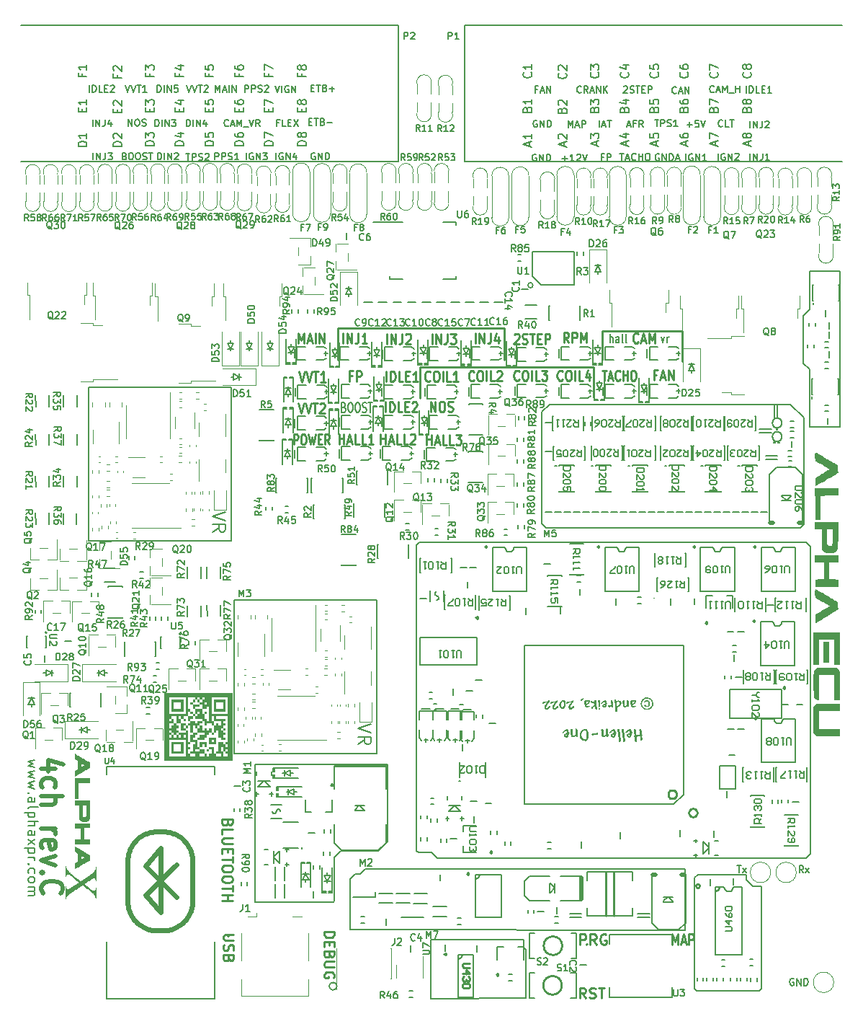
<source format=gto>
G75*
G70*
%OFA0B0*%
%FSLAX25Y25*%
%IPPOS*%
%LPD*%
%AMOC8*
5,1,8,0,0,1.08239X$1,22.5*
%
%ADD107C,0.01968*%
%ADD182C,0.00689*%
%ADD238C,0.00650*%
%ADD59C,0.00787*%
%ADD60C,0.01575*%
%ADD61C,0.01969*%
%ADD63C,0.00800*%
%ADD69C,0.00472*%
%ADD77C,0.00984*%
%ADD78C,0.00669*%
%ADD79C,0.00886*%
%ADD80C,0.00500*%
%ADD81C,0.00591*%
%ADD82C,0.00390*%
%ADD83C,0.01000*%
%ADD84C,0.02484*%
X0000000Y0000000D02*
%LPD*%
G01*
D77*
X0146457Y0296260D02*
X0146457Y0311024D01*
X0268898Y0309646D02*
X0305906Y0309646D01*
X0305906Y0309646D02*
X0305906Y0295866D01*
X0184449Y0278740D02*
X0184449Y0293110D01*
X0264764Y0293110D02*
X0264764Y0278937D01*
X0146457Y0311024D02*
X0223425Y0311024D01*
X0184449Y0293110D02*
X0264764Y0293110D01*
X0268898Y0296260D02*
X0268898Y0309646D01*
X0223425Y0311024D02*
X0223425Y0296457D01*
D78*
X0119282Y0405934D02*
X0118232Y0405934D01*
X0118232Y0404284D02*
X0118232Y0407433D01*
X0119732Y0407433D01*
X0122432Y0404284D02*
X0120932Y0404284D01*
X0120932Y0407433D01*
X0123481Y0405934D02*
X0124531Y0405934D01*
X0124981Y0404284D02*
X0123481Y0404284D01*
X0123481Y0407433D01*
X0124981Y0407433D01*
X0126031Y0407433D02*
X0128131Y0404284D01*
X0128131Y0407433D02*
X0126031Y0404284D01*
X0337265Y0403697D02*
X0337265Y0406846D01*
X0338765Y0403697D02*
X0338765Y0406846D01*
X0340565Y0403697D01*
X0340565Y0406846D01*
X0342964Y0406846D02*
X0342964Y0404597D01*
X0342814Y0404147D01*
X0342514Y0403847D01*
X0342064Y0403697D01*
X0341764Y0403697D01*
X0344314Y0406546D02*
X0344464Y0406696D01*
X0344764Y0406846D01*
X0345514Y0406846D01*
X0345814Y0406696D01*
X0345964Y0406546D01*
X0346114Y0406246D01*
X0346114Y0405946D01*
X0345964Y0405497D01*
X0344164Y0403697D01*
X0346114Y0403697D01*
X0303126Y0419780D02*
X0302976Y0419630D01*
X0302526Y0419480D01*
X0302226Y0419480D01*
X0301776Y0419630D01*
X0301476Y0419930D01*
X0301326Y0420230D01*
X0301176Y0420830D01*
X0301176Y0421280D01*
X0301326Y0421880D01*
X0301476Y0422180D01*
X0301776Y0422480D01*
X0302226Y0422630D01*
X0302526Y0422630D01*
X0302976Y0422480D01*
X0303126Y0422330D01*
X0304326Y0420380D02*
X0305826Y0420380D01*
X0304026Y0419480D02*
X0305076Y0422630D01*
X0306125Y0419480D01*
X0307175Y0419480D02*
X0307175Y0422630D01*
X0308975Y0419480D01*
X0308975Y0422630D01*
X0238294Y0391322D02*
X0237994Y0391472D01*
X0237544Y0391472D01*
X0237094Y0391322D01*
X0236794Y0391022D01*
X0236644Y0390722D01*
X0236494Y0390123D01*
X0236494Y0389673D01*
X0236644Y0389073D01*
X0236794Y0388773D01*
X0237094Y0388473D01*
X0237544Y0388323D01*
X0237844Y0388323D01*
X0238294Y0388473D01*
X0238444Y0388623D01*
X0238444Y0389673D01*
X0237844Y0389673D01*
X0239794Y0388323D02*
X0239794Y0391472D01*
X0241594Y0388323D01*
X0241594Y0391472D01*
X0243094Y0388323D02*
X0243094Y0391472D01*
X0243844Y0391472D01*
X0244293Y0391322D01*
X0244593Y0391022D01*
X0244743Y0390722D01*
X0244893Y0390123D01*
X0244893Y0389673D01*
X0244743Y0389073D01*
X0244593Y0388773D01*
X0244293Y0388473D01*
X0243844Y0388323D01*
X0243094Y0388323D01*
D59*
X0296110Y0306946D02*
X0296860Y0304321D01*
X0297610Y0306946D01*
X0298810Y0304321D02*
X0298810Y0306946D01*
X0298810Y0306196D02*
X0298960Y0306571D01*
X0299109Y0306759D01*
X0299409Y0306946D01*
X0299709Y0306946D01*
D78*
X0076378Y0404284D02*
X0076378Y0407433D01*
X0077128Y0407433D01*
X0077578Y0407283D01*
X0077878Y0406984D01*
X0078028Y0406684D01*
X0078178Y0406084D01*
X0078178Y0405634D01*
X0078028Y0405034D01*
X0077878Y0404734D01*
X0077578Y0404434D01*
X0077128Y0404284D01*
X0076378Y0404284D01*
X0079528Y0404284D02*
X0079528Y0407433D01*
X0081027Y0404284D02*
X0081027Y0407433D01*
X0082827Y0404284D01*
X0082827Y0407433D01*
X0085677Y0406384D02*
X0085677Y0404284D01*
X0084927Y0407583D02*
X0084177Y0405334D01*
X0086127Y0405334D01*
X0103459Y0420229D02*
X0103459Y0423378D01*
X0104659Y0423378D01*
X0104959Y0423228D01*
X0105109Y0423078D01*
X0105259Y0422778D01*
X0105259Y0422328D01*
X0105109Y0422028D01*
X0104959Y0421879D01*
X0104659Y0421729D01*
X0103459Y0421729D01*
X0106609Y0420229D02*
X0106609Y0423378D01*
X0107808Y0423378D01*
X0108108Y0423228D01*
X0108258Y0423078D01*
X0108408Y0422778D01*
X0108408Y0422328D01*
X0108258Y0422028D01*
X0108108Y0421879D01*
X0107808Y0421729D01*
X0106609Y0421729D01*
X0109608Y0420379D02*
X0110058Y0420229D01*
X0110808Y0420229D01*
X0111108Y0420379D01*
X0111258Y0420529D01*
X0111408Y0420829D01*
X0111408Y0421129D01*
X0111258Y0421429D01*
X0111108Y0421579D01*
X0110808Y0421729D01*
X0110208Y0421879D01*
X0109908Y0422028D01*
X0109758Y0422178D01*
X0109608Y0422478D01*
X0109608Y0422778D01*
X0109758Y0423078D01*
X0109908Y0423228D01*
X0110208Y0423378D01*
X0110958Y0423378D01*
X0111408Y0423228D01*
X0112608Y0423078D02*
X0112758Y0423228D01*
X0113058Y0423378D01*
X0113808Y0423378D01*
X0114108Y0423228D01*
X0114258Y0423078D01*
X0114408Y0422778D01*
X0114408Y0422478D01*
X0114258Y0422028D01*
X0112458Y0420229D01*
X0114408Y0420229D01*
D77*
X0128468Y0290973D02*
X0129781Y0286249D01*
X0131093Y0290973D01*
X0131843Y0290973D02*
X0133155Y0286249D01*
X0134468Y0290973D01*
X0135217Y0290973D02*
X0137467Y0290973D01*
X0136342Y0286249D02*
X0136342Y0290973D01*
X0140842Y0286249D02*
X0138592Y0286249D01*
X0139717Y0286249D02*
X0139717Y0290973D01*
X0139342Y0290298D01*
X0138967Y0289848D01*
X0138592Y0289623D01*
X0228168Y0308043D02*
X0228356Y0308268D01*
X0228731Y0308493D01*
X0229668Y0308493D01*
X0230043Y0308268D01*
X0230231Y0308043D01*
X0230418Y0307593D01*
X0230418Y0307143D01*
X0230231Y0306468D01*
X0227981Y0303768D01*
X0230418Y0303768D01*
X0231918Y0303993D02*
X0232480Y0303768D01*
X0233418Y0303768D01*
X0233793Y0303993D01*
X0233980Y0304218D01*
X0234168Y0304668D01*
X0234168Y0305118D01*
X0233980Y0305568D01*
X0233793Y0305793D01*
X0233418Y0306018D01*
X0232668Y0306243D01*
X0232293Y0306468D01*
X0232105Y0306693D01*
X0231918Y0307143D01*
X0231918Y0307593D01*
X0232105Y0308043D01*
X0232293Y0308268D01*
X0232668Y0308493D01*
X0233605Y0308493D01*
X0234168Y0308268D01*
X0235292Y0308493D02*
X0237542Y0308493D01*
X0236417Y0303768D02*
X0236417Y0308493D01*
X0238855Y0306243D02*
X0240167Y0306243D01*
X0240729Y0303768D02*
X0238855Y0303768D01*
X0238855Y0308493D01*
X0240729Y0308493D01*
X0242417Y0303768D02*
X0242417Y0308493D01*
X0243916Y0308493D01*
X0244291Y0308268D01*
X0244479Y0308043D01*
X0244666Y0307593D01*
X0244666Y0306918D01*
X0244479Y0306468D01*
X0244291Y0306243D01*
X0243916Y0306018D01*
X0242417Y0306018D01*
D78*
X0047769Y0390579D02*
X0048219Y0390429D01*
X0048369Y0390279D01*
X0048519Y0389979D01*
X0048519Y0389529D01*
X0048369Y0389229D01*
X0048219Y0389079D01*
X0047919Y0388930D01*
X0046719Y0388930D01*
X0046719Y0392079D01*
X0047769Y0392079D01*
X0048069Y0391929D01*
X0048219Y0391779D01*
X0048369Y0391479D01*
X0048369Y0391179D01*
X0048219Y0390879D01*
X0048069Y0390729D01*
X0047769Y0390579D01*
X0046719Y0390579D01*
X0050469Y0392079D02*
X0051069Y0392079D01*
X0051369Y0391929D01*
X0051669Y0391629D01*
X0051819Y0391029D01*
X0051819Y0389979D01*
X0051669Y0389379D01*
X0051369Y0389079D01*
X0051069Y0388930D01*
X0050469Y0388930D01*
X0050169Y0389079D01*
X0049869Y0389379D01*
X0049719Y0389979D01*
X0049719Y0391029D01*
X0049869Y0391629D01*
X0050169Y0391929D01*
X0050469Y0392079D01*
X0053768Y0392079D02*
X0054368Y0392079D01*
X0054668Y0391929D01*
X0054968Y0391629D01*
X0055118Y0391029D01*
X0055118Y0389979D01*
X0054968Y0389379D01*
X0054668Y0389079D01*
X0054368Y0388930D01*
X0053768Y0388930D01*
X0053468Y0389079D01*
X0053168Y0389379D01*
X0053018Y0389979D01*
X0053018Y0391029D01*
X0053168Y0391629D01*
X0053468Y0391929D01*
X0053768Y0392079D01*
X0056318Y0389079D02*
X0056768Y0388930D01*
X0057518Y0388930D01*
X0057818Y0389079D01*
X0057968Y0389229D01*
X0058118Y0389529D01*
X0058118Y0389829D01*
X0057968Y0390129D01*
X0057818Y0390279D01*
X0057518Y0390429D01*
X0056918Y0390579D01*
X0056618Y0390729D01*
X0056468Y0390879D01*
X0056318Y0391179D01*
X0056318Y0391479D01*
X0056468Y0391779D01*
X0056618Y0391929D01*
X0056918Y0392079D01*
X0057668Y0392079D01*
X0058118Y0391929D01*
X0059018Y0392079D02*
X0060817Y0392079D01*
X0059918Y0388930D02*
X0059918Y0392079D01*
D77*
X0168570Y0272272D02*
X0168570Y0276997D01*
X0170444Y0272272D02*
X0170444Y0276997D01*
X0171382Y0276997D01*
X0171944Y0276772D01*
X0172319Y0276322D01*
X0172507Y0275872D01*
X0172694Y0274972D01*
X0172694Y0274297D01*
X0172507Y0273397D01*
X0172319Y0272947D01*
X0171944Y0272497D01*
X0171382Y0272272D01*
X0170444Y0272272D01*
X0176256Y0272272D02*
X0174381Y0272272D01*
X0174381Y0276997D01*
X0177568Y0274747D02*
X0178881Y0274747D01*
X0179443Y0272272D02*
X0177568Y0272272D01*
X0177568Y0276997D01*
X0179443Y0276997D01*
X0180943Y0276547D02*
X0181130Y0276772D01*
X0181505Y0276997D01*
X0182443Y0276997D01*
X0182818Y0276772D01*
X0183005Y0276547D01*
X0183193Y0276097D01*
X0183193Y0275647D01*
X0183005Y0274972D01*
X0180756Y0272272D01*
X0183193Y0272272D01*
D59*
X0272432Y0304321D02*
X0272432Y0308258D01*
X0273781Y0304321D02*
X0273781Y0306384D01*
X0273631Y0306759D01*
X0273331Y0306946D01*
X0272882Y0306946D01*
X0272582Y0306759D01*
X0272432Y0306571D01*
X0276631Y0304321D02*
X0276631Y0306384D01*
X0276481Y0306759D01*
X0276181Y0306946D01*
X0275581Y0306946D01*
X0275281Y0306759D01*
X0276631Y0304509D02*
X0276331Y0304321D01*
X0275581Y0304321D01*
X0275281Y0304509D01*
X0275131Y0304884D01*
X0275131Y0305259D01*
X0275281Y0305634D01*
X0275581Y0305821D01*
X0276331Y0305821D01*
X0276631Y0306009D01*
X0278581Y0304321D02*
X0278281Y0304509D01*
X0278131Y0304884D01*
X0278131Y0308258D01*
X0280231Y0304321D02*
X0279931Y0304509D01*
X0279781Y0304884D01*
X0279781Y0308258D01*
D77*
X0147047Y0257508D02*
X0147047Y0262233D01*
X0147047Y0259983D02*
X0149297Y0259983D01*
X0149297Y0257508D02*
X0149297Y0262233D01*
X0150984Y0258858D02*
X0152859Y0258858D01*
X0150609Y0257508D02*
X0151922Y0262233D01*
X0153234Y0257508D01*
X0156421Y0257508D02*
X0154546Y0257508D01*
X0154546Y0262233D01*
X0159608Y0257508D02*
X0157733Y0257508D01*
X0157733Y0262233D01*
X0162983Y0257508D02*
X0160733Y0257508D01*
X0161858Y0257508D02*
X0161858Y0262233D01*
X0161483Y0261558D01*
X0161108Y0261108D01*
X0160733Y0260883D01*
X0190036Y0303768D02*
X0190036Y0308493D01*
X0191910Y0303768D02*
X0191910Y0308493D01*
X0194160Y0303768D01*
X0194160Y0308493D01*
X0197160Y0308493D02*
X0197160Y0305118D01*
X0196972Y0304443D01*
X0196597Y0303993D01*
X0196035Y0303768D01*
X0195660Y0303768D01*
X0198660Y0308493D02*
X0201097Y0308493D01*
X0199784Y0306693D01*
X0200347Y0306693D01*
X0200722Y0306468D01*
X0200909Y0306243D01*
X0201097Y0305793D01*
X0201097Y0304668D01*
X0200909Y0304218D01*
X0200722Y0303993D01*
X0200347Y0303768D01*
X0199222Y0303768D01*
X0198847Y0303993D01*
X0198660Y0304218D01*
X0253300Y0304359D02*
X0251987Y0306609D01*
X0251050Y0304359D02*
X0251050Y0309083D01*
X0252550Y0309083D01*
X0252925Y0308858D01*
X0253112Y0308633D01*
X0253300Y0308183D01*
X0253300Y0307508D01*
X0253112Y0307058D01*
X0252925Y0306834D01*
X0252550Y0306609D01*
X0251050Y0306609D01*
X0254987Y0304359D02*
X0254987Y0309083D01*
X0256487Y0309083D01*
X0256862Y0308858D01*
X0257049Y0308633D01*
X0257237Y0308183D01*
X0257237Y0307508D01*
X0257049Y0307058D01*
X0256862Y0306834D01*
X0256487Y0306609D01*
X0254987Y0306609D01*
X0258924Y0304359D02*
X0258924Y0309083D01*
X0260236Y0305709D01*
X0261549Y0309083D01*
X0261549Y0304359D01*
D78*
X0278748Y0422655D02*
X0278898Y0422805D01*
X0279198Y0422955D01*
X0279948Y0422955D01*
X0280248Y0422805D01*
X0280398Y0422655D01*
X0280548Y0422355D01*
X0280548Y0422055D01*
X0280398Y0421605D01*
X0278598Y0419805D01*
X0280548Y0419805D01*
X0281748Y0419955D02*
X0282198Y0419805D01*
X0282948Y0419805D01*
X0283248Y0419955D01*
X0283398Y0420105D01*
X0283548Y0420405D01*
X0283548Y0420705D01*
X0283398Y0421005D01*
X0283248Y0421155D01*
X0282948Y0421305D01*
X0282348Y0421455D01*
X0282048Y0421605D01*
X0281898Y0421755D01*
X0281748Y0422055D01*
X0281748Y0422355D01*
X0281898Y0422655D01*
X0282048Y0422805D01*
X0282348Y0422955D01*
X0283098Y0422955D01*
X0283548Y0422805D01*
X0284447Y0422955D02*
X0286247Y0422955D01*
X0285347Y0419805D02*
X0285347Y0422955D01*
X0287297Y0421455D02*
X0288347Y0421455D01*
X0288797Y0419805D02*
X0287297Y0419805D01*
X0287297Y0422955D01*
X0288797Y0422955D01*
X0290147Y0419805D02*
X0290147Y0422955D01*
X0291347Y0422955D01*
X0291647Y0422805D01*
X0291797Y0422655D01*
X0291947Y0422355D01*
X0291947Y0421905D01*
X0291797Y0421605D01*
X0291647Y0421455D01*
X0291347Y0421305D01*
X0290147Y0421305D01*
D77*
X0148894Y0303965D02*
X0148894Y0308690D01*
X0150769Y0303965D02*
X0150769Y0308690D01*
X0153018Y0303965D01*
X0153018Y0308690D01*
X0156018Y0308690D02*
X0156018Y0305315D01*
X0155831Y0304640D01*
X0155456Y0304190D01*
X0154893Y0303965D01*
X0154518Y0303965D01*
X0159955Y0303965D02*
X0157705Y0303965D01*
X0158830Y0303965D02*
X0158830Y0308690D01*
X0158455Y0308015D01*
X0158080Y0307565D01*
X0157705Y0307340D01*
D78*
X0259040Y0420105D02*
X0258890Y0419955D01*
X0258440Y0419805D01*
X0258140Y0419805D01*
X0257690Y0419955D01*
X0257390Y0420255D01*
X0257240Y0420555D01*
X0257091Y0421155D01*
X0257091Y0421605D01*
X0257240Y0422205D01*
X0257390Y0422505D01*
X0257690Y0422805D01*
X0258140Y0422955D01*
X0258440Y0422955D01*
X0258890Y0422805D01*
X0259040Y0422655D01*
X0262190Y0419805D02*
X0261140Y0421305D01*
X0260390Y0419805D02*
X0260390Y0422955D01*
X0261590Y0422955D01*
X0261890Y0422805D01*
X0262040Y0422655D01*
X0262190Y0422355D01*
X0262190Y0421905D01*
X0262040Y0421605D01*
X0261890Y0421455D01*
X0261590Y0421305D01*
X0260390Y0421305D01*
X0263390Y0420705D02*
X0264890Y0420705D01*
X0263090Y0419805D02*
X0264140Y0422955D01*
X0265189Y0419805D01*
X0266239Y0419805D02*
X0266239Y0422955D01*
X0268039Y0419805D01*
X0268039Y0422955D01*
X0269539Y0419805D02*
X0269539Y0422955D01*
X0271339Y0419805D02*
X0269989Y0421605D01*
X0271339Y0422955D02*
X0269539Y0421155D01*
D77*
X0128075Y0276406D02*
X0129387Y0271682D01*
X0130699Y0276406D01*
X0131449Y0276406D02*
X0132762Y0271682D01*
X0134074Y0276406D01*
X0134824Y0276406D02*
X0137073Y0276406D01*
X0135949Y0271682D02*
X0135949Y0276406D01*
X0138198Y0275956D02*
X0138386Y0276181D01*
X0138761Y0276406D01*
X0139698Y0276406D01*
X0140073Y0276181D01*
X0140261Y0275956D01*
X0140448Y0275506D01*
X0140448Y0275056D01*
X0140261Y0274381D01*
X0138011Y0271682D01*
X0140448Y0271682D01*
D78*
X0253145Y0403878D02*
X0253145Y0407027D01*
X0254194Y0404777D01*
X0255244Y0407027D01*
X0255244Y0403878D01*
X0256594Y0404777D02*
X0258094Y0404777D01*
X0256294Y0403878D02*
X0257344Y0407027D01*
X0258394Y0403878D01*
X0259444Y0403878D02*
X0259444Y0407027D01*
X0260644Y0407027D01*
X0260944Y0406877D01*
X0261094Y0406727D01*
X0261244Y0406427D01*
X0261244Y0405977D01*
X0261094Y0405677D01*
X0260944Y0405527D01*
X0260644Y0405377D01*
X0259444Y0405377D01*
D77*
X0209467Y0287092D02*
X0209280Y0286867D01*
X0208717Y0286642D01*
X0208342Y0286642D01*
X0207780Y0286867D01*
X0207405Y0287317D01*
X0207217Y0287767D01*
X0207030Y0288667D01*
X0207030Y0289342D01*
X0207217Y0290242D01*
X0207405Y0290692D01*
X0207780Y0291142D01*
X0208342Y0291367D01*
X0208717Y0291367D01*
X0209280Y0291142D01*
X0209467Y0290917D01*
X0211904Y0291367D02*
X0212654Y0291367D01*
X0213029Y0291142D01*
X0213404Y0290692D01*
X0213592Y0289792D01*
X0213592Y0288217D01*
X0213404Y0287317D01*
X0213029Y0286867D01*
X0212654Y0286642D01*
X0211904Y0286642D01*
X0211529Y0286867D01*
X0211154Y0287317D01*
X0210967Y0288217D01*
X0210967Y0289792D01*
X0211154Y0290692D01*
X0211529Y0291142D01*
X0211904Y0291367D01*
X0215279Y0286642D02*
X0215279Y0291367D01*
X0219028Y0286642D02*
X0217154Y0286642D01*
X0217154Y0291367D01*
X0220153Y0290917D02*
X0220341Y0291142D01*
X0220716Y0291367D01*
X0221653Y0291367D01*
X0222028Y0291142D01*
X0222216Y0290917D01*
X0222403Y0290467D01*
X0222403Y0290017D01*
X0222216Y0289342D01*
X0219966Y0286642D01*
X0222403Y0286642D01*
D78*
X0331235Y0062595D02*
X0333080Y0062595D01*
X0332158Y0059366D02*
X0332158Y0062595D01*
X0333849Y0059366D02*
X0335540Y0061519D01*
X0333849Y0061519D02*
X0335540Y0059366D01*
X0250302Y0389523D02*
X0252702Y0389523D01*
X0251502Y0388323D02*
X0251502Y0390722D01*
X0255851Y0388323D02*
X0254052Y0388323D01*
X0254951Y0388323D02*
X0254951Y0391472D01*
X0254652Y0391022D01*
X0254352Y0390722D01*
X0254052Y0390572D01*
X0257051Y0391172D02*
X0257201Y0391322D01*
X0257501Y0391472D01*
X0258251Y0391472D01*
X0258551Y0391322D01*
X0258701Y0391172D01*
X0258851Y0390872D01*
X0258851Y0390572D01*
X0258701Y0390123D01*
X0256901Y0388323D01*
X0258851Y0388323D01*
X0259751Y0391472D02*
X0260801Y0388323D01*
X0261851Y0391472D01*
X0307426Y0388480D02*
X0307426Y0391630D01*
X0310576Y0391480D02*
X0310276Y0391630D01*
X0309826Y0391630D01*
X0309376Y0391480D01*
X0309076Y0391180D01*
X0308926Y0390880D01*
X0308776Y0390280D01*
X0308776Y0389830D01*
X0308926Y0389230D01*
X0309076Y0388930D01*
X0309376Y0388630D01*
X0309826Y0388480D01*
X0310126Y0388480D01*
X0310576Y0388630D01*
X0310726Y0388780D01*
X0310726Y0389830D01*
X0310126Y0389830D01*
X0312076Y0388480D02*
X0312076Y0391630D01*
X0313875Y0388480D01*
X0313875Y0391630D01*
X0317025Y0388480D02*
X0315225Y0388480D01*
X0316125Y0388480D02*
X0316125Y0391630D01*
X0315825Y0391180D01*
X0315525Y0390880D01*
X0315225Y0390730D01*
X0280459Y0404850D02*
X0281959Y0404850D01*
X0280159Y0403950D02*
X0281209Y0407100D01*
X0282259Y0403950D01*
X0284358Y0405600D02*
X0283309Y0405600D01*
X0283309Y0403950D02*
X0283309Y0407100D01*
X0284808Y0407100D01*
X0287808Y0403950D02*
X0286758Y0405450D01*
X0286008Y0403950D02*
X0286008Y0407100D01*
X0287208Y0407100D01*
X0287508Y0406950D01*
X0287658Y0406800D01*
X0287808Y0406500D01*
X0287808Y0406050D01*
X0287658Y0405750D01*
X0287508Y0405600D01*
X0287208Y0405450D01*
X0286008Y0405450D01*
X0031430Y0420229D02*
X0031430Y0423378D01*
X0032930Y0420229D02*
X0032930Y0423378D01*
X0033680Y0423378D01*
X0034130Y0423228D01*
X0034430Y0422928D01*
X0034580Y0422628D01*
X0034730Y0422028D01*
X0034730Y0421579D01*
X0034580Y0420979D01*
X0034430Y0420679D01*
X0034130Y0420379D01*
X0033680Y0420229D01*
X0032930Y0420229D01*
X0037580Y0420229D02*
X0036080Y0420229D01*
X0036080Y0423378D01*
X0038630Y0421879D02*
X0039679Y0421879D01*
X0040129Y0420229D02*
X0038630Y0420229D01*
X0038630Y0423378D01*
X0040129Y0423378D01*
X0041329Y0423078D02*
X0041479Y0423228D01*
X0041779Y0423378D01*
X0042529Y0423378D01*
X0042829Y0423228D01*
X0042979Y0423078D01*
X0043129Y0422778D01*
X0043129Y0422478D01*
X0042979Y0422028D01*
X0041179Y0420229D01*
X0043129Y0420229D01*
D61*
X0015889Y0107251D02*
X0009327Y0107251D01*
X0019638Y0109407D02*
X0012608Y0111563D01*
X0012608Y0105957D01*
X0009796Y0098627D02*
X0009327Y0099489D01*
X0009327Y0101214D01*
X0009796Y0102076D01*
X0010264Y0102508D01*
X0011202Y0102939D01*
X0014014Y0102939D01*
X0014951Y0102508D01*
X0015420Y0102076D01*
X0015889Y0101214D01*
X0015889Y0099489D01*
X0015420Y0098627D01*
X0009327Y0094746D02*
X0019169Y0094746D01*
X0009327Y0090865D02*
X0014483Y0090865D01*
X0015420Y0091296D01*
X0015889Y0092159D01*
X0015889Y0093452D01*
X0015420Y0094315D01*
X0014951Y0094746D01*
X0009327Y0079654D02*
X0015889Y0079654D01*
X0014014Y0079654D02*
X0014951Y0079223D01*
X0015420Y0078792D01*
X0015889Y0077929D01*
X0015889Y0077067D01*
X0009796Y0070599D02*
X0009327Y0071461D01*
X0009327Y0073186D01*
X0009796Y0074049D01*
X0010733Y0074480D01*
X0014483Y0074480D01*
X0015420Y0074049D01*
X0015889Y0073186D01*
X0015889Y0071461D01*
X0015420Y0070599D01*
X0014483Y0070168D01*
X0013545Y0070168D01*
X0012608Y0074480D01*
X0015889Y0067149D02*
X0009327Y0064993D01*
X0015889Y0062837D01*
X0010264Y0059388D02*
X0009796Y0058957D01*
X0009327Y0059388D01*
X0009796Y0059819D01*
X0010264Y0059388D01*
X0009327Y0059388D01*
X0010264Y0049902D02*
X0009796Y0050333D01*
X0009327Y0051626D01*
X0009327Y0052489D01*
X0009796Y0053782D01*
X0010733Y0054645D01*
X0011670Y0055076D01*
X0013545Y0055507D01*
X0014951Y0055507D01*
X0016826Y0055076D01*
X0017763Y0054645D01*
X0018701Y0053782D01*
X0019169Y0052489D01*
X0019169Y0051626D01*
X0018701Y0050333D01*
X0018232Y0049902D01*
D77*
X0153121Y0289013D02*
X0151809Y0289013D01*
X0151809Y0286538D02*
X0151809Y0291262D01*
X0153684Y0291262D01*
X0155184Y0286538D02*
X0155184Y0291262D01*
X0156684Y0291262D01*
X0157058Y0291038D01*
X0157246Y0290813D01*
X0157433Y0290363D01*
X0157433Y0289688D01*
X0157246Y0289238D01*
X0157058Y0289013D01*
X0156684Y0288788D01*
X0155184Y0288788D01*
D78*
X0238842Y0421539D02*
X0237792Y0421539D01*
X0237792Y0419890D02*
X0237792Y0423039D01*
X0239292Y0423039D01*
X0240341Y0420789D02*
X0241841Y0420789D01*
X0240041Y0419890D02*
X0241091Y0423039D01*
X0242141Y0419890D01*
X0243191Y0419890D02*
X0243191Y0423039D01*
X0244991Y0419890D01*
X0244991Y0423039D01*
X0033249Y0388930D02*
X0033249Y0392079D01*
X0034749Y0388930D02*
X0034749Y0392079D01*
X0036549Y0388930D01*
X0036549Y0392079D01*
X0038948Y0392079D02*
X0038948Y0389829D01*
X0038798Y0389379D01*
X0038498Y0389079D01*
X0038048Y0388930D01*
X0037748Y0388930D01*
X0040148Y0392079D02*
X0042098Y0392079D01*
X0041048Y0390879D01*
X0041498Y0390879D01*
X0041798Y0390729D01*
X0041948Y0390579D01*
X0042098Y0390279D01*
X0042098Y0389529D01*
X0041948Y0389229D01*
X0041798Y0389079D01*
X0041498Y0388930D01*
X0040598Y0388930D01*
X0040298Y0389079D01*
X0040148Y0389229D01*
X0238683Y0406998D02*
X0238383Y0407148D01*
X0237933Y0407148D01*
X0237483Y0406998D01*
X0237183Y0406698D01*
X0237033Y0406398D01*
X0236883Y0405798D01*
X0236883Y0405348D01*
X0237033Y0404748D01*
X0237183Y0404448D01*
X0237483Y0404148D01*
X0237933Y0403998D01*
X0238233Y0403998D01*
X0238683Y0404148D01*
X0238833Y0404298D01*
X0238833Y0405348D01*
X0238233Y0405348D01*
X0240182Y0403998D02*
X0240182Y0407148D01*
X0241982Y0403998D01*
X0241982Y0407148D01*
X0243482Y0403998D02*
X0243482Y0407148D01*
X0244232Y0407148D01*
X0244682Y0406998D01*
X0244982Y0406698D01*
X0245132Y0406398D01*
X0245282Y0405798D01*
X0245282Y0405348D01*
X0245132Y0404748D01*
X0244982Y0404448D01*
X0244682Y0404148D01*
X0244232Y0403998D01*
X0243482Y0403998D01*
D77*
X0285471Y0304612D02*
X0285283Y0304387D01*
X0284721Y0304162D01*
X0284346Y0304162D01*
X0283783Y0304387D01*
X0283408Y0304837D01*
X0283221Y0305287D01*
X0283033Y0306187D01*
X0283033Y0306862D01*
X0283221Y0307762D01*
X0283408Y0308211D01*
X0283783Y0308661D01*
X0284346Y0308886D01*
X0284721Y0308886D01*
X0285283Y0308661D01*
X0285471Y0308436D01*
X0286970Y0305512D02*
X0288845Y0305512D01*
X0286595Y0304162D02*
X0287908Y0308886D01*
X0289220Y0304162D01*
X0290532Y0304162D02*
X0290532Y0308886D01*
X0291845Y0305512D01*
X0293157Y0308886D01*
X0293157Y0304162D01*
D78*
X0320566Y0420332D02*
X0320416Y0420182D01*
X0319966Y0420032D01*
X0319666Y0420032D01*
X0319216Y0420182D01*
X0318916Y0420482D01*
X0318766Y0420782D01*
X0318616Y0421382D01*
X0318616Y0421832D01*
X0318766Y0422432D01*
X0318916Y0422732D01*
X0319216Y0423031D01*
X0319666Y0423181D01*
X0319966Y0423181D01*
X0320416Y0423031D01*
X0320566Y0422882D01*
X0321766Y0420932D02*
X0323266Y0420932D01*
X0321466Y0420032D02*
X0322516Y0423181D01*
X0323566Y0420032D01*
X0324616Y0420032D02*
X0324616Y0423181D01*
X0325666Y0420932D01*
X0326715Y0423181D01*
X0326715Y0420032D01*
X0327465Y0419732D02*
X0329865Y0419732D01*
X0330615Y0420032D02*
X0330615Y0423181D01*
X0330615Y0421682D02*
X0332415Y0421682D01*
X0332415Y0420032D02*
X0332415Y0423181D01*
X0063189Y0388930D02*
X0063189Y0392079D01*
X0063939Y0392079D01*
X0064389Y0391929D01*
X0064689Y0391629D01*
X0064839Y0391329D01*
X0064989Y0390729D01*
X0064989Y0390279D01*
X0064839Y0389679D01*
X0064689Y0389379D01*
X0064389Y0389079D01*
X0063939Y0388930D01*
X0063189Y0388930D01*
X0066339Y0388930D02*
X0066339Y0392079D01*
X0067838Y0388930D02*
X0067838Y0392079D01*
X0069638Y0388930D01*
X0069638Y0392079D01*
X0070988Y0391779D02*
X0071138Y0391929D01*
X0071438Y0392079D01*
X0072188Y0392079D01*
X0072488Y0391929D01*
X0072638Y0391779D01*
X0072788Y0391479D01*
X0072788Y0391179D01*
X0072638Y0390729D01*
X0070838Y0388930D01*
X0072788Y0388930D01*
D77*
X0166339Y0257508D02*
X0166339Y0262233D01*
X0166339Y0259983D02*
X0168588Y0259983D01*
X0168588Y0257508D02*
X0168588Y0262233D01*
X0170276Y0258858D02*
X0172150Y0258858D01*
X0169901Y0257508D02*
X0171213Y0262233D01*
X0172525Y0257508D01*
X0175712Y0257508D02*
X0173838Y0257508D01*
X0173838Y0262233D01*
X0178900Y0257508D02*
X0177025Y0257508D01*
X0177025Y0262233D01*
X0180024Y0261783D02*
X0180212Y0262008D01*
X0180587Y0262233D01*
X0181524Y0262233D01*
X0181899Y0262008D01*
X0182087Y0261783D01*
X0182274Y0261333D01*
X0182274Y0260883D01*
X0182087Y0260208D01*
X0179837Y0257508D01*
X0182274Y0257508D01*
D78*
X0048247Y0423378D02*
X0049297Y0420229D01*
X0050347Y0423378D01*
X0050947Y0423378D02*
X0051997Y0420229D01*
X0053046Y0423378D01*
X0053646Y0423378D02*
X0055446Y0423378D01*
X0054546Y0420229D02*
X0054546Y0423378D01*
X0058146Y0420229D02*
X0056346Y0420229D01*
X0057246Y0420229D02*
X0057246Y0423378D01*
X0056946Y0422928D01*
X0056646Y0422628D01*
X0056346Y0422478D01*
X0135986Y0391929D02*
X0135686Y0392079D01*
X0135236Y0392079D01*
X0134786Y0391929D01*
X0134486Y0391629D01*
X0134336Y0391329D01*
X0134186Y0390729D01*
X0134186Y0390279D01*
X0134336Y0389679D01*
X0134486Y0389379D01*
X0134786Y0389079D01*
X0135236Y0388930D01*
X0135536Y0388930D01*
X0135986Y0389079D01*
X0136136Y0389229D01*
X0136136Y0390279D01*
X0135536Y0390279D01*
X0137486Y0388930D02*
X0137486Y0392079D01*
X0139286Y0388930D01*
X0139286Y0392079D01*
X0140786Y0388930D02*
X0140786Y0392079D01*
X0141535Y0392079D01*
X0141985Y0391929D01*
X0142285Y0391629D01*
X0142435Y0391329D01*
X0142585Y0390729D01*
X0142585Y0390279D01*
X0142435Y0389679D01*
X0142285Y0389379D01*
X0141985Y0389079D01*
X0141535Y0388930D01*
X0140786Y0388930D01*
X0076594Y0423378D02*
X0077643Y0420229D01*
X0078693Y0423378D01*
X0079293Y0423378D02*
X0080343Y0420229D01*
X0081393Y0423378D01*
X0081993Y0423378D02*
X0083793Y0423378D01*
X0082893Y0420229D02*
X0082893Y0423378D01*
X0084693Y0423078D02*
X0084843Y0423228D01*
X0085142Y0423378D01*
X0085892Y0423378D01*
X0086192Y0423228D01*
X0086342Y0423078D01*
X0086492Y0422778D01*
X0086492Y0422478D01*
X0086342Y0422028D01*
X0084543Y0420229D01*
X0086492Y0420229D01*
D77*
X0187598Y0257115D02*
X0187598Y0261839D01*
X0187598Y0259589D02*
X0189848Y0259589D01*
X0189848Y0257115D02*
X0189848Y0261839D01*
X0191535Y0258465D02*
X0193410Y0258465D01*
X0191160Y0257115D02*
X0192473Y0261839D01*
X0193785Y0257115D01*
X0196972Y0257115D02*
X0195097Y0257115D01*
X0195097Y0261839D01*
X0200159Y0257115D02*
X0198285Y0257115D01*
X0198285Y0261839D01*
X0201097Y0261839D02*
X0203534Y0261839D01*
X0202222Y0260039D01*
X0202784Y0260039D01*
X0203159Y0259814D01*
X0203346Y0259589D01*
X0203534Y0259139D01*
X0203534Y0258015D01*
X0203346Y0257565D01*
X0203159Y0257340D01*
X0202784Y0257115D01*
X0201659Y0257115D01*
X0201284Y0257340D01*
X0201097Y0257565D01*
D78*
X0357383Y0010276D02*
X0357075Y0010429D01*
X0356614Y0010429D01*
X0356153Y0010276D01*
X0355846Y0009968D01*
X0355692Y0009661D01*
X0355538Y0009046D01*
X0355538Y0008585D01*
X0355692Y0007970D01*
X0355846Y0007662D01*
X0356153Y0007355D01*
X0356614Y0007201D01*
X0356922Y0007201D01*
X0357383Y0007355D01*
X0357537Y0007508D01*
X0357537Y0008585D01*
X0356922Y0008585D01*
X0358920Y0007201D02*
X0358920Y0010429D01*
X0360765Y0007201D01*
X0360765Y0010429D01*
X0362302Y0007201D02*
X0362302Y0010429D01*
X0363071Y0010429D01*
X0363532Y0010276D01*
X0363840Y0009968D01*
X0363993Y0009661D01*
X0364147Y0009046D01*
X0364147Y0008585D01*
X0363993Y0007970D01*
X0363840Y0007662D01*
X0363532Y0007355D01*
X0363071Y0007201D01*
X0362302Y0007201D01*
X0337350Y0388733D02*
X0337350Y0391882D01*
X0338849Y0388733D02*
X0338849Y0391882D01*
X0340649Y0388733D01*
X0340649Y0391882D01*
X0343049Y0391882D02*
X0343049Y0389633D01*
X0342899Y0389183D01*
X0342599Y0388883D01*
X0342149Y0388733D01*
X0341849Y0388733D01*
X0346198Y0388733D02*
X0344399Y0388733D01*
X0345299Y0388733D02*
X0345299Y0391882D01*
X0344999Y0391432D01*
X0344699Y0391132D01*
X0344399Y0390982D01*
X0049494Y0404481D02*
X0049494Y0407630D01*
X0051294Y0404481D01*
X0051294Y0407630D01*
X0053393Y0407630D02*
X0053993Y0407630D01*
X0054293Y0407480D01*
X0054593Y0407180D01*
X0054743Y0406580D01*
X0054743Y0405531D01*
X0054593Y0404931D01*
X0054293Y0404631D01*
X0053993Y0404481D01*
X0053393Y0404481D01*
X0053093Y0404631D01*
X0052793Y0404931D01*
X0052643Y0405531D01*
X0052643Y0406580D01*
X0052793Y0407180D01*
X0053093Y0407480D01*
X0053393Y0407630D01*
X0055943Y0404631D02*
X0056393Y0404481D01*
X0057143Y0404481D01*
X0057443Y0404631D01*
X0057593Y0404781D01*
X0057743Y0405081D01*
X0057743Y0405381D01*
X0057593Y0405681D01*
X0057443Y0405831D01*
X0057143Y0405981D01*
X0056543Y0406130D01*
X0056243Y0406280D01*
X0056093Y0406430D01*
X0055943Y0406730D01*
X0055943Y0407030D01*
X0056093Y0407330D01*
X0056243Y0407480D01*
X0056543Y0407630D01*
X0057293Y0407630D01*
X0057743Y0407480D01*
X0133183Y0406524D02*
X0134233Y0406524D01*
X0134683Y0404874D02*
X0133183Y0404874D01*
X0133183Y0408024D01*
X0134683Y0408024D01*
X0135583Y0408024D02*
X0137383Y0408024D01*
X0136483Y0404874D02*
X0136483Y0408024D01*
X0139483Y0406524D02*
X0139933Y0406374D01*
X0140082Y0406224D01*
X0140232Y0405924D01*
X0140232Y0405474D01*
X0140082Y0405174D01*
X0139933Y0405024D01*
X0139633Y0404874D01*
X0138433Y0404874D01*
X0138433Y0408024D01*
X0139483Y0408024D01*
X0139783Y0407874D01*
X0139933Y0407724D01*
X0140082Y0407424D01*
X0140082Y0407124D01*
X0139933Y0406824D01*
X0139783Y0406674D01*
X0139483Y0406524D01*
X0138433Y0406524D01*
X0141582Y0406074D02*
X0143982Y0406074D01*
X0134168Y0422075D02*
X0135217Y0422075D01*
X0135667Y0420426D02*
X0134168Y0420426D01*
X0134168Y0423575D01*
X0135667Y0423575D01*
X0136567Y0423575D02*
X0138367Y0423575D01*
X0137467Y0420426D02*
X0137467Y0423575D01*
X0140467Y0422075D02*
X0140917Y0421925D01*
X0141067Y0421775D01*
X0141217Y0421475D01*
X0141217Y0421026D01*
X0141067Y0420726D01*
X0140917Y0420576D01*
X0140617Y0420426D01*
X0139417Y0420426D01*
X0139417Y0423575D01*
X0140467Y0423575D01*
X0140767Y0423425D01*
X0140917Y0423275D01*
X0141067Y0422975D01*
X0141067Y0422675D01*
X0140917Y0422375D01*
X0140767Y0422225D01*
X0140467Y0422075D01*
X0139417Y0422075D01*
X0142567Y0421625D02*
X0144966Y0421625D01*
X0143766Y0420426D02*
X0143766Y0422825D01*
X0095866Y0404584D02*
X0095716Y0404434D01*
X0095266Y0404284D01*
X0094966Y0404284D01*
X0094516Y0404434D01*
X0094216Y0404734D01*
X0094066Y0405034D01*
X0093916Y0405634D01*
X0093916Y0406084D01*
X0094066Y0406684D01*
X0094216Y0406984D01*
X0094516Y0407283D01*
X0094966Y0407433D01*
X0095266Y0407433D01*
X0095716Y0407283D01*
X0095866Y0407133D01*
X0097066Y0405184D02*
X0098566Y0405184D01*
X0096766Y0404284D02*
X0097816Y0407433D01*
X0098866Y0404284D01*
X0099916Y0404284D02*
X0099916Y0407433D01*
X0100966Y0405184D01*
X0102015Y0407433D01*
X0102015Y0404284D01*
X0102765Y0403984D02*
X0105165Y0403984D01*
X0105465Y0407433D02*
X0106515Y0404284D01*
X0107565Y0407433D01*
X0110414Y0404284D02*
X0109364Y0405784D01*
X0108615Y0404284D02*
X0108615Y0407433D01*
X0109814Y0407433D01*
X0110114Y0407283D01*
X0110264Y0407133D01*
X0110414Y0406834D01*
X0110414Y0406384D01*
X0110264Y0406084D01*
X0110114Y0405934D01*
X0109814Y0405784D01*
X0108615Y0405784D01*
X0089679Y0388930D02*
X0089679Y0392079D01*
X0090879Y0392079D01*
X0091179Y0391929D01*
X0091329Y0391779D01*
X0091479Y0391479D01*
X0091479Y0391029D01*
X0091329Y0390729D01*
X0091179Y0390579D01*
X0090879Y0390429D01*
X0089679Y0390429D01*
X0092829Y0388930D02*
X0092829Y0392079D01*
X0094029Y0392079D01*
X0094329Y0391929D01*
X0094479Y0391779D01*
X0094629Y0391479D01*
X0094629Y0391029D01*
X0094479Y0390729D01*
X0094329Y0390579D01*
X0094029Y0390429D01*
X0092829Y0390429D01*
X0095829Y0389079D02*
X0096279Y0388930D01*
X0097028Y0388930D01*
X0097328Y0389079D01*
X0097478Y0389229D01*
X0097628Y0389529D01*
X0097628Y0389829D01*
X0097478Y0390129D01*
X0097328Y0390279D01*
X0097028Y0390429D01*
X0096429Y0390579D01*
X0096129Y0390729D01*
X0095979Y0390879D01*
X0095829Y0391179D01*
X0095829Y0391479D01*
X0095979Y0391779D01*
X0096129Y0391929D01*
X0096429Y0392079D01*
X0097178Y0392079D01*
X0097628Y0391929D01*
X0100628Y0388930D02*
X0098828Y0388930D01*
X0099728Y0388930D02*
X0099728Y0392079D01*
X0099428Y0391629D01*
X0099128Y0391329D01*
X0098828Y0391179D01*
D77*
X0210114Y0303965D02*
X0210114Y0308690D01*
X0211989Y0303965D02*
X0211989Y0308690D01*
X0214239Y0303965D01*
X0214239Y0308690D01*
X0217238Y0308690D02*
X0217238Y0305315D01*
X0217051Y0304640D01*
X0216676Y0304190D01*
X0216114Y0303965D01*
X0215739Y0303965D01*
X0220801Y0307115D02*
X0220801Y0303965D01*
X0219863Y0308915D02*
X0218926Y0305540D01*
X0221363Y0305540D01*
X0258605Y0026209D02*
X0258605Y0030934D01*
X0260405Y0030934D01*
X0260855Y0030709D01*
X0261080Y0030484D01*
X0261305Y0030034D01*
X0261305Y0029359D01*
X0261080Y0028909D01*
X0260855Y0028684D01*
X0260405Y0028459D01*
X0258605Y0028459D01*
X0266029Y0026209D02*
X0264454Y0028459D01*
X0263330Y0026209D02*
X0263330Y0030934D01*
X0265129Y0030934D01*
X0265579Y0030709D01*
X0265804Y0030484D01*
X0266029Y0030034D01*
X0266029Y0029359D01*
X0265804Y0028909D01*
X0265579Y0028684D01*
X0265129Y0028459D01*
X0263330Y0028459D01*
X0270529Y0030709D02*
X0270079Y0030934D01*
X0269404Y0030934D01*
X0268729Y0030709D01*
X0268279Y0030259D01*
X0268054Y0029809D01*
X0267829Y0028909D01*
X0267829Y0028234D01*
X0268054Y0027334D01*
X0268279Y0026884D01*
X0268729Y0026434D01*
X0269404Y0026209D01*
X0269854Y0026209D01*
X0270529Y0026434D01*
X0270754Y0026659D01*
X0270754Y0028234D01*
X0269854Y0028234D01*
D78*
X0076219Y0391882D02*
X0078018Y0391882D01*
X0077118Y0388733D02*
X0077118Y0391882D01*
X0079068Y0388733D02*
X0079068Y0391882D01*
X0080268Y0391882D01*
X0080568Y0391732D01*
X0080718Y0391582D01*
X0080868Y0391282D01*
X0080868Y0390832D01*
X0080718Y0390532D01*
X0080568Y0390382D01*
X0080268Y0390232D01*
X0079068Y0390232D01*
X0082068Y0388883D02*
X0082518Y0388733D01*
X0083268Y0388733D01*
X0083568Y0388883D01*
X0083718Y0389033D01*
X0083868Y0389333D01*
X0083868Y0389633D01*
X0083718Y0389933D01*
X0083568Y0390082D01*
X0083268Y0390232D01*
X0082668Y0390382D01*
X0082368Y0390532D01*
X0082218Y0390682D01*
X0082068Y0390982D01*
X0082068Y0391282D01*
X0082218Y0391582D01*
X0082368Y0391732D01*
X0082668Y0391882D01*
X0083418Y0391882D01*
X0083868Y0391732D01*
X0085067Y0391582D02*
X0085217Y0391732D01*
X0085517Y0391882D01*
X0086267Y0391882D01*
X0086567Y0391732D01*
X0086717Y0391582D01*
X0086867Y0391282D01*
X0086867Y0390982D01*
X0086717Y0390532D01*
X0084918Y0388733D01*
X0086867Y0388733D01*
X0308064Y0405150D02*
X0310463Y0405150D01*
X0309264Y0403950D02*
X0309264Y0406350D01*
X0313463Y0407100D02*
X0311963Y0407100D01*
X0311813Y0405600D01*
X0311963Y0405750D01*
X0312263Y0405900D01*
X0313013Y0405900D01*
X0313313Y0405750D01*
X0313463Y0405600D01*
X0313613Y0405300D01*
X0313613Y0404550D01*
X0313463Y0404250D01*
X0313313Y0404100D01*
X0313013Y0403950D01*
X0312263Y0403950D01*
X0311963Y0404100D01*
X0311813Y0404250D01*
X0314513Y0407100D02*
X0315563Y0403950D01*
X0316613Y0407100D01*
X0267536Y0403987D02*
X0267536Y0407137D01*
X0268886Y0404887D02*
X0270386Y0404887D01*
X0268586Y0403987D02*
X0269636Y0407137D01*
X0270686Y0403987D01*
X0271286Y0407137D02*
X0273086Y0407137D01*
X0272186Y0403987D02*
X0272186Y0407137D01*
X0335502Y0419842D02*
X0335502Y0422992D01*
X0337002Y0419842D02*
X0337002Y0422992D01*
X0337752Y0422992D01*
X0338202Y0422842D01*
X0338502Y0422542D01*
X0338652Y0422242D01*
X0338802Y0421642D01*
X0338802Y0421192D01*
X0338652Y0420592D01*
X0338502Y0420292D01*
X0338202Y0419992D01*
X0337752Y0419842D01*
X0337002Y0419842D01*
X0341651Y0419842D02*
X0340151Y0419842D01*
X0340151Y0422992D01*
X0342701Y0421492D02*
X0343751Y0421492D01*
X0344201Y0419842D02*
X0342701Y0419842D01*
X0342701Y0422992D01*
X0344201Y0422992D01*
X0347201Y0419842D02*
X0345401Y0419842D01*
X0346301Y0419842D02*
X0346301Y0422992D01*
X0346001Y0422542D01*
X0345701Y0422242D01*
X0345401Y0422092D01*
X0117913Y0388930D02*
X0117913Y0392079D01*
X0121063Y0391929D02*
X0120763Y0392079D01*
X0120313Y0392079D01*
X0119863Y0391929D01*
X0119563Y0391629D01*
X0119413Y0391329D01*
X0119263Y0390729D01*
X0119263Y0390279D01*
X0119413Y0389679D01*
X0119563Y0389379D01*
X0119863Y0389079D01*
X0120313Y0388930D01*
X0120613Y0388930D01*
X0121063Y0389079D01*
X0121213Y0389229D01*
X0121213Y0390279D01*
X0120613Y0390279D01*
X0122563Y0388930D02*
X0122563Y0392079D01*
X0124363Y0388930D01*
X0124363Y0392079D01*
X0127212Y0391029D02*
X0127212Y0388930D01*
X0126462Y0392229D02*
X0125712Y0389979D01*
X0127662Y0389979D01*
D77*
X0098256Y0030765D02*
X0094432Y0030765D01*
X0093982Y0030540D01*
X0093757Y0030315D01*
X0093532Y0029865D01*
X0093532Y0028965D01*
X0093757Y0028515D01*
X0093982Y0028290D01*
X0094432Y0028065D01*
X0098256Y0028065D01*
X0093757Y0026040D02*
X0093532Y0025366D01*
X0093532Y0024241D01*
X0093757Y0023791D01*
X0093982Y0023566D01*
X0094432Y0023341D01*
X0094882Y0023341D01*
X0095332Y0023566D01*
X0095557Y0023791D01*
X0095782Y0024241D01*
X0096007Y0025141D01*
X0096232Y0025591D01*
X0096457Y0025816D01*
X0096907Y0026040D01*
X0097357Y0026040D01*
X0097807Y0025816D01*
X0098031Y0025591D01*
X0098256Y0025141D01*
X0098256Y0024016D01*
X0098031Y0023341D01*
X0096007Y0019741D02*
X0095782Y0019066D01*
X0095557Y0018841D01*
X0095107Y0018616D01*
X0094432Y0018616D01*
X0093982Y0018841D01*
X0093757Y0019066D01*
X0093532Y0019516D01*
X0093532Y0021316D01*
X0098256Y0021316D01*
X0098256Y0019741D01*
X0098031Y0019291D01*
X0097807Y0019066D01*
X0097357Y0018841D01*
X0096907Y0018841D01*
X0096457Y0019066D01*
X0096232Y0019291D01*
X0096007Y0019741D01*
X0096007Y0021316D01*
X0294010Y0289511D02*
X0292697Y0289511D01*
X0292697Y0287036D02*
X0292697Y0291760D01*
X0294572Y0291760D01*
X0295885Y0288386D02*
X0297759Y0288386D01*
X0295510Y0287036D02*
X0296822Y0291760D01*
X0298134Y0287036D01*
X0299447Y0287036D02*
X0299447Y0291760D01*
X0301696Y0287036D01*
X0301696Y0291760D01*
X0140186Y0032030D02*
X0144910Y0032030D01*
X0144910Y0030906D01*
X0144685Y0030231D01*
X0144235Y0029781D01*
X0143785Y0029556D01*
X0142885Y0029331D01*
X0142210Y0029331D01*
X0141310Y0029556D01*
X0140861Y0029781D01*
X0140411Y0030231D01*
X0140186Y0030906D01*
X0140186Y0032030D01*
X0142660Y0027306D02*
X0142660Y0025731D01*
X0140186Y0025056D02*
X0140186Y0027306D01*
X0144910Y0027306D01*
X0144910Y0025056D01*
X0142660Y0021457D02*
X0142435Y0020782D01*
X0142210Y0020557D01*
X0141760Y0020332D01*
X0141085Y0020332D01*
X0140636Y0020557D01*
X0140411Y0020782D01*
X0140186Y0021232D01*
X0140186Y0023031D01*
X0144910Y0023031D01*
X0144910Y0021457D01*
X0144685Y0021007D01*
X0144460Y0020782D01*
X0144010Y0020557D01*
X0143560Y0020557D01*
X0143110Y0020782D01*
X0142885Y0021007D01*
X0142660Y0021457D01*
X0142660Y0023031D01*
X0144910Y0018307D02*
X0141085Y0018307D01*
X0140636Y0018082D01*
X0140411Y0017857D01*
X0140186Y0017407D01*
X0140186Y0016507D01*
X0140411Y0016057D01*
X0140636Y0015832D01*
X0141085Y0015607D01*
X0144910Y0015607D01*
X0144685Y0010883D02*
X0144910Y0011333D01*
X0144910Y0012008D01*
X0144685Y0012683D01*
X0144235Y0013133D01*
X0143785Y0013358D01*
X0142885Y0013583D01*
X0142210Y0013583D01*
X0141310Y0013358D01*
X0140861Y0013133D01*
X0140411Y0012683D01*
X0140186Y0012008D01*
X0140186Y0011558D01*
X0140411Y0010883D01*
X0140636Y0010658D01*
X0142210Y0010658D01*
X0142210Y0011558D01*
D78*
X0324561Y0404419D02*
X0324411Y0404269D01*
X0323961Y0404119D01*
X0323661Y0404119D01*
X0323211Y0404269D01*
X0322911Y0404569D01*
X0322761Y0404869D01*
X0322611Y0405469D01*
X0322611Y0405919D01*
X0322761Y0406519D01*
X0322911Y0406819D01*
X0323211Y0407119D01*
X0323661Y0407269D01*
X0323961Y0407269D01*
X0324411Y0407119D01*
X0324561Y0406969D01*
X0327411Y0404119D02*
X0325911Y0404119D01*
X0325911Y0407269D01*
X0328011Y0407269D02*
X0329810Y0407269D01*
X0328910Y0404119D02*
X0328910Y0407269D01*
D77*
X0230381Y0287289D02*
X0230193Y0287064D01*
X0229631Y0286839D01*
X0229256Y0286839D01*
X0228693Y0287064D01*
X0228318Y0287514D01*
X0228131Y0287964D01*
X0227943Y0288864D01*
X0227943Y0289539D01*
X0228131Y0290439D01*
X0228318Y0290889D01*
X0228693Y0291339D01*
X0229256Y0291564D01*
X0229631Y0291564D01*
X0230193Y0291339D01*
X0230381Y0291114D01*
X0232818Y0291564D02*
X0233568Y0291564D01*
X0233943Y0291339D01*
X0234318Y0290889D01*
X0234505Y0289989D01*
X0234505Y0288414D01*
X0234318Y0287514D01*
X0233943Y0287064D01*
X0233568Y0286839D01*
X0232818Y0286839D01*
X0232443Y0287064D01*
X0232068Y0287514D01*
X0231880Y0288414D01*
X0231880Y0289989D01*
X0232068Y0290889D01*
X0232443Y0291339D01*
X0232818Y0291564D01*
X0236192Y0286839D02*
X0236192Y0291564D01*
X0239942Y0286839D02*
X0238067Y0286839D01*
X0238067Y0291564D01*
X0240879Y0291564D02*
X0243316Y0291564D01*
X0242004Y0289764D01*
X0242567Y0289764D01*
X0242942Y0289539D01*
X0243129Y0289314D01*
X0243316Y0288864D01*
X0243316Y0287739D01*
X0243129Y0287289D01*
X0242942Y0287064D01*
X0242567Y0286839D01*
X0241442Y0286839D01*
X0241067Y0287064D01*
X0240879Y0287289D01*
X0128253Y0303965D02*
X0128253Y0308690D01*
X0129565Y0305315D01*
X0130877Y0308690D01*
X0130877Y0303965D01*
X0132565Y0305315D02*
X0134439Y0305315D01*
X0132190Y0303965D02*
X0133502Y0308690D01*
X0134814Y0303965D01*
X0136127Y0303965D02*
X0136127Y0308690D01*
X0138001Y0303965D02*
X0138001Y0308690D01*
X0140251Y0303965D01*
X0140251Y0308690D01*
D78*
X0117417Y0423181D02*
X0118466Y0420032D01*
X0119516Y0423181D01*
X0120566Y0420032D02*
X0120566Y0423181D01*
X0123716Y0423031D02*
X0123416Y0423181D01*
X0122966Y0423181D01*
X0122516Y0423031D01*
X0122216Y0422732D01*
X0122066Y0422432D01*
X0121916Y0421832D01*
X0121916Y0421382D01*
X0122066Y0420782D01*
X0122216Y0420482D01*
X0122516Y0420182D01*
X0122966Y0420032D01*
X0123266Y0420032D01*
X0123716Y0420182D01*
X0123866Y0420332D01*
X0123866Y0421382D01*
X0123266Y0421382D01*
X0125216Y0420032D02*
X0125216Y0423181D01*
X0127015Y0420032D01*
X0127015Y0423181D01*
X0322520Y0388735D02*
X0322520Y0391884D01*
X0325669Y0391734D02*
X0325369Y0391884D01*
X0324919Y0391884D01*
X0324470Y0391734D01*
X0324170Y0391434D01*
X0324020Y0391135D01*
X0323870Y0390535D01*
X0323870Y0390085D01*
X0324020Y0389485D01*
X0324170Y0389185D01*
X0324470Y0388885D01*
X0324919Y0388735D01*
X0325219Y0388735D01*
X0325669Y0388885D01*
X0325819Y0389035D01*
X0325819Y0390085D01*
X0325219Y0390085D01*
X0327169Y0388735D02*
X0327169Y0391884D01*
X0328969Y0388735D01*
X0328969Y0391884D01*
X0330319Y0391584D02*
X0330469Y0391734D01*
X0330769Y0391884D01*
X0331519Y0391884D01*
X0331819Y0391734D01*
X0331969Y0391584D01*
X0332119Y0391284D01*
X0332119Y0390985D01*
X0331969Y0390535D01*
X0330169Y0388735D01*
X0332119Y0388735D01*
X0277009Y0391800D02*
X0278809Y0391800D01*
X0277909Y0388650D02*
X0277909Y0391800D01*
X0279709Y0389550D02*
X0281209Y0389550D01*
X0279409Y0388650D02*
X0280459Y0391800D01*
X0281509Y0388650D01*
X0284358Y0388950D02*
X0284208Y0388800D01*
X0283759Y0388650D01*
X0283459Y0388650D01*
X0283009Y0388800D01*
X0282709Y0389100D01*
X0282559Y0389400D01*
X0282409Y0390000D01*
X0282409Y0390450D01*
X0282559Y0391050D01*
X0282709Y0391350D01*
X0283009Y0391650D01*
X0283459Y0391800D01*
X0283759Y0391800D01*
X0284208Y0391650D01*
X0284358Y0391500D01*
X0285708Y0388650D02*
X0285708Y0391800D01*
X0285708Y0390300D02*
X0287508Y0390300D01*
X0287508Y0388650D02*
X0287508Y0391800D01*
X0289608Y0391800D02*
X0290208Y0391800D01*
X0290508Y0391650D01*
X0290808Y0391350D01*
X0290958Y0390750D01*
X0290958Y0389700D01*
X0290808Y0389100D01*
X0290508Y0388800D01*
X0290208Y0388650D01*
X0289608Y0388650D01*
X0289308Y0388800D01*
X0289008Y0389100D01*
X0288858Y0389700D01*
X0288858Y0390750D01*
X0289008Y0391350D01*
X0289308Y0391650D01*
X0289608Y0391800D01*
D77*
X0261192Y0001406D02*
X0259618Y0003656D01*
X0258493Y0001406D02*
X0258493Y0006130D01*
X0260292Y0006130D01*
X0260742Y0005906D01*
X0260967Y0005681D01*
X0261192Y0005231D01*
X0261192Y0004556D01*
X0260967Y0004106D01*
X0260742Y0003881D01*
X0260292Y0003656D01*
X0258493Y0003656D01*
X0262992Y0001631D02*
X0263667Y0001406D01*
X0264792Y0001406D01*
X0265242Y0001631D01*
X0265467Y0001856D01*
X0265692Y0002306D01*
X0265692Y0002756D01*
X0265467Y0003206D01*
X0265242Y0003431D01*
X0264792Y0003656D01*
X0263892Y0003881D01*
X0263442Y0004106D01*
X0263217Y0004331D01*
X0262992Y0004781D01*
X0262992Y0005231D01*
X0263217Y0005681D01*
X0263442Y0005906D01*
X0263892Y0006130D01*
X0265017Y0006130D01*
X0265692Y0005906D01*
X0267042Y0006130D02*
X0269741Y0006130D01*
X0268391Y0001406D02*
X0268391Y0006130D01*
D78*
X0295177Y0391481D02*
X0294877Y0391631D01*
X0294427Y0391631D01*
X0293977Y0391481D01*
X0293677Y0391181D01*
X0293527Y0390881D01*
X0293377Y0390281D01*
X0293377Y0389831D01*
X0293527Y0389231D01*
X0293677Y0388931D01*
X0293977Y0388631D01*
X0294427Y0388481D01*
X0294727Y0388481D01*
X0295177Y0388631D01*
X0295327Y0388781D01*
X0295327Y0389831D01*
X0294727Y0389831D01*
X0296677Y0388481D02*
X0296677Y0391631D01*
X0298476Y0388481D01*
X0298476Y0391631D01*
X0299976Y0388481D02*
X0299976Y0391631D01*
X0300726Y0391631D01*
X0301176Y0391481D01*
X0301476Y0391181D01*
X0301626Y0390881D01*
X0301776Y0390281D01*
X0301776Y0389831D01*
X0301626Y0389231D01*
X0301476Y0388931D01*
X0301176Y0388631D01*
X0300726Y0388481D01*
X0299976Y0388481D01*
X0302976Y0389381D02*
X0304476Y0389381D01*
X0302676Y0388481D02*
X0303726Y0391631D01*
X0304776Y0388481D01*
D59*
X0006327Y0111530D02*
X0003178Y0110630D01*
X0005427Y0109730D01*
X0003178Y0108830D01*
X0006327Y0107930D01*
X0006327Y0106580D02*
X0003178Y0105681D01*
X0005427Y0104781D01*
X0003178Y0103881D01*
X0006327Y0102981D01*
X0006327Y0101631D02*
X0003178Y0100731D01*
X0005427Y0099831D01*
X0003178Y0098931D01*
X0006327Y0098031D01*
X0003628Y0096232D02*
X0003403Y0096007D01*
X0003178Y0096232D01*
X0003403Y0096457D01*
X0003628Y0096232D01*
X0003178Y0096232D01*
X0003178Y0091957D02*
X0005652Y0091957D01*
X0006102Y0092182D01*
X0006327Y0092632D01*
X0006327Y0093532D01*
X0006102Y0093982D01*
X0003403Y0091957D02*
X0003178Y0092407D01*
X0003178Y0093532D01*
X0003403Y0093982D01*
X0003853Y0094207D01*
X0004303Y0094207D01*
X0004753Y0093982D01*
X0004978Y0093532D01*
X0004978Y0092407D01*
X0005202Y0091957D01*
X0003178Y0089033D02*
X0003403Y0089483D01*
X0003853Y0089708D01*
X0007902Y0089708D01*
X0006327Y0087233D02*
X0001603Y0087233D01*
X0006102Y0087233D02*
X0006327Y0086783D01*
X0006327Y0085883D01*
X0006102Y0085433D01*
X0005877Y0085208D01*
X0005427Y0084983D01*
X0004078Y0084983D01*
X0003628Y0085208D01*
X0003403Y0085433D01*
X0003178Y0085883D01*
X0003178Y0086783D01*
X0003403Y0087233D01*
X0003178Y0082958D02*
X0007902Y0082958D01*
X0003178Y0080934D02*
X0005652Y0080934D01*
X0006102Y0081159D01*
X0006327Y0081609D01*
X0006327Y0082283D01*
X0006102Y0082733D01*
X0005877Y0082958D01*
X0003178Y0076659D02*
X0005652Y0076659D01*
X0006102Y0076884D01*
X0006327Y0077334D01*
X0006327Y0078234D01*
X0006102Y0078684D01*
X0003403Y0076659D02*
X0003178Y0077109D01*
X0003178Y0078234D01*
X0003403Y0078684D01*
X0003853Y0078909D01*
X0004303Y0078909D01*
X0004753Y0078684D01*
X0004978Y0078234D01*
X0004978Y0077109D01*
X0005202Y0076659D01*
X0003178Y0074859D02*
X0006327Y0072385D01*
X0006327Y0074859D02*
X0003178Y0072385D01*
X0006327Y0070585D02*
X0001603Y0070585D01*
X0006102Y0070585D02*
X0006327Y0070135D01*
X0006327Y0069235D01*
X0006102Y0068785D01*
X0005877Y0068560D01*
X0005427Y0068335D01*
X0004078Y0068335D01*
X0003628Y0068560D01*
X0003403Y0068785D01*
X0003178Y0069235D01*
X0003178Y0070135D01*
X0003403Y0070585D01*
X0003178Y0066310D02*
X0006327Y0066310D01*
X0005427Y0066310D02*
X0005877Y0066085D01*
X0006102Y0065861D01*
X0006327Y0065411D01*
X0006327Y0064961D01*
X0003628Y0063386D02*
X0003403Y0063161D01*
X0003178Y0063386D01*
X0003403Y0063611D01*
X0003628Y0063386D01*
X0003178Y0063386D01*
X0003403Y0059111D02*
X0003178Y0059561D01*
X0003178Y0060461D01*
X0003403Y0060911D01*
X0003628Y0061136D01*
X0004078Y0061361D01*
X0005427Y0061361D01*
X0005877Y0061136D01*
X0006102Y0060911D01*
X0006327Y0060461D01*
X0006327Y0059561D01*
X0006102Y0059111D01*
X0003178Y0056412D02*
X0003403Y0056862D01*
X0003628Y0057087D01*
X0004078Y0057312D01*
X0005427Y0057312D01*
X0005877Y0057087D01*
X0006102Y0056862D01*
X0006327Y0056412D01*
X0006327Y0055737D01*
X0006102Y0055287D01*
X0005877Y0055062D01*
X0005427Y0054837D01*
X0004078Y0054837D01*
X0003628Y0055062D01*
X0003403Y0055287D01*
X0003178Y0055737D01*
X0003178Y0056412D01*
X0003178Y0052812D02*
X0006327Y0052812D01*
X0005877Y0052812D02*
X0006102Y0052587D01*
X0006327Y0052137D01*
X0006327Y0051462D01*
X0006102Y0051012D01*
X0005652Y0050787D01*
X0003178Y0050787D01*
X0005652Y0050787D02*
X0006102Y0050562D01*
X0006327Y0050112D01*
X0006327Y0049438D01*
X0006102Y0048988D01*
X0005652Y0048763D01*
X0003178Y0048763D01*
D77*
X0250459Y0287289D02*
X0250272Y0287064D01*
X0249709Y0286839D01*
X0249334Y0286839D01*
X0248772Y0287064D01*
X0248397Y0287514D01*
X0248210Y0287964D01*
X0248022Y0288864D01*
X0248022Y0289539D01*
X0248210Y0290439D01*
X0248397Y0290889D01*
X0248772Y0291339D01*
X0249334Y0291564D01*
X0249709Y0291564D01*
X0250272Y0291339D01*
X0250459Y0291114D01*
X0252897Y0291564D02*
X0253646Y0291564D01*
X0254021Y0291339D01*
X0254396Y0290889D01*
X0254584Y0289989D01*
X0254584Y0288414D01*
X0254396Y0287514D01*
X0254021Y0287064D01*
X0253646Y0286839D01*
X0252897Y0286839D01*
X0252522Y0287064D01*
X0252147Y0287514D01*
X0251959Y0288414D01*
X0251959Y0289989D01*
X0252147Y0290889D01*
X0252522Y0291339D01*
X0252897Y0291564D01*
X0256271Y0286839D02*
X0256271Y0291564D01*
X0260021Y0286839D02*
X0258146Y0286839D01*
X0258146Y0291564D01*
X0263020Y0289989D02*
X0263020Y0286839D01*
X0262083Y0291789D02*
X0261145Y0288414D01*
X0263583Y0288414D01*
D79*
X0268757Y0291564D02*
X0270782Y0291564D01*
X0269769Y0286839D02*
X0269769Y0291564D01*
X0271794Y0288189D02*
X0273481Y0288189D01*
X0271457Y0286839D02*
X0272638Y0291564D01*
X0273819Y0286839D01*
X0277025Y0287289D02*
X0276856Y0287064D01*
X0276350Y0286839D01*
X0276012Y0286839D01*
X0275506Y0287064D01*
X0275169Y0287514D01*
X0275000Y0287964D01*
X0274831Y0288864D01*
X0274831Y0289539D01*
X0275000Y0290439D01*
X0275169Y0290889D01*
X0275506Y0291339D01*
X0276012Y0291564D01*
X0276350Y0291564D01*
X0276856Y0291339D01*
X0277025Y0291114D01*
X0278543Y0286839D02*
X0278543Y0291564D01*
X0278543Y0289314D02*
X0280568Y0289314D01*
X0280568Y0286839D02*
X0280568Y0291564D01*
X0282930Y0291564D02*
X0283605Y0291564D01*
X0283943Y0291339D01*
X0284280Y0290889D01*
X0284449Y0289989D01*
X0284449Y0288414D01*
X0284280Y0287514D01*
X0283943Y0287064D01*
X0283605Y0286839D01*
X0282930Y0286839D01*
X0282593Y0287064D01*
X0282255Y0287514D01*
X0282087Y0288414D01*
X0282087Y0289989D01*
X0282255Y0290889D01*
X0282593Y0291339D01*
X0282930Y0291564D01*
D78*
X0104134Y0388930D02*
X0104134Y0392079D01*
X0107283Y0391929D02*
X0106984Y0392079D01*
X0106534Y0392079D01*
X0106084Y0391929D01*
X0105784Y0391629D01*
X0105634Y0391329D01*
X0105484Y0390729D01*
X0105484Y0390279D01*
X0105634Y0389679D01*
X0105784Y0389379D01*
X0106084Y0389079D01*
X0106534Y0388930D01*
X0106834Y0388930D01*
X0107283Y0389079D01*
X0107433Y0389229D01*
X0107433Y0390279D01*
X0106834Y0390279D01*
X0108783Y0388930D02*
X0108783Y0392079D01*
X0110583Y0388930D01*
X0110583Y0392079D01*
X0111783Y0392079D02*
X0113733Y0392079D01*
X0112683Y0390879D01*
X0113133Y0390879D01*
X0113433Y0390729D01*
X0113583Y0390579D01*
X0113733Y0390279D01*
X0113733Y0389529D01*
X0113583Y0389229D01*
X0113433Y0389079D01*
X0113133Y0388930D01*
X0112233Y0388930D01*
X0111933Y0389079D01*
X0111783Y0389229D01*
X0062008Y0404284D02*
X0062008Y0407433D01*
X0062758Y0407433D01*
X0063208Y0407283D01*
X0063508Y0406984D01*
X0063658Y0406684D01*
X0063808Y0406084D01*
X0063808Y0405634D01*
X0063658Y0405034D01*
X0063508Y0404734D01*
X0063208Y0404434D01*
X0062758Y0404284D01*
X0062008Y0404284D01*
X0065157Y0404284D02*
X0065157Y0407433D01*
X0066657Y0404284D02*
X0066657Y0407433D01*
X0068457Y0404284D01*
X0068457Y0407433D01*
X0069657Y0407433D02*
X0071607Y0407433D01*
X0070557Y0406234D01*
X0071007Y0406234D01*
X0071307Y0406084D01*
X0071457Y0405934D01*
X0071607Y0405634D01*
X0071607Y0404884D01*
X0071457Y0404584D01*
X0071307Y0404434D01*
X0071007Y0404284D01*
X0070107Y0404284D01*
X0069807Y0404434D01*
X0069657Y0404584D01*
D79*
X0126069Y0257312D02*
X0126069Y0262036D01*
X0127418Y0262036D01*
X0127756Y0261811D01*
X0127925Y0261586D01*
X0128093Y0261136D01*
X0128093Y0260461D01*
X0127925Y0260011D01*
X0127756Y0259786D01*
X0127418Y0259561D01*
X0126069Y0259561D01*
X0130287Y0262036D02*
X0130962Y0262036D01*
X0131299Y0261811D01*
X0131637Y0261361D01*
X0131805Y0260461D01*
X0131805Y0258886D01*
X0131637Y0257987D01*
X0131299Y0257537D01*
X0130962Y0257312D01*
X0130287Y0257312D01*
X0129949Y0257537D01*
X0129612Y0257987D01*
X0129443Y0258886D01*
X0129443Y0260461D01*
X0129612Y0261361D01*
X0129949Y0261811D01*
X0130287Y0262036D01*
X0132986Y0262036D02*
X0133830Y0257312D01*
X0134505Y0260686D01*
X0135180Y0257312D01*
X0136024Y0262036D01*
X0137373Y0259786D02*
X0138555Y0259786D01*
X0139061Y0257312D02*
X0137373Y0257312D01*
X0137373Y0262036D01*
X0139061Y0262036D01*
X0142604Y0257312D02*
X0141423Y0259561D01*
X0140579Y0257312D02*
X0140579Y0262036D01*
X0141929Y0262036D01*
X0142267Y0261811D01*
X0142435Y0261586D01*
X0142604Y0261136D01*
X0142604Y0260461D01*
X0142435Y0260011D01*
X0142267Y0259786D01*
X0141929Y0259561D01*
X0140579Y0259561D01*
D77*
X0189426Y0272469D02*
X0189426Y0277193D01*
X0191676Y0272469D01*
X0191676Y0277193D01*
X0194301Y0277193D02*
X0195051Y0277193D01*
X0195426Y0276969D01*
X0195801Y0276519D01*
X0195988Y0275619D01*
X0195988Y0274044D01*
X0195801Y0273144D01*
X0195426Y0272694D01*
X0195051Y0272469D01*
X0194301Y0272469D01*
X0193926Y0272694D01*
X0193551Y0273144D01*
X0193363Y0274044D01*
X0193363Y0275619D01*
X0193551Y0276519D01*
X0193926Y0276969D01*
X0194301Y0277193D01*
X0197488Y0272694D02*
X0198050Y0272469D01*
X0198988Y0272469D01*
X0199363Y0272694D01*
X0199550Y0272919D01*
X0199738Y0273369D01*
X0199738Y0273819D01*
X0199550Y0274269D01*
X0199363Y0274494D01*
X0198988Y0274719D01*
X0198238Y0274944D01*
X0197863Y0275169D01*
X0197675Y0275394D01*
X0197488Y0275844D01*
X0197488Y0276294D01*
X0197675Y0276744D01*
X0197863Y0276969D01*
X0198238Y0277193D01*
X0199175Y0277193D01*
X0199738Y0276969D01*
D78*
X0293148Y0407433D02*
X0294948Y0407433D01*
X0294048Y0404284D02*
X0294048Y0407433D01*
X0295997Y0404284D02*
X0295997Y0407433D01*
X0297197Y0407433D01*
X0297497Y0407283D01*
X0297647Y0407133D01*
X0297797Y0406834D01*
X0297797Y0406384D01*
X0297647Y0406084D01*
X0297497Y0405934D01*
X0297197Y0405784D01*
X0295997Y0405784D01*
X0298997Y0404434D02*
X0299447Y0404284D01*
X0300197Y0404284D01*
X0300497Y0404434D01*
X0300647Y0404584D01*
X0300797Y0404884D01*
X0300797Y0405184D01*
X0300647Y0405484D01*
X0300497Y0405634D01*
X0300197Y0405784D01*
X0299597Y0405934D01*
X0299297Y0406084D01*
X0299147Y0406234D01*
X0298997Y0406534D01*
X0298997Y0406834D01*
X0299147Y0407133D01*
X0299297Y0407283D01*
X0299597Y0407433D01*
X0300347Y0407433D01*
X0300797Y0407283D01*
X0303796Y0404284D02*
X0301997Y0404284D01*
X0302897Y0404284D02*
X0302897Y0407433D01*
X0302597Y0406984D01*
X0302297Y0406684D01*
X0301997Y0406534D01*
D77*
X0189239Y0286895D02*
X0189051Y0286670D01*
X0188489Y0286445D01*
X0188114Y0286445D01*
X0187552Y0286670D01*
X0187177Y0287120D01*
X0186989Y0287570D01*
X0186802Y0288470D01*
X0186802Y0289145D01*
X0186989Y0290045D01*
X0187177Y0290495D01*
X0187552Y0290945D01*
X0188114Y0291170D01*
X0188489Y0291170D01*
X0189051Y0290945D01*
X0189239Y0290720D01*
X0191676Y0291170D02*
X0192426Y0291170D01*
X0192801Y0290945D01*
X0193176Y0290495D01*
X0193363Y0289595D01*
X0193363Y0288020D01*
X0193176Y0287120D01*
X0192801Y0286670D01*
X0192426Y0286445D01*
X0191676Y0286445D01*
X0191301Y0286670D01*
X0190926Y0287120D01*
X0190739Y0288020D01*
X0190739Y0289595D01*
X0190926Y0290495D01*
X0191301Y0290945D01*
X0191676Y0291170D01*
X0195051Y0286445D02*
X0195051Y0291170D01*
X0198800Y0286445D02*
X0196925Y0286445D01*
X0196925Y0291170D01*
X0202175Y0286445D02*
X0199925Y0286445D01*
X0201050Y0286445D02*
X0201050Y0291170D01*
X0200675Y0290495D01*
X0200300Y0290045D01*
X0199925Y0289820D01*
D78*
X0089886Y0420229D02*
X0089886Y0423378D01*
X0090936Y0421129D01*
X0091985Y0423378D01*
X0091985Y0420229D01*
X0093335Y0421129D02*
X0094835Y0421129D01*
X0093035Y0420229D02*
X0094085Y0423378D01*
X0095135Y0420229D01*
X0096185Y0420229D02*
X0096185Y0423378D01*
X0097685Y0420229D02*
X0097685Y0423378D01*
X0099484Y0420229D01*
X0099484Y0423378D01*
X0361897Y0059366D02*
X0360821Y0060904D01*
X0360052Y0059366D02*
X0360052Y0062595D01*
X0361282Y0062595D01*
X0361590Y0062441D01*
X0361744Y0062287D01*
X0361897Y0061980D01*
X0361897Y0061519D01*
X0361744Y0061211D01*
X0361590Y0061057D01*
X0361282Y0060904D01*
X0360052Y0060904D01*
X0362973Y0059366D02*
X0364664Y0061519D01*
X0362973Y0061519D02*
X0364664Y0059366D01*
X0269484Y0390131D02*
X0268434Y0390131D01*
X0268434Y0388481D02*
X0268434Y0391631D01*
X0269934Y0391631D01*
X0271133Y0388481D02*
X0271133Y0391631D01*
X0272333Y0391631D01*
X0272633Y0391481D01*
X0272783Y0391331D01*
X0272933Y0391031D01*
X0272933Y0390581D01*
X0272783Y0390281D01*
X0272633Y0390131D01*
X0272333Y0389981D01*
X0271133Y0389981D01*
D77*
X0168963Y0286445D02*
X0168963Y0291170D01*
X0170838Y0286445D02*
X0170838Y0291170D01*
X0171775Y0291170D01*
X0172338Y0290945D01*
X0172713Y0290495D01*
X0172900Y0290045D01*
X0173088Y0289145D01*
X0173088Y0288470D01*
X0172900Y0287570D01*
X0172713Y0287120D01*
X0172338Y0286670D01*
X0171775Y0286445D01*
X0170838Y0286445D01*
X0176650Y0286445D02*
X0174775Y0286445D01*
X0174775Y0291170D01*
X0177962Y0288920D02*
X0179274Y0288920D01*
X0179837Y0286445D02*
X0177962Y0286445D01*
X0177962Y0291170D01*
X0179837Y0291170D01*
X0183586Y0286445D02*
X0181337Y0286445D01*
X0182462Y0286445D02*
X0182462Y0291170D01*
X0182087Y0290495D01*
X0181712Y0290045D01*
X0181337Y0289820D01*
D78*
X0033052Y0404284D02*
X0033052Y0407433D01*
X0034552Y0404284D02*
X0034552Y0407433D01*
X0036352Y0404284D01*
X0036352Y0407433D01*
X0038751Y0407433D02*
X0038751Y0405184D01*
X0038601Y0404734D01*
X0038301Y0404434D01*
X0037852Y0404284D01*
X0037552Y0404284D01*
X0041601Y0406384D02*
X0041601Y0404284D01*
X0040851Y0407583D02*
X0040101Y0405334D01*
X0042051Y0405334D01*
D77*
X0301134Y0026209D02*
X0301134Y0030934D01*
X0302447Y0027559D01*
X0303759Y0030934D01*
X0303759Y0026209D01*
X0305446Y0027559D02*
X0307321Y0027559D01*
X0305071Y0026209D02*
X0306384Y0030934D01*
X0307696Y0026209D01*
X0309008Y0026209D02*
X0309008Y0030934D01*
X0310508Y0030934D01*
X0310883Y0030709D01*
X0311070Y0030484D01*
X0311258Y0030034D01*
X0311258Y0029359D01*
X0311070Y0028909D01*
X0310883Y0028684D01*
X0310508Y0028459D01*
X0309008Y0028459D01*
D59*
X0149344Y0274550D02*
X0149794Y0274325D01*
X0149944Y0274100D01*
X0150094Y0273650D01*
X0150094Y0272975D01*
X0149944Y0272525D01*
X0149794Y0272300D01*
X0149494Y0272075D01*
X0148294Y0272075D01*
X0148294Y0276800D01*
X0149344Y0276800D01*
X0149644Y0276575D01*
X0149794Y0276350D01*
X0149944Y0275900D01*
X0149944Y0275450D01*
X0149794Y0275000D01*
X0149644Y0274775D01*
X0149344Y0274550D01*
X0148294Y0274550D01*
X0152043Y0276800D02*
X0152643Y0276800D01*
X0152943Y0276575D01*
X0153243Y0276125D01*
X0153393Y0275225D01*
X0153393Y0273650D01*
X0153243Y0272750D01*
X0152943Y0272300D01*
X0152643Y0272075D01*
X0152043Y0272075D01*
X0151744Y0272300D01*
X0151444Y0272750D01*
X0151294Y0273650D01*
X0151294Y0275225D01*
X0151444Y0276125D01*
X0151744Y0276575D01*
X0152043Y0276800D01*
X0155343Y0276800D02*
X0155943Y0276800D01*
X0156243Y0276575D01*
X0156543Y0276125D01*
X0156693Y0275225D01*
X0156693Y0273650D01*
X0156543Y0272750D01*
X0156243Y0272300D01*
X0155943Y0272075D01*
X0155343Y0272075D01*
X0155043Y0272300D01*
X0154743Y0272750D01*
X0154593Y0273650D01*
X0154593Y0275225D01*
X0154743Y0276125D01*
X0155043Y0276575D01*
X0155343Y0276800D01*
X0157893Y0272300D02*
X0158343Y0272075D01*
X0159093Y0272075D01*
X0159393Y0272300D01*
X0159543Y0272525D01*
X0159693Y0272975D01*
X0159693Y0273425D01*
X0159543Y0273875D01*
X0159393Y0274100D01*
X0159093Y0274325D01*
X0158493Y0274550D01*
X0158193Y0274775D01*
X0158043Y0275000D01*
X0157893Y0275450D01*
X0157893Y0275900D01*
X0158043Y0276350D01*
X0158193Y0276575D01*
X0158493Y0276800D01*
X0159243Y0276800D01*
X0159693Y0276575D01*
X0160592Y0276800D02*
X0162392Y0276800D01*
X0161492Y0272075D02*
X0161492Y0276800D01*
D78*
X0062992Y0420229D02*
X0062992Y0423378D01*
X0063742Y0423378D01*
X0064192Y0423228D01*
X0064492Y0422928D01*
X0064642Y0422628D01*
X0064792Y0422028D01*
X0064792Y0421579D01*
X0064642Y0420979D01*
X0064492Y0420679D01*
X0064192Y0420379D01*
X0063742Y0420229D01*
X0062992Y0420229D01*
X0066142Y0420229D02*
X0066142Y0423378D01*
X0067642Y0420229D02*
X0067642Y0423378D01*
X0069441Y0420229D01*
X0069441Y0423378D01*
X0072441Y0423378D02*
X0070941Y0423378D01*
X0070791Y0421879D01*
X0070941Y0422028D01*
X0071241Y0422178D01*
X0071991Y0422178D01*
X0072291Y0422028D01*
X0072441Y0421879D01*
X0072591Y0421579D01*
X0072591Y0420829D01*
X0072441Y0420529D01*
X0072291Y0420379D01*
X0071991Y0420229D01*
X0071241Y0420229D01*
X0070941Y0420379D01*
X0070791Y0420529D01*
D77*
X0169169Y0303768D02*
X0169169Y0308493D01*
X0171044Y0303768D02*
X0171044Y0308493D01*
X0173294Y0303768D01*
X0173294Y0308493D01*
X0176294Y0308493D02*
X0176294Y0305118D01*
X0176106Y0304443D01*
X0175731Y0303993D01*
X0175169Y0303768D01*
X0174794Y0303768D01*
X0177981Y0308043D02*
X0178168Y0308268D01*
X0178543Y0308493D01*
X0179481Y0308493D01*
X0179856Y0308268D01*
X0180043Y0308043D01*
X0180231Y0307593D01*
X0180231Y0307143D01*
X0180043Y0306468D01*
X0177793Y0303768D01*
X0180231Y0303768D01*
X0095495Y0082407D02*
X0095270Y0081732D01*
X0095045Y0081507D01*
X0094595Y0081282D01*
X0093920Y0081282D01*
X0093470Y0081507D01*
X0093245Y0081732D01*
X0093020Y0082182D01*
X0093020Y0083982D01*
X0097745Y0083982D01*
X0097745Y0082407D01*
X0097520Y0081957D01*
X0097295Y0081732D01*
X0096845Y0081507D01*
X0096395Y0081507D01*
X0095945Y0081732D01*
X0095720Y0081957D01*
X0095495Y0082407D01*
X0095495Y0083982D01*
X0093020Y0077008D02*
X0093020Y0079258D01*
X0097745Y0079258D01*
X0097745Y0075433D02*
X0093920Y0075433D01*
X0093470Y0075208D01*
X0093245Y0074983D01*
X0093020Y0074533D01*
X0093020Y0073633D01*
X0093245Y0073183D01*
X0093470Y0072958D01*
X0093920Y0072733D01*
X0097745Y0072733D01*
X0095495Y0070484D02*
X0095495Y0068909D01*
X0093020Y0068234D02*
X0093020Y0070484D01*
X0097745Y0070484D01*
X0097745Y0068234D01*
X0097745Y0066884D02*
X0097745Y0064184D01*
X0093020Y0065534D02*
X0097745Y0065534D01*
X0097745Y0061710D02*
X0097745Y0060810D01*
X0097520Y0060360D01*
X0097070Y0059910D01*
X0096170Y0059685D01*
X0094595Y0059685D01*
X0093695Y0059910D01*
X0093245Y0060360D01*
X0093020Y0060810D01*
X0093020Y0061710D01*
X0093245Y0062160D01*
X0093695Y0062610D01*
X0094595Y0062835D01*
X0096170Y0062835D01*
X0097070Y0062610D01*
X0097520Y0062160D01*
X0097745Y0061710D01*
X0097745Y0056760D02*
X0097745Y0055861D01*
X0097520Y0055411D01*
X0097070Y0054961D01*
X0096170Y0054736D01*
X0094595Y0054736D01*
X0093695Y0054961D01*
X0093245Y0055411D01*
X0093020Y0055861D01*
X0093020Y0056760D01*
X0093245Y0057210D01*
X0093695Y0057660D01*
X0094595Y0057885D01*
X0096170Y0057885D01*
X0097070Y0057660D01*
X0097520Y0057210D01*
X0097745Y0056760D01*
X0097745Y0053386D02*
X0097745Y0050686D01*
X0093020Y0052036D02*
X0097745Y0052036D01*
X0093020Y0049111D02*
X0097745Y0049111D01*
X0095495Y0049111D02*
X0095495Y0046412D01*
X0093020Y0046412D02*
X0097745Y0046412D01*
D78*
X0091421Y0295686D02*
X0088193Y0295686D01*
X0088193Y0296455D01*
X0088346Y0296916D01*
X0088654Y0297223D01*
X0088961Y0297377D01*
X0089576Y0297531D01*
X0090037Y0297531D01*
X0090652Y0297377D01*
X0090960Y0297223D01*
X0091267Y0296916D01*
X0091421Y0296455D01*
X0091421Y0295686D01*
X0088193Y0300452D02*
X0088193Y0298915D01*
X0089730Y0298761D01*
X0089576Y0298915D01*
X0089423Y0299222D01*
X0089423Y0299991D01*
X0089576Y0300298D01*
X0089730Y0300452D01*
X0090037Y0300606D01*
X0090806Y0300606D01*
X0091114Y0300452D01*
X0091267Y0300298D01*
X0091421Y0299991D01*
X0091421Y0299222D01*
X0091267Y0298915D01*
X0091114Y0298761D01*
X0088193Y0301682D02*
X0088193Y0303680D01*
X0089423Y0302604D01*
X0089423Y0303065D01*
X0089576Y0303373D01*
X0089730Y0303526D01*
X0090037Y0303680D01*
X0090806Y0303680D01*
X0091114Y0303526D01*
X0091267Y0303373D01*
X0091421Y0303065D01*
X0091421Y0302143D01*
X0091267Y0301835D01*
X0091114Y0301682D01*
D80*
X0301665Y0360081D02*
X0300665Y0361510D01*
X0299951Y0360081D02*
X0299951Y0363081D01*
X0301094Y0363081D01*
X0301380Y0362938D01*
X0301522Y0362795D01*
X0301665Y0362510D01*
X0301665Y0362081D01*
X0301522Y0361795D01*
X0301380Y0361653D01*
X0301094Y0361510D01*
X0299951Y0361510D01*
X0303380Y0361795D02*
X0303094Y0361938D01*
X0302951Y0362081D01*
X0302808Y0362367D01*
X0302808Y0362510D01*
X0302951Y0362795D01*
X0303094Y0362938D01*
X0303380Y0363081D01*
X0303951Y0363081D01*
X0304237Y0362938D01*
X0304380Y0362795D01*
X0304522Y0362510D01*
X0304522Y0362367D01*
X0304380Y0362081D01*
X0304237Y0361938D01*
X0303951Y0361795D01*
X0303380Y0361795D01*
X0303094Y0361653D01*
X0302951Y0361510D01*
X0302808Y0361224D01*
X0302808Y0360653D01*
X0302951Y0360367D01*
X0303094Y0360224D01*
X0303380Y0360081D01*
X0303951Y0360081D01*
X0304237Y0360224D01*
X0304380Y0360367D01*
X0304522Y0360653D01*
X0304522Y0361224D01*
X0304380Y0361510D01*
X0304237Y0361653D01*
X0303951Y0361795D01*
D78*
X0055017Y0208815D02*
X0053941Y0210352D01*
X0053172Y0208815D02*
X0053172Y0212043D01*
X0054402Y0212043D01*
X0054710Y0211890D01*
X0054863Y0211736D01*
X0055017Y0211429D01*
X0055017Y0210967D01*
X0054863Y0210660D01*
X0054710Y0210506D01*
X0054402Y0210352D01*
X0053172Y0210352D01*
X0056247Y0211736D02*
X0056401Y0211890D01*
X0056708Y0212043D01*
X0057477Y0212043D01*
X0057784Y0211890D01*
X0057938Y0211736D01*
X0058092Y0211429D01*
X0058092Y0211121D01*
X0057938Y0210660D01*
X0056093Y0208815D01*
X0058092Y0208815D01*
X0059629Y0208815D02*
X0060244Y0208815D01*
X0060551Y0208969D01*
X0060705Y0209123D01*
X0061012Y0209584D01*
X0061166Y0210199D01*
X0061166Y0211429D01*
X0061012Y0211736D01*
X0060859Y0211890D01*
X0060551Y0212043D01*
X0059936Y0212043D01*
X0059629Y0211890D01*
X0059475Y0211736D01*
X0059321Y0211429D01*
X0059321Y0210660D01*
X0059475Y0210352D01*
X0059629Y0210199D01*
X0059936Y0210045D01*
X0060551Y0210045D01*
X0060859Y0210199D01*
X0061012Y0210352D01*
X0061166Y0210660D01*
X0102319Y0066046D02*
X0103856Y0067122D01*
X0102319Y0067891D02*
X0105547Y0067891D01*
X0105547Y0066661D01*
X0105394Y0066353D01*
X0105240Y0066200D01*
X0104933Y0066046D01*
X0104471Y0066046D01*
X0104164Y0066200D01*
X0104010Y0066353D01*
X0103856Y0066661D01*
X0103856Y0067891D01*
X0102319Y0064509D02*
X0102319Y0063894D01*
X0102473Y0063586D01*
X0102627Y0063433D01*
X0103088Y0063125D01*
X0103703Y0062971D01*
X0104933Y0062971D01*
X0105240Y0063125D01*
X0105394Y0063279D01*
X0105547Y0063586D01*
X0105547Y0064201D01*
X0105394Y0064509D01*
X0105240Y0064662D01*
X0104933Y0064816D01*
X0104164Y0064816D01*
X0103856Y0064662D01*
X0103703Y0064509D01*
X0103549Y0064201D01*
X0103549Y0063586D01*
X0103703Y0063279D01*
X0103856Y0063125D01*
X0104164Y0062971D01*
X0105547Y0060973D02*
X0105547Y0060665D01*
X0105394Y0060358D01*
X0105240Y0060204D01*
X0104933Y0060051D01*
X0104318Y0059897D01*
X0103549Y0059897D01*
X0102934Y0060051D01*
X0102627Y0060204D01*
X0102473Y0060358D01*
X0102319Y0060665D01*
X0102319Y0060973D01*
X0102473Y0061280D01*
X0102627Y0061434D01*
X0102934Y0061588D01*
X0103549Y0061742D01*
X0104318Y0061742D01*
X0104933Y0061588D01*
X0105240Y0061434D01*
X0105394Y0061280D01*
X0105547Y0060973D01*
X0134102Y0225623D02*
X0132602Y0224573D01*
X0134102Y0223823D02*
X0130952Y0223823D01*
X0130952Y0225023D01*
X0131102Y0225323D01*
X0131252Y0225473D01*
X0131552Y0225623D01*
X0132002Y0225623D01*
X0132302Y0225473D01*
X0132452Y0225323D01*
X0132602Y0225023D01*
X0132602Y0223823D01*
X0131252Y0226822D02*
X0131102Y0226972D01*
X0130952Y0227272D01*
X0130952Y0228022D01*
X0131102Y0228322D01*
X0131252Y0228472D01*
X0131552Y0228622D01*
X0131852Y0228622D01*
X0132302Y0228472D01*
X0134102Y0226672D01*
X0134102Y0228622D01*
X0216489Y0274771D02*
X0217988Y0275821D01*
X0216489Y0276571D02*
X0219638Y0276571D01*
X0219638Y0275371D01*
X0219488Y0275071D01*
X0219338Y0274921D01*
X0219038Y0274771D01*
X0218588Y0274771D01*
X0218288Y0274921D01*
X0218138Y0275071D01*
X0217988Y0275371D01*
X0217988Y0276571D01*
X0218588Y0272072D02*
X0216489Y0272072D01*
X0219788Y0272821D02*
X0217538Y0273571D01*
X0217538Y0271622D01*
X0105562Y0098796D02*
X0105716Y0098643D01*
X0105870Y0098182D01*
X0105870Y0097874D01*
X0105716Y0097413D01*
X0105409Y0097105D01*
X0105101Y0096952D01*
X0104486Y0096798D01*
X0104025Y0096798D01*
X0103410Y0096952D01*
X0103103Y0097105D01*
X0102795Y0097413D01*
X0102642Y0097874D01*
X0102642Y0098182D01*
X0102795Y0098643D01*
X0102949Y0098796D01*
X0102642Y0099873D02*
X0102642Y0101871D01*
X0103871Y0100795D01*
X0103871Y0101256D01*
X0104025Y0101564D01*
X0104179Y0101717D01*
X0104486Y0101871D01*
X0105255Y0101871D01*
X0105562Y0101717D01*
X0105716Y0101564D01*
X0105870Y0101256D01*
X0105870Y0100334D01*
X0105716Y0100026D01*
X0105562Y0099873D01*
X0237642Y0237694D02*
X0236104Y0236618D01*
X0237642Y0235849D02*
X0234413Y0235849D01*
X0234413Y0237079D01*
X0234567Y0237387D01*
X0234721Y0237540D01*
X0235028Y0237694D01*
X0235489Y0237694D01*
X0235797Y0237540D01*
X0235951Y0237387D01*
X0236104Y0237079D01*
X0236104Y0235849D01*
X0235797Y0239539D02*
X0235643Y0239231D01*
X0235489Y0239078D01*
X0235182Y0238924D01*
X0235028Y0238924D01*
X0234721Y0239078D01*
X0234567Y0239231D01*
X0234413Y0239539D01*
X0234413Y0240154D01*
X0234567Y0240461D01*
X0234721Y0240615D01*
X0235028Y0240769D01*
X0235182Y0240769D01*
X0235489Y0240615D01*
X0235643Y0240461D01*
X0235797Y0240154D01*
X0235797Y0239539D01*
X0235951Y0239231D01*
X0236104Y0239078D01*
X0236412Y0238924D01*
X0237027Y0238924D01*
X0237334Y0239078D01*
X0237488Y0239231D01*
X0237642Y0239539D01*
X0237642Y0240154D01*
X0237488Y0240461D01*
X0237334Y0240615D01*
X0237027Y0240769D01*
X0236412Y0240769D01*
X0236104Y0240615D01*
X0235951Y0240461D01*
X0235797Y0240154D01*
X0234413Y0241845D02*
X0234413Y0243997D01*
X0237642Y0242614D01*
X0051277Y0152910D02*
X0050201Y0154447D01*
X0049432Y0152910D02*
X0049432Y0156138D01*
X0050662Y0156138D01*
X0050969Y0155984D01*
X0051123Y0155831D01*
X0051277Y0155523D01*
X0051277Y0155062D01*
X0051123Y0154754D01*
X0050969Y0154601D01*
X0050662Y0154447D01*
X0049432Y0154447D01*
X0052814Y0152910D02*
X0053429Y0152910D01*
X0053736Y0153063D01*
X0053890Y0153217D01*
X0054198Y0153678D01*
X0054351Y0154293D01*
X0054351Y0155523D01*
X0054198Y0155831D01*
X0054044Y0155984D01*
X0053736Y0156138D01*
X0053122Y0156138D01*
X0052814Y0155984D01*
X0052660Y0155831D01*
X0052507Y0155523D01*
X0052507Y0154754D01*
X0052660Y0154447D01*
X0052814Y0154293D01*
X0053122Y0154139D01*
X0053736Y0154139D01*
X0054044Y0154293D01*
X0054198Y0154447D01*
X0054351Y0154754D01*
X0055428Y0156138D02*
X0057426Y0156138D01*
X0056350Y0154908D01*
X0056811Y0154908D01*
X0057119Y0154754D01*
X0057272Y0154601D01*
X0057426Y0154293D01*
X0057426Y0153525D01*
X0057272Y0153217D01*
X0057119Y0153063D01*
X0056811Y0152910D01*
X0055889Y0152910D01*
X0055581Y0153063D01*
X0055428Y0153217D01*
X0139072Y0317280D02*
X0137996Y0318817D01*
X0137227Y0317280D02*
X0137227Y0320508D01*
X0138457Y0320508D01*
X0138765Y0320354D01*
X0138918Y0320201D01*
X0139072Y0319893D01*
X0139072Y0319432D01*
X0138918Y0319124D01*
X0138765Y0318971D01*
X0138457Y0318817D01*
X0137227Y0318817D01*
X0140609Y0317280D02*
X0141224Y0317280D01*
X0141532Y0317433D01*
X0141686Y0317587D01*
X0141993Y0318048D01*
X0142147Y0318663D01*
X0142147Y0319893D01*
X0141993Y0320201D01*
X0141839Y0320354D01*
X0141532Y0320508D01*
X0140917Y0320508D01*
X0140609Y0320354D01*
X0140456Y0320201D01*
X0140302Y0319893D01*
X0140302Y0319124D01*
X0140456Y0318817D01*
X0140609Y0318663D01*
X0140917Y0318510D01*
X0141532Y0318510D01*
X0141839Y0318663D01*
X0141993Y0318817D01*
X0142147Y0319124D01*
X0145068Y0320508D02*
X0143530Y0320508D01*
X0143377Y0318971D01*
X0143530Y0319124D01*
X0143838Y0319278D01*
X0144606Y0319278D01*
X0144914Y0319124D01*
X0145068Y0318971D01*
X0145221Y0318663D01*
X0145221Y0317895D01*
X0145068Y0317587D01*
X0144914Y0317433D01*
X0144606Y0317280D01*
X0143838Y0317280D01*
X0143530Y0317433D01*
X0143377Y0317587D01*
D80*
X0177599Y0388603D02*
X0176599Y0390032D01*
X0175885Y0388603D02*
X0175885Y0391603D01*
X0177028Y0391603D01*
X0177313Y0391461D01*
X0177456Y0391318D01*
X0177599Y0391032D01*
X0177599Y0390603D01*
X0177456Y0390318D01*
X0177313Y0390175D01*
X0177028Y0390032D01*
X0175885Y0390032D01*
X0180313Y0391603D02*
X0178885Y0391603D01*
X0178742Y0390175D01*
X0178885Y0390318D01*
X0179170Y0390461D01*
X0179885Y0390461D01*
X0180170Y0390318D01*
X0180313Y0390175D01*
X0180456Y0389889D01*
X0180456Y0389175D01*
X0180313Y0388889D01*
X0180170Y0388746D01*
X0179885Y0388603D01*
X0179170Y0388603D01*
X0178885Y0388746D01*
X0178742Y0388889D01*
X0181885Y0388603D02*
X0182456Y0388603D01*
X0182742Y0388746D01*
X0182885Y0388889D01*
X0183170Y0389318D01*
X0183313Y0389889D01*
X0183313Y0391032D01*
X0183170Y0391318D01*
X0183028Y0391461D01*
X0182742Y0391603D01*
X0182170Y0391603D01*
X0181885Y0391461D01*
X0181742Y0391318D01*
X0181599Y0391032D01*
X0181599Y0390318D01*
X0181742Y0390032D01*
X0181885Y0389889D01*
X0182170Y0389746D01*
X0182742Y0389746D01*
X0183028Y0389889D01*
X0183170Y0390032D01*
X0183313Y0390318D01*
X0293988Y0359470D02*
X0292988Y0360898D01*
X0292274Y0359470D02*
X0292274Y0362470D01*
X0293417Y0362470D01*
X0293702Y0362327D01*
X0293845Y0362184D01*
X0293988Y0361898D01*
X0293988Y0361470D01*
X0293845Y0361184D01*
X0293702Y0361041D01*
X0293417Y0360898D01*
X0292274Y0360898D01*
X0295417Y0359470D02*
X0295988Y0359470D01*
X0296274Y0359612D01*
X0296417Y0359755D01*
X0296702Y0360184D01*
X0296845Y0360755D01*
X0296845Y0361898D01*
X0296702Y0362184D01*
X0296560Y0362327D01*
X0296274Y0362470D01*
X0295702Y0362470D01*
X0295417Y0362327D01*
X0295274Y0362184D01*
X0295131Y0361898D01*
X0295131Y0361184D01*
X0295274Y0360898D01*
X0295417Y0360755D01*
X0295702Y0360612D01*
X0296274Y0360612D01*
X0296560Y0360755D01*
X0296702Y0360898D01*
X0296845Y0361184D01*
X0093347Y0361241D02*
X0092347Y0362670D01*
X0091633Y0361241D02*
X0091633Y0364241D01*
X0092776Y0364241D01*
X0093061Y0364098D01*
X0093204Y0363956D01*
X0093347Y0363670D01*
X0093347Y0363241D01*
X0093204Y0362956D01*
X0093061Y0362813D01*
X0092776Y0362670D01*
X0091633Y0362670D01*
X0095918Y0364241D02*
X0095347Y0364241D01*
X0095061Y0364098D01*
X0094918Y0363956D01*
X0094633Y0363527D01*
X0094490Y0362956D01*
X0094490Y0361813D01*
X0094633Y0361527D01*
X0094776Y0361384D01*
X0095061Y0361241D01*
X0095633Y0361241D01*
X0095918Y0361384D01*
X0096061Y0361527D01*
X0096204Y0361813D01*
X0096204Y0362527D01*
X0096061Y0362813D01*
X0095918Y0362956D01*
X0095633Y0363098D01*
X0095061Y0363098D01*
X0094776Y0362956D01*
X0094633Y0362813D01*
X0094490Y0362527D01*
X0097918Y0362956D02*
X0097633Y0363098D01*
X0097490Y0363241D01*
X0097347Y0363527D01*
X0097347Y0363670D01*
X0097490Y0363956D01*
X0097633Y0364098D01*
X0097918Y0364241D01*
X0098490Y0364241D01*
X0098776Y0364098D01*
X0098918Y0363956D01*
X0099061Y0363670D01*
X0099061Y0363527D01*
X0098918Y0363241D01*
X0098776Y0363098D01*
X0098490Y0362956D01*
X0097918Y0362956D01*
X0097633Y0362813D01*
X0097490Y0362670D01*
X0097347Y0362384D01*
X0097347Y0361813D01*
X0097490Y0361527D01*
X0097633Y0361384D01*
X0097918Y0361241D01*
X0098490Y0361241D01*
X0098776Y0361384D01*
X0098918Y0361527D01*
X0099061Y0361813D01*
X0099061Y0362384D01*
X0098918Y0362670D01*
X0098776Y0362813D01*
X0098490Y0362956D01*
D78*
X0002083Y0242823D02*
X0003620Y0243900D01*
X0002083Y0244668D02*
X0005311Y0244668D01*
X0005311Y0243438D01*
X0005157Y0243131D01*
X0005004Y0242977D01*
X0004696Y0242823D01*
X0004235Y0242823D01*
X0003928Y0242977D01*
X0003774Y0243131D01*
X0003620Y0243438D01*
X0003620Y0244668D01*
X0005004Y0241594D02*
X0005157Y0241440D01*
X0005311Y0241132D01*
X0005311Y0240364D01*
X0005157Y0240056D01*
X0005004Y0239903D01*
X0004696Y0239749D01*
X0004389Y0239749D01*
X0003928Y0239903D01*
X0002083Y0241747D01*
X0002083Y0239749D01*
X0002083Y0236674D02*
X0002083Y0238519D01*
X0002083Y0237597D02*
X0005311Y0237597D01*
X0004850Y0237904D01*
X0004543Y0238212D01*
X0004389Y0238519D01*
X0238035Y0268009D02*
X0236498Y0266933D01*
X0238035Y0266164D02*
X0234807Y0266164D01*
X0234807Y0267394D01*
X0234961Y0267702D01*
X0235114Y0267855D01*
X0235422Y0268009D01*
X0235883Y0268009D01*
X0236190Y0267855D01*
X0236344Y0267702D01*
X0236498Y0267394D01*
X0236498Y0266164D01*
X0236190Y0269854D02*
X0236037Y0269546D01*
X0235883Y0269393D01*
X0235576Y0269239D01*
X0235422Y0269239D01*
X0235114Y0269393D01*
X0234961Y0269546D01*
X0234807Y0269854D01*
X0234807Y0270469D01*
X0234961Y0270776D01*
X0235114Y0270930D01*
X0235422Y0271084D01*
X0235576Y0271084D01*
X0235883Y0270930D01*
X0236037Y0270776D01*
X0236190Y0270469D01*
X0236190Y0269854D01*
X0236344Y0269546D01*
X0236498Y0269393D01*
X0236805Y0269239D01*
X0237420Y0269239D01*
X0237728Y0269393D01*
X0237882Y0269546D01*
X0238035Y0269854D01*
X0238035Y0270469D01*
X0237882Y0270776D01*
X0237728Y0270930D01*
X0237420Y0271084D01*
X0236805Y0271084D01*
X0236498Y0270930D01*
X0236344Y0270776D01*
X0236190Y0270469D01*
X0235114Y0272314D02*
X0234961Y0272467D01*
X0234807Y0272775D01*
X0234807Y0273543D01*
X0234961Y0273851D01*
X0235114Y0274005D01*
X0235422Y0274158D01*
X0235729Y0274158D01*
X0236190Y0274005D01*
X0238035Y0272160D01*
X0238035Y0274158D01*
X0134859Y0349091D02*
X0134859Y0352319D01*
X0135628Y0352319D01*
X0136089Y0352165D01*
X0136397Y0351858D01*
X0136550Y0351550D01*
X0136704Y0350936D01*
X0136704Y0350474D01*
X0136550Y0349859D01*
X0136397Y0349552D01*
X0136089Y0349244D01*
X0135628Y0349091D01*
X0134859Y0349091D01*
X0139471Y0351243D02*
X0139471Y0349091D01*
X0138703Y0352473D02*
X0137934Y0350167D01*
X0139933Y0350167D01*
X0141316Y0349091D02*
X0141931Y0349091D01*
X0142238Y0349244D01*
X0142392Y0349398D01*
X0142700Y0349859D01*
X0142853Y0350474D01*
X0142853Y0351704D01*
X0142700Y0352012D01*
X0142546Y0352165D01*
X0142238Y0352319D01*
X0141624Y0352319D01*
X0141316Y0352165D01*
X0141162Y0352012D01*
X0141009Y0351704D01*
X0141009Y0350936D01*
X0141162Y0350628D01*
X0141316Y0350474D01*
X0141624Y0350321D01*
X0142238Y0350321D01*
X0142546Y0350474D01*
X0142700Y0350628D01*
X0142853Y0350936D01*
D80*
X0250969Y0355726D02*
X0249969Y0355726D01*
X0249969Y0354155D02*
X0249969Y0357155D01*
X0251397Y0357155D01*
X0253826Y0356155D02*
X0253826Y0354155D01*
X0253111Y0357298D02*
X0252397Y0355155D01*
X0254254Y0355155D01*
D78*
X0183982Y0231106D02*
X0183675Y0231260D01*
X0183367Y0231567D01*
X0182906Y0232028D01*
X0182598Y0232182D01*
X0182291Y0232182D01*
X0182445Y0231414D02*
X0182137Y0231567D01*
X0181830Y0231875D01*
X0181676Y0232490D01*
X0181676Y0233566D01*
X0181830Y0234181D01*
X0182137Y0234488D01*
X0182445Y0234642D01*
X0183060Y0234642D01*
X0183367Y0234488D01*
X0183675Y0234181D01*
X0183828Y0233566D01*
X0183828Y0232490D01*
X0183675Y0231875D01*
X0183367Y0231567D01*
X0183060Y0231414D01*
X0182445Y0231414D01*
X0186903Y0231414D02*
X0185058Y0231414D01*
X0185980Y0231414D02*
X0185980Y0234642D01*
X0185673Y0234181D01*
X0185366Y0233873D01*
X0185058Y0233720D01*
X0187979Y0234642D02*
X0189978Y0234642D01*
X0188901Y0233412D01*
X0189363Y0233412D01*
X0189670Y0233258D01*
X0189824Y0233105D01*
X0189978Y0232797D01*
X0189978Y0232028D01*
X0189824Y0231721D01*
X0189670Y0231567D01*
X0189363Y0231414D01*
X0188440Y0231414D01*
X0188133Y0231567D01*
X0187979Y0231721D01*
D80*
X0378995Y0353583D02*
X0377566Y0352583D01*
X0378995Y0351869D02*
X0375995Y0351869D01*
X0375995Y0353012D01*
X0376138Y0353298D01*
X0376281Y0353440D01*
X0376566Y0353583D01*
X0376995Y0353583D01*
X0377281Y0353440D01*
X0377424Y0353298D01*
X0377566Y0353012D01*
X0377566Y0351869D01*
X0378995Y0355012D02*
X0378995Y0355583D01*
X0378852Y0355869D01*
X0378709Y0356012D01*
X0378281Y0356298D01*
X0377709Y0356440D01*
X0376566Y0356440D01*
X0376281Y0356298D01*
X0376138Y0356155D01*
X0375995Y0355869D01*
X0375995Y0355298D01*
X0376138Y0355012D01*
X0376281Y0354869D01*
X0376566Y0354726D01*
X0377281Y0354726D01*
X0377566Y0354869D01*
X0377709Y0355012D01*
X0377852Y0355298D01*
X0377852Y0355869D01*
X0377709Y0356155D01*
X0377566Y0356298D01*
X0377281Y0356440D01*
X0378995Y0359298D02*
X0378995Y0357583D01*
X0378995Y0358440D02*
X0375995Y0358440D01*
X0376424Y0358155D01*
X0376709Y0357869D01*
X0376852Y0357583D01*
D78*
X0242062Y0214610D02*
X0242062Y0217839D01*
X0243138Y0215533D01*
X0244214Y0217839D01*
X0244214Y0214610D01*
X0247289Y0217839D02*
X0245751Y0217839D01*
X0245598Y0216301D01*
X0245751Y0216455D01*
X0246059Y0216609D01*
X0246828Y0216609D01*
X0247135Y0216455D01*
X0247289Y0216301D01*
X0247443Y0215994D01*
X0247443Y0215225D01*
X0247289Y0214918D01*
X0247135Y0214764D01*
X0246828Y0214610D01*
X0246059Y0214610D01*
X0245751Y0214764D01*
X0245598Y0214918D01*
X0230051Y0330017D02*
X0230204Y0329863D01*
X0230358Y0329402D01*
X0230358Y0329095D01*
X0230204Y0328633D01*
X0229897Y0328326D01*
X0229589Y0328172D01*
X0228975Y0328018D01*
X0228513Y0328018D01*
X0227898Y0328172D01*
X0227591Y0328326D01*
X0227283Y0328633D01*
X0227130Y0329095D01*
X0227130Y0329402D01*
X0227283Y0329863D01*
X0227437Y0330017D01*
X0230358Y0333092D02*
X0230358Y0331247D01*
X0230358Y0332169D02*
X0227130Y0332169D01*
X0227591Y0331862D01*
X0227898Y0331554D01*
X0228052Y0331247D01*
X0101699Y0357090D02*
X0101391Y0357244D01*
X0101084Y0357552D01*
X0100622Y0358013D01*
X0100315Y0358166D01*
X0100007Y0358166D01*
X0100161Y0357398D02*
X0099854Y0357552D01*
X0099546Y0357859D01*
X0099393Y0358474D01*
X0099393Y0359550D01*
X0099546Y0360165D01*
X0099854Y0360472D01*
X0100161Y0360626D01*
X0100776Y0360626D01*
X0101084Y0360472D01*
X0101391Y0360165D01*
X0101545Y0359550D01*
X0101545Y0358474D01*
X0101391Y0357859D01*
X0101084Y0357552D01*
X0100776Y0357398D01*
X0100161Y0357398D01*
X0102775Y0360319D02*
X0102928Y0360472D01*
X0103236Y0360626D01*
X0104004Y0360626D01*
X0104312Y0360472D01*
X0104466Y0360319D01*
X0104619Y0360011D01*
X0104619Y0359704D01*
X0104466Y0359243D01*
X0102621Y0357398D01*
X0104619Y0357398D01*
X0106157Y0357398D02*
X0106772Y0357398D01*
X0107079Y0357552D01*
X0107233Y0357705D01*
X0107540Y0358166D01*
X0107694Y0358781D01*
X0107694Y0360011D01*
X0107540Y0360319D01*
X0107387Y0360472D01*
X0107079Y0360626D01*
X0106464Y0360626D01*
X0106157Y0360472D01*
X0106003Y0360319D01*
X0105849Y0360011D01*
X0105849Y0359243D01*
X0106003Y0358935D01*
X0106157Y0358781D01*
X0106464Y0358628D01*
X0107079Y0358628D01*
X0107387Y0358781D01*
X0107540Y0358935D01*
X0107694Y0359243D01*
X0248082Y0014079D02*
X0248532Y0013930D01*
X0249282Y0013930D01*
X0249582Y0014079D01*
X0249732Y0014229D01*
X0249882Y0014529D01*
X0249882Y0014829D01*
X0249732Y0015129D01*
X0249582Y0015279D01*
X0249282Y0015429D01*
X0248682Y0015579D01*
X0248382Y0015729D01*
X0248232Y0015879D01*
X0248082Y0016179D01*
X0248082Y0016479D01*
X0248232Y0016779D01*
X0248382Y0016929D01*
X0248682Y0017079D01*
X0249432Y0017079D01*
X0249882Y0016929D01*
X0252882Y0013930D02*
X0251082Y0013930D01*
X0251982Y0013930D02*
X0251982Y0017079D01*
X0251682Y0016629D01*
X0251382Y0016329D01*
X0251082Y0016179D01*
X0182222Y0028217D02*
X0182068Y0028063D01*
X0181607Y0027910D01*
X0181299Y0027910D01*
X0180838Y0028063D01*
X0180531Y0028371D01*
X0180377Y0028678D01*
X0180223Y0029293D01*
X0180223Y0029754D01*
X0180377Y0030369D01*
X0180531Y0030677D01*
X0180838Y0030984D01*
X0181299Y0031138D01*
X0181607Y0031138D01*
X0182068Y0030984D01*
X0182222Y0030831D01*
X0184989Y0030062D02*
X0184989Y0027910D01*
X0184220Y0031292D02*
X0183452Y0028986D01*
X0185450Y0028986D01*
X0003236Y0121264D02*
X0002928Y0121417D01*
X0002621Y0121725D01*
X0002160Y0122186D01*
X0001852Y0122340D01*
X0001545Y0122340D01*
X0001699Y0121571D02*
X0001391Y0121725D01*
X0001084Y0122032D01*
X0000930Y0122647D01*
X0000930Y0123723D01*
X0001084Y0124338D01*
X0001391Y0124646D01*
X0001699Y0124799D01*
X0002313Y0124799D01*
X0002621Y0124646D01*
X0002928Y0124338D01*
X0003082Y0123723D01*
X0003082Y0122647D01*
X0002928Y0122032D01*
X0002621Y0121725D01*
X0002313Y0121571D01*
X0001699Y0121571D01*
X0006157Y0121571D02*
X0004312Y0121571D01*
X0005234Y0121571D02*
X0005234Y0124799D01*
X0004927Y0124338D01*
X0004619Y0124031D01*
X0004312Y0123877D01*
X0005098Y0258381D02*
X0003561Y0257305D01*
X0005098Y0256537D02*
X0001870Y0256537D01*
X0001870Y0257766D01*
X0002024Y0258074D01*
X0002177Y0258228D01*
X0002485Y0258381D01*
X0002946Y0258381D01*
X0003253Y0258228D01*
X0003407Y0258074D01*
X0003561Y0257766D01*
X0003561Y0256537D01*
X0002177Y0259611D02*
X0002024Y0259765D01*
X0001870Y0260072D01*
X0001870Y0260841D01*
X0002024Y0261149D01*
X0002177Y0261302D01*
X0002485Y0261456D01*
X0002792Y0261456D01*
X0003253Y0261302D01*
X0005098Y0259457D01*
X0005098Y0261456D01*
X0002946Y0264223D02*
X0005098Y0264223D01*
X0001716Y0263454D02*
X0004022Y0262686D01*
X0004022Y0264684D01*
X0139205Y0244638D02*
X0138155Y0246138D01*
X0137405Y0244638D02*
X0137405Y0247788D01*
X0138605Y0247788D01*
X0138905Y0247638D01*
X0139055Y0247488D01*
X0139205Y0247188D01*
X0139205Y0246738D01*
X0139055Y0246438D01*
X0138905Y0246288D01*
X0138605Y0246138D01*
X0137405Y0246138D01*
X0142055Y0247788D02*
X0140555Y0247788D01*
X0140405Y0246288D01*
X0140555Y0246438D01*
X0140855Y0246588D01*
X0141605Y0246588D01*
X0141905Y0246438D01*
X0142055Y0246288D01*
X0142205Y0245988D01*
X0142205Y0245238D01*
X0142055Y0244938D01*
X0141905Y0244788D01*
X0141605Y0244638D01*
X0140855Y0244638D01*
X0140555Y0244788D01*
X0140405Y0244938D01*
X0144155Y0247788D02*
X0144455Y0247788D01*
X0144754Y0247638D01*
X0144904Y0247488D01*
X0145054Y0247188D01*
X0145204Y0246588D01*
X0145204Y0245838D01*
X0145054Y0245238D01*
X0144904Y0244938D01*
X0144754Y0244788D01*
X0144455Y0244638D01*
X0144155Y0244638D01*
X0143855Y0244788D01*
X0143705Y0244938D01*
X0143555Y0245238D01*
X0143405Y0245838D01*
X0143405Y0246588D01*
X0143555Y0247188D01*
X0143705Y0247488D01*
X0143855Y0247638D01*
X0144155Y0247788D01*
X0069588Y0175193D02*
X0069588Y0172580D01*
X0069741Y0172272D01*
X0069895Y0172118D01*
X0070202Y0171965D01*
X0070817Y0171965D01*
X0071125Y0172118D01*
X0071279Y0172272D01*
X0071432Y0172580D01*
X0071432Y0175193D01*
X0074507Y0175193D02*
X0072970Y0175193D01*
X0072816Y0173656D01*
X0072970Y0173810D01*
X0073277Y0173963D01*
X0074046Y0173963D01*
X0074353Y0173810D01*
X0074507Y0173656D01*
X0074661Y0173348D01*
X0074661Y0172580D01*
X0074507Y0172272D01*
X0074353Y0172118D01*
X0074046Y0171965D01*
X0073277Y0171965D01*
X0072970Y0172118D01*
X0072816Y0172272D01*
X0016159Y0157595D02*
X0016159Y0160823D01*
X0016927Y0160823D01*
X0017388Y0160669D01*
X0017696Y0160362D01*
X0017850Y0160054D01*
X0018003Y0159439D01*
X0018003Y0158978D01*
X0017850Y0158363D01*
X0017696Y0158056D01*
X0017388Y0157748D01*
X0016927Y0157595D01*
X0016159Y0157595D01*
X0019233Y0160516D02*
X0019387Y0160669D01*
X0019694Y0160823D01*
X0020463Y0160823D01*
X0020771Y0160669D01*
X0020924Y0160516D01*
X0021078Y0160208D01*
X0021078Y0159901D01*
X0020924Y0159439D01*
X0019079Y0157595D01*
X0021078Y0157595D01*
X0022923Y0159439D02*
X0022615Y0159593D01*
X0022462Y0159747D01*
X0022308Y0160054D01*
X0022308Y0160208D01*
X0022462Y0160516D01*
X0022615Y0160669D01*
X0022923Y0160823D01*
X0023538Y0160823D01*
X0023845Y0160669D01*
X0023999Y0160516D01*
X0024153Y0160208D01*
X0024153Y0160054D01*
X0023999Y0159747D01*
X0023845Y0159593D01*
X0023538Y0159439D01*
X0022923Y0159439D01*
X0022615Y0159286D01*
X0022462Y0159132D01*
X0022308Y0158825D01*
X0022308Y0158210D01*
X0022462Y0157902D01*
X0022615Y0157748D01*
X0022923Y0157595D01*
X0023538Y0157595D01*
X0023845Y0157748D01*
X0023999Y0157902D01*
X0024153Y0158210D01*
X0024153Y0158825D01*
X0023999Y0159132D01*
X0023845Y0159286D01*
X0023538Y0159439D01*
X0177145Y0444603D02*
X0177145Y0447831D01*
X0178375Y0447831D01*
X0178682Y0447677D01*
X0178836Y0447523D01*
X0178990Y0447216D01*
X0178990Y0446755D01*
X0178836Y0446447D01*
X0178682Y0446294D01*
X0178375Y0446140D01*
X0177145Y0446140D01*
X0180219Y0447523D02*
X0180373Y0447677D01*
X0180681Y0447831D01*
X0181449Y0447831D01*
X0181757Y0447677D01*
X0181910Y0447523D01*
X0182064Y0447216D01*
X0182064Y0446909D01*
X0181910Y0446447D01*
X0180066Y0444603D01*
X0182064Y0444603D01*
D81*
X0100703Y0428609D02*
X0100703Y0427297D01*
X0102765Y0427297D02*
X0098828Y0427297D01*
X0098828Y0429171D01*
X0098828Y0432358D02*
X0098828Y0431609D01*
X0099016Y0431234D01*
X0099203Y0431046D01*
X0099766Y0430671D01*
X0100516Y0430484D01*
X0102015Y0430484D01*
X0102390Y0430671D01*
X0102578Y0430859D01*
X0102765Y0431234D01*
X0102765Y0431984D01*
X0102578Y0432358D01*
X0102390Y0432546D01*
X0102015Y0432733D01*
X0101078Y0432733D01*
X0100703Y0432546D01*
X0100516Y0432358D01*
X0100328Y0431984D01*
X0100328Y0431234D01*
X0100516Y0430859D01*
X0100703Y0430671D01*
X0101078Y0430484D01*
X0061427Y0395519D02*
X0057490Y0395519D01*
X0057490Y0396457D01*
X0057677Y0397019D01*
X0058052Y0397394D01*
X0058427Y0397582D01*
X0059177Y0397769D01*
X0059739Y0397769D01*
X0060489Y0397582D01*
X0060864Y0397394D01*
X0061239Y0397019D01*
X0061427Y0396457D01*
X0061427Y0395519D01*
X0057490Y0399081D02*
X0057490Y0401519D01*
X0058990Y0400206D01*
X0058990Y0400769D01*
X0059177Y0401144D01*
X0059364Y0401331D01*
X0059739Y0401519D01*
X0060677Y0401519D01*
X0061052Y0401331D01*
X0061239Y0401144D01*
X0061427Y0400769D01*
X0061427Y0399644D01*
X0061239Y0399269D01*
X0061052Y0399081D01*
X0028262Y0411061D02*
X0028262Y0412373D01*
X0030324Y0412936D02*
X0030324Y0411061D01*
X0026387Y0411061D01*
X0026387Y0412936D01*
X0030324Y0416685D02*
X0030324Y0414436D01*
X0030324Y0415561D02*
X0026387Y0415561D01*
X0026950Y0415186D01*
X0027325Y0414811D01*
X0027512Y0414436D01*
X0086924Y0428609D02*
X0086924Y0427297D01*
X0088986Y0427297D02*
X0085049Y0427297D01*
X0085049Y0429171D01*
X0085049Y0432546D02*
X0085049Y0430671D01*
X0086924Y0430484D01*
X0086736Y0430671D01*
X0086549Y0431046D01*
X0086549Y0431984D01*
X0086736Y0432358D01*
X0086924Y0432546D01*
X0087298Y0432733D01*
X0088236Y0432733D01*
X0088611Y0432546D01*
X0088798Y0432358D01*
X0088986Y0431984D01*
X0088986Y0431046D01*
X0088798Y0430671D01*
X0088611Y0430484D01*
X0102765Y0395519D02*
X0098828Y0395519D01*
X0098828Y0396457D01*
X0099016Y0397019D01*
X0099391Y0397394D01*
X0099766Y0397582D01*
X0100516Y0397769D01*
X0101078Y0397769D01*
X0101828Y0397582D01*
X0102203Y0397394D01*
X0102578Y0397019D01*
X0102765Y0396457D01*
X0102765Y0395519D01*
X0098828Y0401144D02*
X0098828Y0400394D01*
X0099016Y0400019D01*
X0099203Y0399831D01*
X0099766Y0399456D01*
X0100516Y0399269D01*
X0102015Y0399269D01*
X0102390Y0399456D01*
X0102578Y0399644D01*
X0102765Y0400019D01*
X0102765Y0400769D01*
X0102578Y0401144D01*
X0102390Y0401331D01*
X0102015Y0401519D01*
X0101078Y0401519D01*
X0100703Y0401331D01*
X0100516Y0401144D01*
X0100328Y0400769D01*
X0100328Y0400019D01*
X0100516Y0399644D01*
X0100703Y0399456D01*
X0101078Y0399269D01*
X0086924Y0411061D02*
X0086924Y0412373D01*
X0088986Y0412936D02*
X0088986Y0411061D01*
X0085049Y0411061D01*
X0085049Y0412936D01*
X0085049Y0416498D02*
X0085049Y0414623D01*
X0086924Y0414436D01*
X0086736Y0414623D01*
X0086549Y0414998D01*
X0086549Y0415936D01*
X0086736Y0416310D01*
X0086924Y0416498D01*
X0087298Y0416685D01*
X0088236Y0416685D01*
X0088611Y0416498D01*
X0088798Y0416310D01*
X0088986Y0415936D01*
X0088986Y0414998D01*
X0088798Y0414623D01*
X0088611Y0414436D01*
X0059364Y0428609D02*
X0059364Y0427297D01*
X0061427Y0427297D02*
X0057490Y0427297D01*
X0057490Y0429171D01*
X0057490Y0430296D02*
X0057490Y0432733D01*
X0058990Y0431421D01*
X0058990Y0431984D01*
X0059177Y0432358D01*
X0059364Y0432546D01*
X0059739Y0432733D01*
X0060677Y0432733D01*
X0061052Y0432546D01*
X0061239Y0432358D01*
X0061427Y0431984D01*
X0061427Y0430859D01*
X0061239Y0430484D01*
X0061052Y0430296D01*
X0046466Y0395126D02*
X0042529Y0395126D01*
X0042529Y0396063D01*
X0042717Y0396625D01*
X0043091Y0397000D01*
X0043466Y0397188D01*
X0044216Y0397375D01*
X0044779Y0397375D01*
X0045529Y0397188D01*
X0045904Y0397000D01*
X0046279Y0396625D01*
X0046466Y0396063D01*
X0046466Y0395126D01*
X0042904Y0398875D02*
X0042717Y0399063D01*
X0042529Y0399438D01*
X0042529Y0400375D01*
X0042717Y0400750D01*
X0042904Y0400937D01*
X0043279Y0401125D01*
X0043654Y0401125D01*
X0044216Y0400937D01*
X0046466Y0398688D01*
X0046466Y0401125D01*
X0131899Y0395519D02*
X0127962Y0395519D01*
X0127962Y0396457D01*
X0128150Y0397019D01*
X0128525Y0397394D01*
X0128900Y0397582D01*
X0129649Y0397769D01*
X0130212Y0397769D01*
X0130962Y0397582D01*
X0131337Y0397394D01*
X0131712Y0397019D01*
X0131899Y0396457D01*
X0131899Y0395519D01*
X0129649Y0400019D02*
X0129462Y0399644D01*
X0129274Y0399456D01*
X0128900Y0399269D01*
X0128712Y0399269D01*
X0128337Y0399456D01*
X0128150Y0399644D01*
X0127962Y0400019D01*
X0127962Y0400769D01*
X0128150Y0401144D01*
X0128337Y0401331D01*
X0128712Y0401519D01*
X0128900Y0401519D01*
X0129274Y0401331D01*
X0129462Y0401144D01*
X0129649Y0400769D01*
X0129649Y0400019D01*
X0129837Y0399644D01*
X0130024Y0399456D01*
X0130399Y0399269D01*
X0131149Y0399269D01*
X0131524Y0399456D01*
X0131712Y0399644D01*
X0131899Y0400019D01*
X0131899Y0400769D01*
X0131712Y0401144D01*
X0131524Y0401331D01*
X0131149Y0401519D01*
X0130399Y0401519D01*
X0130024Y0401331D01*
X0129837Y0401144D01*
X0129649Y0400769D01*
X0114483Y0428609D02*
X0114483Y0427297D01*
X0116545Y0427297D02*
X0112608Y0427297D01*
X0112608Y0429171D01*
X0112608Y0430296D02*
X0112608Y0432921D01*
X0116545Y0431234D01*
X0073144Y0411061D02*
X0073144Y0412373D01*
X0075206Y0412936D02*
X0075206Y0411061D01*
X0071269Y0411061D01*
X0071269Y0412936D01*
X0072582Y0416310D02*
X0075206Y0416310D01*
X0071082Y0415373D02*
X0073894Y0414436D01*
X0073894Y0416873D01*
X0088986Y0395519D02*
X0085049Y0395519D01*
X0085049Y0396457D01*
X0085236Y0397019D01*
X0085611Y0397394D01*
X0085986Y0397582D01*
X0086736Y0397769D01*
X0087298Y0397769D01*
X0088048Y0397582D01*
X0088423Y0397394D01*
X0088798Y0397019D01*
X0088986Y0396457D01*
X0088986Y0395519D01*
X0085049Y0401331D02*
X0085049Y0399456D01*
X0086924Y0399269D01*
X0086736Y0399456D01*
X0086549Y0399831D01*
X0086549Y0400769D01*
X0086736Y0401144D01*
X0086924Y0401331D01*
X0087298Y0401519D01*
X0088236Y0401519D01*
X0088611Y0401331D01*
X0088798Y0401144D01*
X0088986Y0400769D01*
X0088986Y0399831D01*
X0088798Y0399456D01*
X0088611Y0399269D01*
X0028262Y0428609D02*
X0028262Y0427297D01*
X0030324Y0427297D02*
X0026387Y0427297D01*
X0026387Y0429171D01*
X0030324Y0432733D02*
X0030324Y0430484D01*
X0030324Y0431609D02*
X0026387Y0431609D01*
X0026950Y0431234D01*
X0027325Y0430859D01*
X0027512Y0430484D01*
X0100703Y0411061D02*
X0100703Y0412373D01*
X0102765Y0412936D02*
X0102765Y0411061D01*
X0098828Y0411061D01*
X0098828Y0412936D01*
X0098828Y0416310D02*
X0098828Y0415561D01*
X0099016Y0415186D01*
X0099203Y0414998D01*
X0099766Y0414623D01*
X0100516Y0414436D01*
X0102015Y0414436D01*
X0102390Y0414623D01*
X0102578Y0414811D01*
X0102765Y0415186D01*
X0102765Y0415936D01*
X0102578Y0416310D01*
X0102390Y0416498D01*
X0102015Y0416685D01*
X0101078Y0416685D01*
X0100703Y0416498D01*
X0100516Y0416310D01*
X0100328Y0415936D01*
X0100328Y0415186D01*
X0100516Y0414811D01*
X0100703Y0414623D01*
X0101078Y0414436D01*
X0073144Y0428609D02*
X0073144Y0427297D01*
X0075206Y0427297D02*
X0071269Y0427297D01*
X0071269Y0429171D01*
X0072582Y0432358D02*
X0075206Y0432358D01*
X0071082Y0431421D02*
X0073894Y0430484D01*
X0073894Y0432921D01*
X0116545Y0395519D02*
X0112608Y0395519D01*
X0112608Y0396457D01*
X0112795Y0397019D01*
X0113170Y0397394D01*
X0113545Y0397582D01*
X0114295Y0397769D01*
X0114858Y0397769D01*
X0115607Y0397582D01*
X0115982Y0397394D01*
X0116357Y0397019D01*
X0116545Y0396457D01*
X0116545Y0395519D01*
X0112608Y0399081D02*
X0112608Y0401706D01*
X0116545Y0400019D01*
X0075206Y0395519D02*
X0071269Y0395519D01*
X0071269Y0396457D01*
X0071457Y0397019D01*
X0071832Y0397394D01*
X0072207Y0397582D01*
X0072957Y0397769D01*
X0073519Y0397769D01*
X0074269Y0397582D01*
X0074644Y0397394D01*
X0075019Y0397019D01*
X0075206Y0396457D01*
X0075206Y0395519D01*
X0072582Y0401144D02*
X0075206Y0401144D01*
X0071082Y0400206D02*
X0073894Y0399269D01*
X0073894Y0401706D01*
X0044404Y0410667D02*
X0044404Y0411980D01*
X0046466Y0412542D02*
X0046466Y0410667D01*
X0042529Y0410667D01*
X0042529Y0412542D01*
X0042904Y0414042D02*
X0042717Y0414229D01*
X0042529Y0414604D01*
X0042529Y0415542D01*
X0042717Y0415917D01*
X0042904Y0416104D01*
X0043279Y0416292D01*
X0043654Y0416292D01*
X0044216Y0416104D01*
X0046466Y0413855D01*
X0046466Y0416292D01*
X0129837Y0428609D02*
X0129837Y0427297D01*
X0131899Y0427297D02*
X0127962Y0427297D01*
X0127962Y0429171D01*
X0129649Y0431234D02*
X0129462Y0430859D01*
X0129274Y0430671D01*
X0128900Y0430484D01*
X0128712Y0430484D01*
X0128337Y0430671D01*
X0128150Y0430859D01*
X0127962Y0431234D01*
X0127962Y0431984D01*
X0128150Y0432358D01*
X0128337Y0432546D01*
X0128712Y0432733D01*
X0128900Y0432733D01*
X0129274Y0432546D01*
X0129462Y0432358D01*
X0129649Y0431984D01*
X0129649Y0431234D01*
X0129837Y0430859D01*
X0130024Y0430671D01*
X0130399Y0430484D01*
X0131149Y0430484D01*
X0131524Y0430671D01*
X0131712Y0430859D01*
X0131899Y0431234D01*
X0131899Y0431984D01*
X0131712Y0432358D01*
X0131524Y0432546D01*
X0131149Y0432733D01*
X0130399Y0432733D01*
X0130024Y0432546D01*
X0129837Y0432358D01*
X0129649Y0431984D01*
X0030324Y0395126D02*
X0026387Y0395126D01*
X0026387Y0396063D01*
X0026575Y0396625D01*
X0026950Y0397000D01*
X0027325Y0397188D01*
X0028075Y0397375D01*
X0028637Y0397375D01*
X0029387Y0397188D01*
X0029762Y0397000D01*
X0030137Y0396625D01*
X0030324Y0396063D01*
X0030324Y0395126D01*
X0030324Y0401125D02*
X0030324Y0398875D01*
X0030324Y0400000D02*
X0026387Y0400000D01*
X0026950Y0399625D01*
X0027325Y0399250D01*
X0027512Y0398875D01*
X0044404Y0428215D02*
X0044404Y0426903D01*
X0046466Y0426903D02*
X0042529Y0426903D01*
X0042529Y0428778D01*
X0042904Y0430090D02*
X0042717Y0430277D01*
X0042529Y0430652D01*
X0042529Y0431590D01*
X0042717Y0431965D01*
X0042904Y0432152D01*
X0043279Y0432340D01*
X0043654Y0432340D01*
X0044216Y0432152D01*
X0046466Y0429903D01*
X0046466Y0432340D01*
X0129837Y0411061D02*
X0129837Y0412373D01*
X0131899Y0412936D02*
X0131899Y0411061D01*
X0127962Y0411061D01*
X0127962Y0412936D01*
X0129649Y0415186D02*
X0129462Y0414811D01*
X0129274Y0414623D01*
X0128900Y0414436D01*
X0128712Y0414436D01*
X0128337Y0414623D01*
X0128150Y0414811D01*
X0127962Y0415186D01*
X0127962Y0415936D01*
X0128150Y0416310D01*
X0128337Y0416498D01*
X0128712Y0416685D01*
X0128900Y0416685D01*
X0129274Y0416498D01*
X0129462Y0416310D01*
X0129649Y0415936D01*
X0129649Y0415186D01*
X0129837Y0414811D01*
X0130024Y0414623D01*
X0130399Y0414436D01*
X0131149Y0414436D01*
X0131524Y0414623D01*
X0131712Y0414811D01*
X0131899Y0415186D01*
X0131899Y0415936D01*
X0131712Y0416310D01*
X0131524Y0416498D01*
X0131149Y0416685D01*
X0130399Y0416685D01*
X0130024Y0416498D01*
X0129837Y0416310D01*
X0129649Y0415936D01*
X0059364Y0411061D02*
X0059364Y0412373D01*
X0061427Y0412936D02*
X0061427Y0411061D01*
X0057490Y0411061D01*
X0057490Y0412936D01*
X0057490Y0414248D02*
X0057490Y0416685D01*
X0058990Y0415373D01*
X0058990Y0415936D01*
X0059177Y0416310D01*
X0059364Y0416498D01*
X0059739Y0416685D01*
X0060677Y0416685D01*
X0061052Y0416498D01*
X0061239Y0416310D01*
X0061427Y0415936D01*
X0061427Y0414811D01*
X0061239Y0414436D01*
X0061052Y0414248D01*
X0114483Y0411061D02*
X0114483Y0412373D01*
X0116545Y0412936D02*
X0116545Y0411061D01*
X0112608Y0411061D01*
X0112608Y0412936D01*
X0112608Y0414248D02*
X0112608Y0416873D01*
X0116545Y0415186D01*
D78*
X0106728Y0086474D02*
X0105191Y0085398D01*
X0106728Y0084629D02*
X0103500Y0084629D01*
X0103500Y0085859D01*
X0103654Y0086166D01*
X0103807Y0086320D01*
X0104115Y0086474D01*
X0104576Y0086474D01*
X0104883Y0086320D01*
X0105037Y0086166D01*
X0105191Y0085859D01*
X0105191Y0084629D01*
X0103500Y0087550D02*
X0103500Y0089548D01*
X0104730Y0088472D01*
X0104730Y0088933D01*
X0104883Y0089241D01*
X0105037Y0089395D01*
X0105345Y0089548D01*
X0106113Y0089548D01*
X0106421Y0089395D01*
X0106574Y0089241D01*
X0106728Y0088933D01*
X0106728Y0088011D01*
X0106574Y0087704D01*
X0106421Y0087550D01*
X0104883Y0091393D02*
X0104730Y0091086D01*
X0104576Y0090932D01*
X0104268Y0090778D01*
X0104115Y0090778D01*
X0103807Y0090932D01*
X0103654Y0091086D01*
X0103500Y0091393D01*
X0103500Y0092008D01*
X0103654Y0092315D01*
X0103807Y0092469D01*
X0104115Y0092623D01*
X0104268Y0092623D01*
X0104576Y0092469D01*
X0104730Y0092315D01*
X0104883Y0092008D01*
X0104883Y0091393D01*
X0105037Y0091086D01*
X0105191Y0090932D01*
X0105498Y0090778D01*
X0106113Y0090778D01*
X0106421Y0090932D01*
X0106574Y0091086D01*
X0106728Y0091393D01*
X0106728Y0092008D01*
X0106574Y0092315D01*
X0106421Y0092469D01*
X0106113Y0092623D01*
X0105498Y0092623D01*
X0105191Y0092469D01*
X0105037Y0092315D01*
X0104883Y0092008D01*
X0186907Y0246217D02*
X0185831Y0247754D01*
X0185062Y0246217D02*
X0185062Y0249445D01*
X0186292Y0249445D01*
X0186599Y0249291D01*
X0186753Y0249138D01*
X0186907Y0248830D01*
X0186907Y0248369D01*
X0186753Y0248061D01*
X0186599Y0247908D01*
X0186292Y0247754D01*
X0185062Y0247754D01*
X0187983Y0249445D02*
X0189981Y0249445D01*
X0188905Y0248215D01*
X0189366Y0248215D01*
X0189674Y0248061D01*
X0189828Y0247908D01*
X0189981Y0247600D01*
X0189981Y0246832D01*
X0189828Y0246524D01*
X0189674Y0246370D01*
X0189366Y0246217D01*
X0188444Y0246217D01*
X0188137Y0246370D01*
X0187983Y0246524D01*
X0191211Y0249138D02*
X0191365Y0249291D01*
X0191672Y0249445D01*
X0192441Y0249445D01*
X0192748Y0249291D01*
X0192902Y0249138D01*
X0193056Y0248830D01*
X0193056Y0248523D01*
X0192902Y0248061D01*
X0191057Y0246217D01*
X0193056Y0246217D01*
X0204230Y0312469D02*
X0204076Y0312315D01*
X0203615Y0312162D01*
X0203307Y0312162D01*
X0202846Y0312315D01*
X0202539Y0312623D01*
X0202385Y0312930D01*
X0202231Y0313545D01*
X0202231Y0314006D01*
X0202385Y0314621D01*
X0202539Y0314929D01*
X0202846Y0315236D01*
X0203307Y0315390D01*
X0203615Y0315390D01*
X0204076Y0315236D01*
X0204230Y0315082D01*
X0205306Y0315390D02*
X0207458Y0315390D01*
X0206074Y0312162D01*
D80*
X0184489Y0402186D02*
X0183489Y0403615D01*
X0182774Y0402186D02*
X0182774Y0405186D01*
X0183917Y0405186D01*
X0184203Y0405043D01*
X0184346Y0404900D01*
X0184489Y0404615D01*
X0184489Y0404186D01*
X0184346Y0403900D01*
X0184203Y0403758D01*
X0183917Y0403615D01*
X0182774Y0403615D01*
X0187346Y0402186D02*
X0185632Y0402186D01*
X0186489Y0402186D02*
X0186489Y0405186D01*
X0186203Y0404758D01*
X0185917Y0404472D01*
X0185632Y0404329D01*
X0190203Y0402186D02*
X0188489Y0402186D01*
X0189346Y0402186D02*
X0189346Y0405186D01*
X0189060Y0404758D01*
X0188774Y0404472D01*
X0188489Y0404329D01*
X0362098Y0360060D02*
X0361098Y0361489D01*
X0360384Y0360060D02*
X0360384Y0363060D01*
X0361527Y0363060D01*
X0361813Y0362917D01*
X0361956Y0362774D01*
X0362098Y0362489D01*
X0362098Y0362060D01*
X0361956Y0361774D01*
X0361813Y0361632D01*
X0361527Y0361489D01*
X0360384Y0361489D01*
X0364670Y0363060D02*
X0364098Y0363060D01*
X0363813Y0362917D01*
X0363670Y0362774D01*
X0363384Y0362346D01*
X0363241Y0361774D01*
X0363241Y0360632D01*
X0363384Y0360346D01*
X0363527Y0360203D01*
X0363813Y0360060D01*
X0364384Y0360060D01*
X0364670Y0360203D01*
X0364813Y0360346D01*
X0364956Y0360632D01*
X0364956Y0361346D01*
X0364813Y0361632D01*
X0364670Y0361774D01*
X0364384Y0361917D01*
X0363813Y0361917D01*
X0363527Y0361774D01*
X0363384Y0361632D01*
X0363241Y0361346D01*
D78*
X0214494Y0257090D02*
X0214186Y0257244D01*
X0213879Y0257552D01*
X0213418Y0258013D01*
X0213110Y0258166D01*
X0212803Y0258166D01*
X0212957Y0257398D02*
X0212649Y0257552D01*
X0212342Y0257859D01*
X0212188Y0258474D01*
X0212188Y0259550D01*
X0212342Y0260165D01*
X0212649Y0260472D01*
X0212957Y0260626D01*
X0213571Y0260626D01*
X0213879Y0260472D01*
X0214186Y0260165D01*
X0214340Y0259550D01*
X0214340Y0258474D01*
X0214186Y0257859D01*
X0213879Y0257552D01*
X0213571Y0257398D01*
X0212957Y0257398D01*
X0215416Y0260626D02*
X0217415Y0260626D01*
X0216339Y0259396D01*
X0216800Y0259396D01*
X0217107Y0259243D01*
X0217261Y0259089D01*
X0217415Y0258781D01*
X0217415Y0258013D01*
X0217261Y0257705D01*
X0217107Y0257552D01*
X0216800Y0257398D01*
X0215877Y0257398D01*
X0215570Y0257552D01*
X0215416Y0257705D01*
X0220336Y0260626D02*
X0218798Y0260626D01*
X0218645Y0259089D01*
X0218798Y0259243D01*
X0219106Y0259396D01*
X0219874Y0259396D01*
X0220182Y0259243D01*
X0220336Y0259089D01*
X0220489Y0258781D01*
X0220489Y0258013D01*
X0220336Y0257705D01*
X0220182Y0257552D01*
X0219874Y0257398D01*
X0219106Y0257398D01*
X0218798Y0257552D01*
X0218645Y0257705D01*
D80*
X0168150Y0361241D02*
X0167150Y0362670D01*
X0166436Y0361241D02*
X0166436Y0364241D01*
X0167579Y0364241D01*
X0167864Y0364098D01*
X0168007Y0363956D01*
X0168150Y0363670D01*
X0168150Y0363241D01*
X0168007Y0362956D01*
X0167864Y0362813D01*
X0167579Y0362670D01*
X0166436Y0362670D01*
X0170722Y0364241D02*
X0170150Y0364241D01*
X0169864Y0364098D01*
X0169722Y0363956D01*
X0169436Y0363527D01*
X0169293Y0362956D01*
X0169293Y0361813D01*
X0169436Y0361527D01*
X0169579Y0361384D01*
X0169864Y0361241D01*
X0170436Y0361241D01*
X0170722Y0361384D01*
X0170864Y0361527D01*
X0171007Y0361813D01*
X0171007Y0362527D01*
X0170864Y0362813D01*
X0170722Y0362956D01*
X0170436Y0363098D01*
X0169864Y0363098D01*
X0169579Y0362956D01*
X0169436Y0362813D01*
X0169293Y0362527D01*
X0172864Y0364241D02*
X0173150Y0364241D01*
X0173436Y0364098D01*
X0173579Y0363956D01*
X0173722Y0363670D01*
X0173864Y0363098D01*
X0173864Y0362384D01*
X0173722Y0361813D01*
X0173579Y0361527D01*
X0173436Y0361384D01*
X0173150Y0361241D01*
X0172864Y0361241D01*
X0172579Y0361384D01*
X0172436Y0361527D01*
X0172293Y0361813D01*
X0172150Y0362384D01*
X0172150Y0363098D01*
X0172293Y0363670D01*
X0172436Y0363956D01*
X0172579Y0364098D01*
X0172864Y0364241D01*
D78*
X0102467Y0044780D02*
X0102467Y0042474D01*
X0102313Y0042013D01*
X0102006Y0041705D01*
X0101545Y0041551D01*
X0101237Y0041551D01*
X0105696Y0041551D02*
X0103851Y0041551D01*
X0104773Y0041551D02*
X0104773Y0044780D01*
X0104466Y0044319D01*
X0104158Y0044011D01*
X0103851Y0043857D01*
X0015162Y0226721D02*
X0016699Y0227797D01*
X0015162Y0228566D02*
X0018390Y0228566D01*
X0018390Y0227336D01*
X0018237Y0227028D01*
X0018083Y0226875D01*
X0017775Y0226721D01*
X0017314Y0226721D01*
X0017007Y0226875D01*
X0016853Y0227028D01*
X0016699Y0227336D01*
X0016699Y0228566D01*
X0018390Y0225645D02*
X0018390Y0223646D01*
X0017160Y0224723D01*
X0017160Y0224261D01*
X0017007Y0223954D01*
X0016853Y0223800D01*
X0016545Y0223646D01*
X0015777Y0223646D01*
X0015469Y0223800D01*
X0015316Y0223954D01*
X0015162Y0224261D01*
X0015162Y0225184D01*
X0015316Y0225491D01*
X0015469Y0225645D01*
X0018390Y0220879D02*
X0018390Y0221494D01*
X0018237Y0221802D01*
X0018083Y0221955D01*
X0017622Y0222263D01*
X0017007Y0222417D01*
X0015777Y0222417D01*
X0015469Y0222263D01*
X0015316Y0222109D01*
X0015162Y0221802D01*
X0015162Y0221187D01*
X0015316Y0220879D01*
X0015469Y0220726D01*
X0015777Y0220572D01*
X0016545Y0220572D01*
X0016853Y0220726D01*
X0017007Y0220879D01*
X0017160Y0221187D01*
X0017160Y0221802D01*
X0017007Y0222109D01*
X0016853Y0222263D01*
X0016545Y0222417D01*
X0237838Y0248127D02*
X0236301Y0247051D01*
X0237838Y0246282D02*
X0234610Y0246282D01*
X0234610Y0247512D01*
X0234764Y0247820D01*
X0234918Y0247973D01*
X0235225Y0248127D01*
X0235686Y0248127D01*
X0235994Y0247973D01*
X0236147Y0247820D01*
X0236301Y0247512D01*
X0236301Y0246282D01*
X0235994Y0249972D02*
X0235840Y0249665D01*
X0235686Y0249511D01*
X0235379Y0249357D01*
X0235225Y0249357D01*
X0234918Y0249511D01*
X0234764Y0249665D01*
X0234610Y0249972D01*
X0234610Y0250587D01*
X0234764Y0250894D01*
X0234918Y0251048D01*
X0235225Y0251202D01*
X0235379Y0251202D01*
X0235686Y0251048D01*
X0235840Y0250894D01*
X0235994Y0250587D01*
X0235994Y0249972D01*
X0236147Y0249665D01*
X0236301Y0249511D01*
X0236609Y0249357D01*
X0237223Y0249357D01*
X0237531Y0249511D01*
X0237685Y0249665D01*
X0237838Y0249972D01*
X0237838Y0250587D01*
X0237685Y0250894D01*
X0237531Y0251048D01*
X0237223Y0251202D01*
X0236609Y0251202D01*
X0236301Y0251048D01*
X0236147Y0250894D01*
X0235994Y0250587D01*
X0235994Y0253047D02*
X0235840Y0252739D01*
X0235686Y0252585D01*
X0235379Y0252432D01*
X0235225Y0252432D01*
X0234918Y0252585D01*
X0234764Y0252739D01*
X0234610Y0253047D01*
X0234610Y0253662D01*
X0234764Y0253969D01*
X0234918Y0254123D01*
X0235225Y0254276D01*
X0235379Y0254276D01*
X0235686Y0254123D01*
X0235840Y0253969D01*
X0235994Y0253662D01*
X0235994Y0253047D01*
X0236147Y0252739D01*
X0236301Y0252585D01*
X0236609Y0252432D01*
X0237223Y0252432D01*
X0237531Y0252585D01*
X0237685Y0252739D01*
X0237838Y0253047D01*
X0237838Y0253662D01*
X0237685Y0253969D01*
X0237531Y0254123D01*
X0237223Y0254276D01*
X0236609Y0254276D01*
X0236301Y0254123D01*
X0236147Y0253969D01*
X0235994Y0253662D01*
X0345952Y0307681D02*
X0345645Y0307835D01*
X0345337Y0308142D01*
X0344876Y0308603D01*
X0344569Y0308757D01*
X0344261Y0308757D01*
X0344415Y0307988D02*
X0344108Y0308142D01*
X0343800Y0308450D01*
X0343646Y0309064D01*
X0343646Y0310141D01*
X0343800Y0310756D01*
X0344108Y0311063D01*
X0344415Y0311217D01*
X0345030Y0311217D01*
X0345337Y0311063D01*
X0345645Y0310756D01*
X0345799Y0310141D01*
X0345799Y0309064D01*
X0345645Y0308450D01*
X0345337Y0308142D01*
X0345030Y0307988D01*
X0344415Y0307988D01*
X0347643Y0309833D02*
X0347336Y0309987D01*
X0347182Y0310141D01*
X0347028Y0310448D01*
X0347028Y0310602D01*
X0347182Y0310909D01*
X0347336Y0311063D01*
X0347643Y0311217D01*
X0348258Y0311217D01*
X0348566Y0311063D01*
X0348720Y0310909D01*
X0348873Y0310602D01*
X0348873Y0310448D01*
X0348720Y0310141D01*
X0348566Y0309987D01*
X0348258Y0309833D01*
X0347643Y0309833D01*
X0347336Y0309679D01*
X0347182Y0309526D01*
X0347028Y0309218D01*
X0347028Y0308603D01*
X0347182Y0308296D01*
X0347336Y0308142D01*
X0347643Y0307988D01*
X0348258Y0307988D01*
X0348566Y0308142D01*
X0348720Y0308296D01*
X0348873Y0308603D01*
X0348873Y0309218D01*
X0348720Y0309526D01*
X0348566Y0309679D01*
X0348258Y0309833D01*
X0004524Y0200283D02*
X0004370Y0199976D01*
X0004063Y0199668D01*
X0003601Y0199207D01*
X0003448Y0198900D01*
X0003448Y0198592D01*
X0004216Y0198746D02*
X0004063Y0198438D01*
X0003755Y0198131D01*
X0003140Y0197977D01*
X0002064Y0197977D01*
X0001449Y0198131D01*
X0001142Y0198438D01*
X0000988Y0198746D01*
X0000988Y0199361D01*
X0001142Y0199668D01*
X0001449Y0199976D01*
X0002064Y0200129D01*
X0003140Y0200129D01*
X0003755Y0199976D01*
X0004063Y0199668D01*
X0004216Y0199361D01*
X0004216Y0198746D01*
X0002064Y0202897D02*
X0004216Y0202897D01*
X0000834Y0202128D02*
X0003140Y0201359D01*
X0003140Y0203358D01*
X0017015Y0128547D02*
X0016708Y0128701D01*
X0016400Y0129008D01*
X0015939Y0129469D01*
X0015632Y0129623D01*
X0015324Y0129623D01*
X0015478Y0128855D02*
X0015171Y0129008D01*
X0014863Y0129316D01*
X0014709Y0129931D01*
X0014709Y0131007D01*
X0014863Y0131622D01*
X0015171Y0131929D01*
X0015478Y0132083D01*
X0016093Y0132083D01*
X0016400Y0131929D01*
X0016708Y0131622D01*
X0016862Y0131007D01*
X0016862Y0129931D01*
X0016708Y0129316D01*
X0016400Y0129008D01*
X0016093Y0128855D01*
X0015478Y0128855D01*
X0017938Y0132083D02*
X0019936Y0132083D01*
X0018860Y0130853D01*
X0019321Y0130853D01*
X0019629Y0130699D01*
X0019783Y0130546D01*
X0019936Y0130238D01*
X0019936Y0129469D01*
X0019783Y0129162D01*
X0019629Y0129008D01*
X0019321Y0128855D01*
X0018399Y0128855D01*
X0018091Y0129008D01*
X0017938Y0129162D01*
X0201871Y0365351D02*
X0201871Y0362737D01*
X0202025Y0362430D01*
X0202178Y0362276D01*
X0202486Y0362122D01*
X0203101Y0362122D01*
X0203408Y0362276D01*
X0203562Y0362430D01*
X0203716Y0362737D01*
X0203716Y0365351D01*
X0206637Y0365351D02*
X0206022Y0365351D01*
X0205714Y0365197D01*
X0205561Y0365043D01*
X0205253Y0364582D01*
X0205099Y0363967D01*
X0205099Y0362737D01*
X0205253Y0362430D01*
X0205407Y0362276D01*
X0205714Y0362122D01*
X0206329Y0362122D01*
X0206637Y0362276D01*
X0206790Y0362430D01*
X0206944Y0362737D01*
X0206944Y0363506D01*
X0206790Y0363813D01*
X0206637Y0363967D01*
X0206329Y0364121D01*
X0205714Y0364121D01*
X0205407Y0363967D01*
X0205253Y0363813D01*
X0205099Y0363506D01*
X0079258Y0154138D02*
X0078950Y0154291D01*
X0078643Y0154599D01*
X0078181Y0155060D01*
X0077874Y0155214D01*
X0077567Y0155214D01*
X0077720Y0154445D02*
X0077413Y0154599D01*
X0077105Y0154906D01*
X0076952Y0155521D01*
X0076952Y0156597D01*
X0077105Y0157212D01*
X0077413Y0157520D01*
X0077720Y0157673D01*
X0078335Y0157673D01*
X0078643Y0157520D01*
X0078950Y0157212D01*
X0079104Y0156597D01*
X0079104Y0155521D01*
X0078950Y0154906D01*
X0078643Y0154599D01*
X0078335Y0154445D01*
X0077720Y0154445D01*
X0080180Y0157673D02*
X0082178Y0157673D01*
X0081102Y0156444D01*
X0081564Y0156444D01*
X0081871Y0156290D01*
X0082025Y0156136D01*
X0082178Y0155829D01*
X0082178Y0155060D01*
X0082025Y0154753D01*
X0081871Y0154599D01*
X0081564Y0154445D01*
X0080641Y0154445D01*
X0080334Y0154599D01*
X0080180Y0154753D01*
X0085253Y0154445D02*
X0083408Y0154445D01*
X0084331Y0154445D02*
X0084331Y0157673D01*
X0084023Y0157212D01*
X0083716Y0156905D01*
X0083408Y0156751D01*
X0218796Y0313060D02*
X0218643Y0312906D01*
X0218182Y0312752D01*
X0217874Y0312752D01*
X0217413Y0312906D01*
X0217105Y0313213D01*
X0216952Y0313521D01*
X0216798Y0314136D01*
X0216798Y0314597D01*
X0216952Y0315212D01*
X0217105Y0315519D01*
X0217413Y0315827D01*
X0217874Y0315981D01*
X0218182Y0315981D01*
X0218643Y0315827D01*
X0218796Y0315673D01*
X0221871Y0312752D02*
X0220026Y0312752D01*
X0220949Y0312752D02*
X0220949Y0315981D01*
X0220641Y0315519D01*
X0220334Y0315212D01*
X0220026Y0315058D01*
X0224638Y0315981D02*
X0224023Y0315981D01*
X0223716Y0315827D01*
X0223562Y0315673D01*
X0223255Y0315212D01*
X0223101Y0314597D01*
X0223101Y0313367D01*
X0223255Y0313060D01*
X0223408Y0312906D01*
X0223716Y0312752D01*
X0224331Y0312752D01*
X0224638Y0312906D01*
X0224792Y0313060D01*
X0224946Y0313367D01*
X0224946Y0314136D01*
X0224792Y0314443D01*
X0224638Y0314597D01*
X0224331Y0314751D01*
X0223716Y0314751D01*
X0223408Y0314597D01*
X0223255Y0314443D01*
X0223101Y0314136D01*
X0177261Y0213540D02*
X0176185Y0215077D01*
X0175416Y0213540D02*
X0175416Y0216768D01*
X0176646Y0216768D01*
X0176954Y0216614D01*
X0177107Y0216460D01*
X0177261Y0216153D01*
X0177261Y0215692D01*
X0177107Y0215384D01*
X0176954Y0215231D01*
X0176646Y0215077D01*
X0175416Y0215077D01*
X0178337Y0216768D02*
X0180336Y0216768D01*
X0179260Y0215538D01*
X0179721Y0215538D01*
X0180028Y0215384D01*
X0180182Y0215231D01*
X0180336Y0214923D01*
X0180336Y0214154D01*
X0180182Y0213847D01*
X0180028Y0213693D01*
X0179721Y0213540D01*
X0178798Y0213540D01*
X0178491Y0213693D01*
X0178337Y0213847D01*
X0182334Y0216768D02*
X0182642Y0216768D01*
X0182949Y0216614D01*
X0183103Y0216460D01*
X0183257Y0216153D01*
X0183410Y0215538D01*
X0183410Y0214769D01*
X0183257Y0214154D01*
X0183103Y0213847D01*
X0182949Y0213693D01*
X0182642Y0213540D01*
X0182334Y0213540D01*
X0182027Y0213693D01*
X0181873Y0213847D01*
X0181719Y0214154D01*
X0181566Y0214769D01*
X0181566Y0215538D01*
X0181719Y0216153D01*
X0181873Y0216460D01*
X0182027Y0216614D01*
X0182334Y0216768D01*
X0053980Y0175096D02*
X0052443Y0174020D01*
X0053980Y0173251D02*
X0050752Y0173251D01*
X0050752Y0174481D01*
X0050906Y0174788D01*
X0051059Y0174942D01*
X0051367Y0175096D01*
X0051828Y0175096D01*
X0052135Y0174942D01*
X0052289Y0174788D01*
X0052443Y0174481D01*
X0052443Y0173251D01*
X0051828Y0177863D02*
X0053980Y0177863D01*
X0050598Y0177094D02*
X0052904Y0176326D01*
X0052904Y0178324D01*
X0053980Y0181245D02*
X0053980Y0179400D01*
X0053980Y0180323D02*
X0050752Y0180323D01*
X0051213Y0180015D01*
X0051520Y0179708D01*
X0051674Y0179400D01*
X0016406Y0169483D02*
X0013792Y0169483D01*
X0013485Y0169330D01*
X0013331Y0169176D01*
X0013177Y0168868D01*
X0013177Y0168254D01*
X0013331Y0167946D01*
X0013485Y0167792D01*
X0013792Y0167639D01*
X0016406Y0167639D01*
X0016098Y0166255D02*
X0016252Y0166101D01*
X0016406Y0165794D01*
X0016406Y0165025D01*
X0016252Y0164718D01*
X0016098Y0164564D01*
X0015791Y0164410D01*
X0015483Y0164410D01*
X0015022Y0164564D01*
X0013177Y0166409D01*
X0013177Y0164410D01*
X0124256Y0319584D02*
X0122718Y0318508D01*
X0124256Y0317739D02*
X0121027Y0317739D01*
X0121027Y0318969D01*
X0121181Y0319276D01*
X0121335Y0319430D01*
X0121642Y0319584D01*
X0122103Y0319584D01*
X0122411Y0319430D01*
X0122565Y0319276D01*
X0122718Y0318969D01*
X0122718Y0317739D01*
X0124256Y0321121D02*
X0124256Y0321736D01*
X0124102Y0322044D01*
X0123948Y0322197D01*
X0123487Y0322505D01*
X0122872Y0322659D01*
X0121642Y0322659D01*
X0121335Y0322505D01*
X0121181Y0322351D01*
X0121027Y0322044D01*
X0121027Y0321429D01*
X0121181Y0321121D01*
X0121335Y0320967D01*
X0121642Y0320814D01*
X0122411Y0320814D01*
X0122718Y0320967D01*
X0122872Y0321121D01*
X0123026Y0321429D01*
X0123026Y0322044D01*
X0122872Y0322351D01*
X0122718Y0322505D01*
X0122411Y0322659D01*
X0122103Y0325426D02*
X0124256Y0325426D01*
X0120874Y0324657D02*
X0123180Y0323888D01*
X0123180Y0325887D01*
D80*
X0011654Y0360716D02*
X0010654Y0362145D01*
X0009940Y0360716D02*
X0009940Y0363716D01*
X0011083Y0363716D01*
X0011368Y0363574D01*
X0011511Y0363431D01*
X0011654Y0363145D01*
X0011654Y0362716D01*
X0011511Y0362431D01*
X0011368Y0362288D01*
X0011083Y0362145D01*
X0009940Y0362145D01*
X0014226Y0363716D02*
X0013654Y0363716D01*
X0013368Y0363574D01*
X0013226Y0363431D01*
X0012940Y0363002D01*
X0012797Y0362431D01*
X0012797Y0361288D01*
X0012940Y0361002D01*
X0013083Y0360859D01*
X0013368Y0360716D01*
X0013940Y0360716D01*
X0014226Y0360859D01*
X0014368Y0361002D01*
X0014511Y0361288D01*
X0014511Y0362002D01*
X0014368Y0362288D01*
X0014226Y0362431D01*
X0013940Y0362574D01*
X0013368Y0362574D01*
X0013083Y0362431D01*
X0012940Y0362288D01*
X0012797Y0362002D01*
X0017083Y0363716D02*
X0016511Y0363716D01*
X0016226Y0363574D01*
X0016083Y0363431D01*
X0015797Y0363002D01*
X0015654Y0362431D01*
X0015654Y0361288D01*
X0015797Y0361002D01*
X0015940Y0360859D01*
X0016226Y0360716D01*
X0016797Y0360716D01*
X0017083Y0360859D01*
X0017226Y0361002D01*
X0017368Y0361288D01*
X0017368Y0362002D01*
X0017226Y0362288D01*
X0017083Y0362431D01*
X0016797Y0362574D01*
X0016226Y0362574D01*
X0015940Y0362431D01*
X0015797Y0362288D01*
X0015654Y0362002D01*
D78*
X0028777Y0170886D02*
X0028470Y0171039D01*
X0028162Y0171347D01*
X0027701Y0171808D01*
X0027394Y0171962D01*
X0027086Y0171962D01*
X0027240Y0171193D02*
X0026933Y0171347D01*
X0026625Y0171654D01*
X0026471Y0172269D01*
X0026471Y0173345D01*
X0026625Y0173960D01*
X0026933Y0174268D01*
X0027240Y0174421D01*
X0027855Y0174421D01*
X0028162Y0174268D01*
X0028470Y0173960D01*
X0028624Y0173345D01*
X0028624Y0172269D01*
X0028470Y0171654D01*
X0028162Y0171347D01*
X0027855Y0171193D01*
X0027240Y0171193D01*
X0031698Y0171193D02*
X0029853Y0171193D01*
X0030776Y0171193D02*
X0030776Y0174421D01*
X0030468Y0173960D01*
X0030161Y0173653D01*
X0029853Y0173499D01*
X0034619Y0174421D02*
X0033082Y0174421D01*
X0032928Y0172884D01*
X0033082Y0173038D01*
X0033389Y0173192D01*
X0034158Y0173192D01*
X0034465Y0173038D01*
X0034619Y0172884D01*
X0034773Y0172577D01*
X0034773Y0171808D01*
X0034619Y0171501D01*
X0034465Y0171347D01*
X0034158Y0171193D01*
X0033389Y0171193D01*
X0033082Y0171347D01*
X0032928Y0171501D01*
D80*
X0266575Y0358044D02*
X0265575Y0359473D01*
X0264861Y0358044D02*
X0264861Y0361044D01*
X0266004Y0361044D01*
X0266290Y0360902D01*
X0266433Y0360759D01*
X0266575Y0360473D01*
X0266575Y0360044D01*
X0266433Y0359759D01*
X0266290Y0359616D01*
X0266004Y0359473D01*
X0264861Y0359473D01*
X0269433Y0358044D02*
X0267718Y0358044D01*
X0268575Y0358044D02*
X0268575Y0361044D01*
X0268290Y0360616D01*
X0268004Y0360330D01*
X0267718Y0360187D01*
X0270433Y0361044D02*
X0272433Y0361044D01*
X0271147Y0358044D01*
D78*
X0237838Y0216237D02*
X0236301Y0215161D01*
X0237838Y0214393D02*
X0234610Y0214393D01*
X0234610Y0215623D01*
X0234764Y0215930D01*
X0234918Y0216084D01*
X0235225Y0216237D01*
X0235686Y0216237D01*
X0235994Y0216084D01*
X0236147Y0215930D01*
X0236301Y0215623D01*
X0236301Y0214393D01*
X0234610Y0217314D02*
X0234610Y0219466D01*
X0237838Y0218082D01*
X0237838Y0220849D02*
X0237838Y0221464D01*
X0237685Y0221772D01*
X0237531Y0221925D01*
X0237070Y0222233D01*
X0236455Y0222387D01*
X0235225Y0222387D01*
X0234918Y0222233D01*
X0234764Y0222079D01*
X0234610Y0221772D01*
X0234610Y0221157D01*
X0234764Y0220849D01*
X0234918Y0220696D01*
X0235225Y0220542D01*
X0235994Y0220542D01*
X0236301Y0220696D01*
X0236455Y0220849D01*
X0236609Y0221157D01*
X0236609Y0221772D01*
X0236455Y0222079D01*
X0236301Y0222233D01*
X0235994Y0222387D01*
X0198973Y0242227D02*
X0200510Y0243303D01*
X0198973Y0244072D02*
X0202201Y0244072D01*
X0202201Y0242842D01*
X0202047Y0242535D01*
X0201894Y0242381D01*
X0201586Y0242227D01*
X0201125Y0242227D01*
X0200817Y0242381D01*
X0200664Y0242535D01*
X0200510Y0242842D01*
X0200510Y0244072D01*
X0202201Y0241151D02*
X0202201Y0239153D01*
X0200971Y0240229D01*
X0200971Y0239767D01*
X0200817Y0239460D01*
X0200664Y0239306D01*
X0200356Y0239153D01*
X0199588Y0239153D01*
X0199280Y0239306D01*
X0199126Y0239460D01*
X0198973Y0239767D01*
X0198973Y0240690D01*
X0199126Y0240997D01*
X0199280Y0241151D01*
X0202201Y0238076D02*
X0202201Y0236078D01*
X0200971Y0237154D01*
X0200971Y0236693D01*
X0200817Y0236385D01*
X0200664Y0236232D01*
X0200356Y0236078D01*
X0199588Y0236078D01*
X0199280Y0236232D01*
X0199126Y0236385D01*
X0198973Y0236693D01*
X0198973Y0237615D01*
X0199126Y0237923D01*
X0199280Y0238076D01*
X0237642Y0257970D02*
X0236104Y0256894D01*
X0237642Y0256125D02*
X0234413Y0256125D01*
X0234413Y0257355D01*
X0234567Y0257662D01*
X0234721Y0257816D01*
X0235028Y0257970D01*
X0235489Y0257970D01*
X0235797Y0257816D01*
X0235951Y0257662D01*
X0236104Y0257355D01*
X0236104Y0256125D01*
X0235797Y0259814D02*
X0235643Y0259507D01*
X0235489Y0259353D01*
X0235182Y0259200D01*
X0235028Y0259200D01*
X0234721Y0259353D01*
X0234567Y0259507D01*
X0234413Y0259814D01*
X0234413Y0260429D01*
X0234567Y0260737D01*
X0234721Y0260891D01*
X0235028Y0261044D01*
X0235182Y0261044D01*
X0235489Y0260891D01*
X0235643Y0260737D01*
X0235797Y0260429D01*
X0235797Y0259814D01*
X0235951Y0259507D01*
X0236104Y0259353D01*
X0236412Y0259200D01*
X0237027Y0259200D01*
X0237334Y0259353D01*
X0237488Y0259507D01*
X0237642Y0259814D01*
X0237642Y0260429D01*
X0237488Y0260737D01*
X0237334Y0260891D01*
X0237027Y0261044D01*
X0236412Y0261044D01*
X0236104Y0260891D01*
X0235951Y0260737D01*
X0235797Y0260429D01*
X0237642Y0264119D02*
X0237642Y0262274D01*
X0237642Y0263197D02*
X0234413Y0263197D01*
X0234874Y0262889D01*
X0235182Y0262582D01*
X0235336Y0262274D01*
X0214563Y0224533D02*
X0214409Y0224226D01*
X0214102Y0223918D01*
X0213641Y0223457D01*
X0213487Y0223150D01*
X0213487Y0222842D01*
X0214256Y0222996D02*
X0214102Y0222688D01*
X0213795Y0222381D01*
X0213180Y0222227D01*
X0212103Y0222227D01*
X0211489Y0222381D01*
X0211181Y0222688D01*
X0211027Y0222996D01*
X0211027Y0223611D01*
X0211181Y0223918D01*
X0211489Y0224226D01*
X0212103Y0224379D01*
X0213180Y0224379D01*
X0213795Y0224226D01*
X0214102Y0223918D01*
X0214256Y0223611D01*
X0214256Y0222996D01*
X0211027Y0225456D02*
X0211027Y0227454D01*
X0212257Y0226378D01*
X0212257Y0226839D01*
X0212411Y0227147D01*
X0212565Y0227300D01*
X0212872Y0227454D01*
X0213641Y0227454D01*
X0213948Y0227300D01*
X0214102Y0227147D01*
X0214256Y0226839D01*
X0214256Y0225917D01*
X0214102Y0225609D01*
X0213948Y0225456D01*
X0211027Y0228530D02*
X0211027Y0230529D01*
X0212257Y0229453D01*
X0212257Y0229914D01*
X0212411Y0230221D01*
X0212565Y0230375D01*
X0212872Y0230529D01*
X0213641Y0230529D01*
X0213948Y0230375D01*
X0214102Y0230221D01*
X0214256Y0229914D01*
X0214256Y0228991D01*
X0214102Y0228684D01*
X0213948Y0228530D01*
X0057596Y0111421D02*
X0057289Y0111575D01*
X0056981Y0111882D01*
X0056520Y0112343D01*
X0056213Y0112497D01*
X0055905Y0112497D01*
X0056059Y0111729D02*
X0055751Y0111882D01*
X0055444Y0112190D01*
X0055290Y0112805D01*
X0055290Y0113881D01*
X0055444Y0114496D01*
X0055751Y0114803D01*
X0056059Y0114957D01*
X0056674Y0114957D01*
X0056981Y0114803D01*
X0057289Y0114496D01*
X0057442Y0113881D01*
X0057442Y0112805D01*
X0057289Y0112190D01*
X0056981Y0111882D01*
X0056674Y0111729D01*
X0056059Y0111729D01*
X0060517Y0111729D02*
X0058672Y0111729D01*
X0059595Y0111729D02*
X0059595Y0114957D01*
X0059287Y0114496D01*
X0058980Y0114188D01*
X0058672Y0114034D01*
X0062054Y0111729D02*
X0062669Y0111729D01*
X0062977Y0111882D01*
X0063130Y0112036D01*
X0063438Y0112497D01*
X0063592Y0113112D01*
X0063592Y0114342D01*
X0063438Y0114649D01*
X0063284Y0114803D01*
X0062977Y0114957D01*
X0062362Y0114957D01*
X0062054Y0114803D01*
X0061901Y0114649D01*
X0061747Y0114342D01*
X0061747Y0113573D01*
X0061901Y0113266D01*
X0062054Y0113112D01*
X0062362Y0112958D01*
X0062977Y0112958D01*
X0063284Y0113112D01*
X0063438Y0113266D01*
X0063592Y0113573D01*
X0238830Y0017032D02*
X0239280Y0016882D01*
X0240030Y0016882D01*
X0240330Y0017032D01*
X0240480Y0017182D01*
X0240630Y0017482D01*
X0240630Y0017782D01*
X0240480Y0018082D01*
X0240330Y0018232D01*
X0240030Y0018382D01*
X0239430Y0018532D01*
X0239130Y0018682D01*
X0238980Y0018832D01*
X0238830Y0019132D01*
X0238830Y0019432D01*
X0238980Y0019732D01*
X0239130Y0019882D01*
X0239430Y0020032D01*
X0240180Y0020032D01*
X0240630Y0019882D01*
X0241830Y0019732D02*
X0241980Y0019882D01*
X0242280Y0020032D01*
X0243030Y0020032D01*
X0243330Y0019882D01*
X0243480Y0019732D01*
X0243630Y0019432D01*
X0243630Y0019132D01*
X0243480Y0018682D01*
X0241680Y0016882D01*
X0243630Y0016882D01*
X0097437Y0169415D02*
X0097283Y0169108D01*
X0096976Y0168800D01*
X0096515Y0168339D01*
X0096361Y0168031D01*
X0096361Y0167724D01*
X0097130Y0167878D02*
X0096976Y0167570D01*
X0096669Y0167263D01*
X0096054Y0167109D01*
X0094978Y0167109D01*
X0094363Y0167263D01*
X0094055Y0167570D01*
X0093901Y0167878D01*
X0093901Y0168493D01*
X0094055Y0168800D01*
X0094363Y0169108D01*
X0094978Y0169261D01*
X0096054Y0169261D01*
X0096669Y0169108D01*
X0096976Y0168800D01*
X0097130Y0168493D01*
X0097130Y0167878D01*
X0093901Y0170337D02*
X0093901Y0172336D01*
X0095131Y0171260D01*
X0095131Y0171721D01*
X0095285Y0172028D01*
X0095439Y0172182D01*
X0095746Y0172336D01*
X0096515Y0172336D01*
X0096822Y0172182D01*
X0096976Y0172028D01*
X0097130Y0171721D01*
X0097130Y0170799D01*
X0096976Y0170491D01*
X0096822Y0170337D01*
X0094209Y0173566D02*
X0094055Y0173720D01*
X0093901Y0174027D01*
X0093901Y0174796D01*
X0094055Y0175103D01*
X0094209Y0175257D01*
X0094516Y0175411D01*
X0094824Y0175411D01*
X0095285Y0175257D01*
X0097130Y0173412D01*
X0097130Y0175411D01*
D80*
X0085473Y0361241D02*
X0084473Y0362670D01*
X0083759Y0361241D02*
X0083759Y0364241D01*
X0084902Y0364241D01*
X0085187Y0364098D01*
X0085330Y0363956D01*
X0085473Y0363670D01*
X0085473Y0363241D01*
X0085330Y0362956D01*
X0085187Y0362813D01*
X0084902Y0362670D01*
X0083759Y0362670D01*
X0088044Y0364241D02*
X0087473Y0364241D01*
X0087187Y0364098D01*
X0087044Y0363956D01*
X0086759Y0363527D01*
X0086616Y0362956D01*
X0086616Y0361813D01*
X0086759Y0361527D01*
X0086902Y0361384D01*
X0087187Y0361241D01*
X0087759Y0361241D01*
X0088044Y0361384D01*
X0088187Y0361527D01*
X0088330Y0361813D01*
X0088330Y0362527D01*
X0088187Y0362813D01*
X0088044Y0362956D01*
X0087759Y0363098D01*
X0087187Y0363098D01*
X0086902Y0362956D01*
X0086759Y0362813D01*
X0086616Y0362527D01*
X0089330Y0364241D02*
X0091187Y0364241D01*
X0090187Y0363098D01*
X0090616Y0363098D01*
X0090902Y0362956D01*
X0091044Y0362813D01*
X0091187Y0362527D01*
X0091187Y0361813D01*
X0091044Y0361527D01*
X0090902Y0361384D01*
X0090616Y0361241D01*
X0089759Y0361241D01*
X0089473Y0361384D01*
X0089330Y0361527D01*
D78*
X0036628Y0115067D02*
X0036320Y0115220D01*
X0036013Y0115528D01*
X0035552Y0115989D01*
X0035244Y0116143D01*
X0034937Y0116143D01*
X0035090Y0115374D02*
X0034783Y0115528D01*
X0034475Y0115835D01*
X0034322Y0116450D01*
X0034322Y0117526D01*
X0034475Y0118141D01*
X0034783Y0118449D01*
X0035090Y0118603D01*
X0035705Y0118603D01*
X0036013Y0118449D01*
X0036320Y0118141D01*
X0036474Y0117526D01*
X0036474Y0116450D01*
X0036320Y0115835D01*
X0036013Y0115528D01*
X0035705Y0115374D01*
X0035090Y0115374D01*
X0039549Y0115374D02*
X0037704Y0115374D01*
X0038626Y0115374D02*
X0038626Y0118603D01*
X0038319Y0118141D01*
X0038011Y0117834D01*
X0037704Y0117680D01*
X0041393Y0117219D02*
X0041086Y0117373D01*
X0040932Y0117526D01*
X0040778Y0117834D01*
X0040778Y0117988D01*
X0040932Y0118295D01*
X0041086Y0118449D01*
X0041393Y0118603D01*
X0042008Y0118603D01*
X0042316Y0118449D01*
X0042469Y0118295D01*
X0042623Y0117988D01*
X0042623Y0117834D01*
X0042469Y0117526D01*
X0042316Y0117373D01*
X0042008Y0117219D01*
X0041393Y0117219D01*
X0041086Y0117065D01*
X0040932Y0116912D01*
X0040778Y0116604D01*
X0040778Y0115989D01*
X0040932Y0115682D01*
X0041086Y0115528D01*
X0041393Y0115374D01*
X0042008Y0115374D01*
X0042316Y0115528D01*
X0042469Y0115682D01*
X0042623Y0115989D01*
X0042623Y0116604D01*
X0042469Y0116912D01*
X0042316Y0117065D01*
X0042008Y0117219D01*
X0049308Y0147201D02*
X0048232Y0148738D01*
X0047464Y0147201D02*
X0047464Y0150429D01*
X0048693Y0150429D01*
X0049001Y0150276D01*
X0049155Y0150122D01*
X0049308Y0149814D01*
X0049308Y0149353D01*
X0049155Y0149046D01*
X0049001Y0148892D01*
X0048693Y0148738D01*
X0047464Y0148738D01*
X0050384Y0150429D02*
X0052537Y0150429D01*
X0051153Y0147201D01*
X0055150Y0149353D02*
X0055150Y0147201D01*
X0054381Y0150583D02*
X0053613Y0148277D01*
X0055611Y0148277D01*
X0018193Y0240051D02*
X0016655Y0238975D01*
X0018193Y0238206D02*
X0014964Y0238206D01*
X0014964Y0239436D01*
X0015118Y0239743D01*
X0015272Y0239897D01*
X0015579Y0240051D01*
X0016040Y0240051D01*
X0016348Y0239897D01*
X0016502Y0239743D01*
X0016655Y0239436D01*
X0016655Y0238206D01*
X0014964Y0241127D02*
X0014964Y0243125D01*
X0016194Y0242049D01*
X0016194Y0242510D01*
X0016348Y0242818D01*
X0016502Y0242972D01*
X0016809Y0243125D01*
X0017578Y0243125D01*
X0017885Y0242972D01*
X0018039Y0242818D01*
X0018193Y0242510D01*
X0018193Y0241588D01*
X0018039Y0241281D01*
X0017885Y0241127D01*
X0016040Y0245892D02*
X0018193Y0245892D01*
X0014811Y0245124D02*
X0017117Y0244355D01*
X0017117Y0246354D01*
X0263009Y0348736D02*
X0263009Y0351965D01*
X0263778Y0351965D01*
X0264239Y0351811D01*
X0264546Y0351504D01*
X0264700Y0351196D01*
X0264854Y0350581D01*
X0264854Y0350120D01*
X0264700Y0349505D01*
X0264546Y0349198D01*
X0264239Y0348890D01*
X0263778Y0348736D01*
X0263009Y0348736D01*
X0266084Y0351657D02*
X0266237Y0351811D01*
X0266545Y0351965D01*
X0267313Y0351965D01*
X0267621Y0351811D01*
X0267775Y0351657D01*
X0267928Y0351350D01*
X0267928Y0351042D01*
X0267775Y0350581D01*
X0265930Y0348736D01*
X0267928Y0348736D01*
X0270696Y0351965D02*
X0270081Y0351965D01*
X0269773Y0351811D01*
X0269619Y0351657D01*
X0269312Y0351196D01*
X0269158Y0350581D01*
X0269158Y0349351D01*
X0269312Y0349044D01*
X0269466Y0348890D01*
X0269773Y0348736D01*
X0270388Y0348736D01*
X0270696Y0348890D01*
X0270849Y0349044D01*
X0271003Y0349351D01*
X0271003Y0350120D01*
X0270849Y0350427D01*
X0270696Y0350581D01*
X0270388Y0350735D01*
X0269773Y0350735D01*
X0269466Y0350581D01*
X0269312Y0350427D01*
X0269158Y0350120D01*
D80*
X0282914Y0359273D02*
X0281914Y0360701D01*
X0281200Y0359273D02*
X0281200Y0362273D01*
X0282343Y0362273D01*
X0282628Y0362130D01*
X0282771Y0361987D01*
X0282914Y0361701D01*
X0282914Y0361273D01*
X0282771Y0360987D01*
X0282628Y0360844D01*
X0282343Y0360701D01*
X0281200Y0360701D01*
X0285771Y0359273D02*
X0284057Y0359273D01*
X0284914Y0359273D02*
X0284914Y0362273D01*
X0284628Y0361844D01*
X0284343Y0361558D01*
X0284057Y0361416D01*
X0288343Y0362273D02*
X0287771Y0362273D01*
X0287485Y0362130D01*
X0287343Y0361987D01*
X0287057Y0361558D01*
X0286914Y0360987D01*
X0286914Y0359844D01*
X0287057Y0359558D01*
X0287200Y0359416D01*
X0287485Y0359273D01*
X0288057Y0359273D01*
X0288343Y0359416D01*
X0288485Y0359558D01*
X0288628Y0359844D01*
X0288628Y0360558D01*
X0288485Y0360844D01*
X0288343Y0360987D01*
X0288057Y0361130D01*
X0287485Y0361130D01*
X0287200Y0360987D01*
X0287057Y0360844D01*
X0286914Y0360558D01*
X0045119Y0360848D02*
X0044119Y0362276D01*
X0043404Y0360848D02*
X0043404Y0363848D01*
X0044547Y0363848D01*
X0044833Y0363705D01*
X0044976Y0363562D01*
X0045119Y0363276D01*
X0045119Y0362848D01*
X0044976Y0362562D01*
X0044833Y0362419D01*
X0044547Y0362276D01*
X0043404Y0362276D01*
X0046119Y0363848D02*
X0048119Y0363848D01*
X0046833Y0360848D01*
X0049833Y0363848D02*
X0050119Y0363848D01*
X0050404Y0363705D01*
X0050547Y0363562D01*
X0050690Y0363276D01*
X0050833Y0362705D01*
X0050833Y0361990D01*
X0050690Y0361419D01*
X0050547Y0361133D01*
X0050404Y0360990D01*
X0050119Y0360848D01*
X0049833Y0360848D01*
X0049547Y0360990D01*
X0049404Y0361133D01*
X0049262Y0361419D01*
X0049119Y0361990D01*
X0049119Y0362705D01*
X0049262Y0363276D01*
X0049404Y0363562D01*
X0049547Y0363705D01*
X0049833Y0363848D01*
D78*
X0187385Y0029051D02*
X0187385Y0032280D01*
X0188461Y0029974D01*
X0189537Y0032280D01*
X0189537Y0029051D01*
X0190767Y0032280D02*
X0192919Y0032280D01*
X0191536Y0029051D01*
X0014297Y0356894D02*
X0013990Y0357047D01*
X0013682Y0357355D01*
X0013221Y0357816D01*
X0012913Y0357970D01*
X0012606Y0357970D01*
X0012760Y0357201D02*
X0012452Y0357355D01*
X0012145Y0357662D01*
X0011991Y0358277D01*
X0011991Y0359353D01*
X0012145Y0359968D01*
X0012452Y0360276D01*
X0012760Y0360429D01*
X0013375Y0360429D01*
X0013682Y0360276D01*
X0013990Y0359968D01*
X0014143Y0359353D01*
X0014143Y0358277D01*
X0013990Y0357662D01*
X0013682Y0357355D01*
X0013375Y0357201D01*
X0012760Y0357201D01*
X0015219Y0360429D02*
X0017218Y0360429D01*
X0016142Y0359199D01*
X0016603Y0359199D01*
X0016910Y0359046D01*
X0017064Y0358892D01*
X0017218Y0358585D01*
X0017218Y0357816D01*
X0017064Y0357508D01*
X0016910Y0357355D01*
X0016603Y0357201D01*
X0015681Y0357201D01*
X0015373Y0357355D01*
X0015219Y0357508D01*
X0019216Y0360429D02*
X0019524Y0360429D01*
X0019831Y0360276D01*
X0019985Y0360122D01*
X0020139Y0359814D01*
X0020292Y0359199D01*
X0020292Y0358431D01*
X0020139Y0357816D01*
X0019985Y0357508D01*
X0019831Y0357355D01*
X0019524Y0357201D01*
X0019216Y0357201D01*
X0018909Y0357355D01*
X0018755Y0357508D01*
X0018601Y0357816D01*
X0018448Y0358431D01*
X0018448Y0359199D01*
X0018601Y0359814D01*
X0018755Y0360122D01*
X0018909Y0360276D01*
X0019216Y0360429D01*
X0152920Y0226096D02*
X0151421Y0225046D01*
X0152920Y0224296D02*
X0149771Y0224296D01*
X0149771Y0225496D01*
X0149921Y0225796D01*
X0150071Y0225946D01*
X0150371Y0226096D01*
X0150821Y0226096D01*
X0151121Y0225946D01*
X0151271Y0225796D01*
X0151421Y0225496D01*
X0151421Y0224296D01*
X0150821Y0228796D02*
X0152920Y0228796D01*
X0149621Y0228046D02*
X0151871Y0227296D01*
X0151871Y0229246D01*
X0152920Y0230596D02*
X0152920Y0231196D01*
X0152770Y0231496D01*
X0152620Y0231646D01*
X0152170Y0231945D01*
X0151571Y0232095D01*
X0150371Y0232095D01*
X0150071Y0231945D01*
X0149921Y0231796D01*
X0149771Y0231496D01*
X0149771Y0230896D01*
X0149921Y0230596D01*
X0150071Y0230446D01*
X0150371Y0230296D01*
X0151121Y0230296D01*
X0151421Y0230446D01*
X0151571Y0230596D01*
X0151721Y0230896D01*
X0151721Y0231496D01*
X0151571Y0231796D01*
X0151421Y0231945D01*
X0151121Y0232095D01*
X0106145Y0105338D02*
X0102917Y0105338D01*
X0105223Y0106414D01*
X0102917Y0107490D01*
X0106145Y0107490D01*
X0106145Y0110718D02*
X0106145Y0108873D01*
X0106145Y0109796D02*
X0102917Y0109796D01*
X0103378Y0109488D01*
X0103686Y0109181D01*
X0103840Y0108873D01*
X0014922Y0279516D02*
X0016459Y0280592D01*
X0014922Y0281361D02*
X0018150Y0281361D01*
X0018150Y0280131D01*
X0017997Y0279823D01*
X0017843Y0279670D01*
X0017535Y0279516D01*
X0017074Y0279516D01*
X0016767Y0279670D01*
X0016613Y0279823D01*
X0016459Y0280131D01*
X0016459Y0281361D01*
X0018150Y0278440D02*
X0018150Y0276441D01*
X0016920Y0277517D01*
X0016920Y0277056D01*
X0016767Y0276749D01*
X0016613Y0276595D01*
X0016306Y0276441D01*
X0015537Y0276441D01*
X0015229Y0276595D01*
X0015076Y0276749D01*
X0014922Y0277056D01*
X0014922Y0277979D01*
X0015076Y0278286D01*
X0015229Y0278440D01*
X0018150Y0273520D02*
X0018150Y0275058D01*
X0016613Y0275211D01*
X0016767Y0275058D01*
X0016920Y0274750D01*
X0016920Y0273982D01*
X0016767Y0273674D01*
X0016613Y0273520D01*
X0016306Y0273367D01*
X0015537Y0273367D01*
X0015229Y0273520D01*
X0015076Y0273674D01*
X0014922Y0273982D01*
X0014922Y0274750D01*
X0015076Y0275058D01*
X0015229Y0275211D01*
X0171187Y0245082D02*
X0170879Y0245236D01*
X0170572Y0245544D01*
X0170111Y0246005D01*
X0169803Y0246159D01*
X0169496Y0246159D01*
X0169649Y0245390D02*
X0169342Y0245544D01*
X0169034Y0245851D01*
X0168881Y0246466D01*
X0168881Y0247542D01*
X0169034Y0248157D01*
X0169342Y0248465D01*
X0169649Y0248618D01*
X0170264Y0248618D01*
X0170572Y0248465D01*
X0170879Y0248157D01*
X0171033Y0247542D01*
X0171033Y0246466D01*
X0170879Y0245851D01*
X0170572Y0245544D01*
X0170264Y0245390D01*
X0169649Y0245390D01*
X0174108Y0245390D02*
X0172263Y0245390D01*
X0173185Y0245390D02*
X0173185Y0248618D01*
X0172878Y0248157D01*
X0172570Y0247850D01*
X0172263Y0247696D01*
X0176875Y0247542D02*
X0176875Y0245390D01*
X0176106Y0248772D02*
X0175337Y0246466D01*
X0177336Y0246466D01*
X0144996Y0335832D02*
X0144843Y0335525D01*
X0144535Y0335217D01*
X0144074Y0334756D01*
X0143920Y0334449D01*
X0143920Y0334141D01*
X0144689Y0334295D02*
X0144535Y0333988D01*
X0144228Y0333680D01*
X0143613Y0333526D01*
X0142537Y0333526D01*
X0141922Y0333680D01*
X0141614Y0333988D01*
X0141460Y0334295D01*
X0141460Y0334910D01*
X0141614Y0335217D01*
X0141922Y0335525D01*
X0142537Y0335679D01*
X0143613Y0335679D01*
X0144228Y0335525D01*
X0144535Y0335217D01*
X0144689Y0334910D01*
X0144689Y0334295D01*
X0141768Y0336909D02*
X0141614Y0337062D01*
X0141460Y0337370D01*
X0141460Y0338138D01*
X0141614Y0338446D01*
X0141768Y0338600D01*
X0142075Y0338753D01*
X0142383Y0338753D01*
X0142844Y0338600D01*
X0144689Y0336755D01*
X0144689Y0338753D01*
X0141460Y0339829D02*
X0141460Y0341982D01*
X0144689Y0340598D01*
X0022930Y0116532D02*
X0022930Y0119760D01*
X0023699Y0119760D01*
X0024160Y0119606D01*
X0024468Y0119299D01*
X0024621Y0118991D01*
X0024775Y0118376D01*
X0024775Y0117915D01*
X0024621Y0117300D01*
X0024468Y0116993D01*
X0024160Y0116685D01*
X0023699Y0116532D01*
X0022930Y0116532D01*
X0026005Y0119453D02*
X0026159Y0119606D01*
X0026466Y0119760D01*
X0027235Y0119760D01*
X0027542Y0119606D01*
X0027696Y0119453D01*
X0027850Y0119145D01*
X0027850Y0118838D01*
X0027696Y0118376D01*
X0025851Y0116532D01*
X0027850Y0116532D01*
X0029387Y0116532D02*
X0030002Y0116532D01*
X0030309Y0116685D01*
X0030463Y0116839D01*
X0030771Y0117300D01*
X0030924Y0117915D01*
X0030924Y0119145D01*
X0030771Y0119453D01*
X0030617Y0119606D01*
X0030309Y0119760D01*
X0029694Y0119760D01*
X0029387Y0119606D01*
X0029233Y0119453D01*
X0029079Y0119145D01*
X0029079Y0118376D01*
X0029233Y0118069D01*
X0029387Y0117915D01*
X0029694Y0117762D01*
X0030309Y0117762D01*
X0030617Y0117915D01*
X0030771Y0118069D01*
X0030924Y0118376D01*
X0208982Y0235240D02*
X0208675Y0235394D01*
X0208367Y0235701D01*
X0207906Y0236162D01*
X0207598Y0236316D01*
X0207291Y0236316D01*
X0207445Y0235547D02*
X0207137Y0235701D01*
X0206830Y0236009D01*
X0206676Y0236624D01*
X0206676Y0237700D01*
X0206830Y0238315D01*
X0207137Y0238622D01*
X0207445Y0238776D01*
X0208060Y0238776D01*
X0208367Y0238622D01*
X0208675Y0238315D01*
X0208828Y0237700D01*
X0208828Y0236624D01*
X0208675Y0236009D01*
X0208367Y0235701D01*
X0208060Y0235547D01*
X0207445Y0235547D01*
X0209904Y0238776D02*
X0211903Y0238776D01*
X0210827Y0237546D01*
X0211288Y0237546D01*
X0211595Y0237392D01*
X0211749Y0237238D01*
X0211903Y0236931D01*
X0211903Y0236162D01*
X0211749Y0235855D01*
X0211595Y0235701D01*
X0211288Y0235547D01*
X0210366Y0235547D01*
X0210058Y0235701D01*
X0209904Y0235855D01*
X0214670Y0237700D02*
X0214670Y0235547D01*
X0213901Y0238930D02*
X0213133Y0236624D01*
X0215131Y0236624D01*
X0033161Y0200508D02*
X0032085Y0202045D01*
X0031316Y0200508D02*
X0031316Y0203736D01*
X0032546Y0203736D01*
X0032853Y0203583D01*
X0033007Y0203429D01*
X0033161Y0203121D01*
X0033161Y0202660D01*
X0033007Y0202353D01*
X0032853Y0202199D01*
X0032546Y0202045D01*
X0031316Y0202045D01*
X0035928Y0202660D02*
X0035928Y0200508D01*
X0035159Y0203890D02*
X0034391Y0201584D01*
X0036389Y0201584D01*
X0037312Y0203736D02*
X0039464Y0203736D01*
X0038080Y0200508D01*
X0156592Y0312469D02*
X0156438Y0312315D01*
X0155977Y0312162D01*
X0155669Y0312162D01*
X0155208Y0312315D01*
X0154901Y0312623D01*
X0154747Y0312930D01*
X0154593Y0313545D01*
X0154593Y0314006D01*
X0154747Y0314621D01*
X0154901Y0314929D01*
X0155208Y0315236D01*
X0155669Y0315390D01*
X0155977Y0315390D01*
X0156438Y0315236D01*
X0156592Y0315082D01*
X0158129Y0312162D02*
X0158744Y0312162D01*
X0159051Y0312315D01*
X0159205Y0312469D01*
X0159513Y0312930D01*
X0159666Y0313545D01*
X0159666Y0314775D01*
X0159513Y0315082D01*
X0159359Y0315236D01*
X0159051Y0315390D01*
X0158437Y0315390D01*
X0158129Y0315236D01*
X0157975Y0315082D01*
X0157822Y0314775D01*
X0157822Y0314006D01*
X0157975Y0313699D01*
X0158129Y0313545D01*
X0158437Y0313391D01*
X0159051Y0313391D01*
X0159359Y0313545D01*
X0159513Y0313699D01*
X0159666Y0314006D01*
X0004263Y0157379D02*
X0004417Y0157225D01*
X0004571Y0156764D01*
X0004571Y0156457D01*
X0004417Y0155996D01*
X0004109Y0155688D01*
X0003802Y0155534D01*
X0003187Y0155381D01*
X0002726Y0155381D01*
X0002111Y0155534D01*
X0001804Y0155688D01*
X0001496Y0155996D01*
X0001342Y0156457D01*
X0001342Y0156764D01*
X0001496Y0157225D01*
X0001650Y0157379D01*
X0001342Y0160300D02*
X0001342Y0158763D01*
X0002880Y0158609D01*
X0002726Y0158763D01*
X0002572Y0159070D01*
X0002572Y0159839D01*
X0002726Y0160146D01*
X0002880Y0160300D01*
X0003187Y0160454D01*
X0003956Y0160454D01*
X0004263Y0160300D01*
X0004417Y0160146D01*
X0004571Y0159839D01*
X0004571Y0159070D01*
X0004417Y0158763D01*
X0004263Y0158609D01*
X0100733Y0186925D02*
X0100733Y0190154D01*
X0101809Y0187848D01*
X0102885Y0190154D01*
X0102885Y0186925D01*
X0104115Y0190154D02*
X0106114Y0190154D01*
X0105037Y0188924D01*
X0105499Y0188924D01*
X0105806Y0188770D01*
X0105960Y0188616D01*
X0106114Y0188309D01*
X0106114Y0187540D01*
X0105960Y0187233D01*
X0105806Y0187079D01*
X0105499Y0186925D01*
X0104576Y0186925D01*
X0104269Y0187079D01*
X0104115Y0187233D01*
X0259151Y0335784D02*
X0258075Y0337321D01*
X0257306Y0335784D02*
X0257306Y0339012D01*
X0258536Y0339012D01*
X0258843Y0338858D01*
X0258997Y0338705D01*
X0259151Y0338397D01*
X0259151Y0337936D01*
X0258997Y0337628D01*
X0258843Y0337475D01*
X0258536Y0337321D01*
X0257306Y0337321D01*
X0260227Y0339012D02*
X0262225Y0339012D01*
X0261149Y0337782D01*
X0261611Y0337782D01*
X0261918Y0337628D01*
X0262072Y0337475D01*
X0262225Y0337167D01*
X0262225Y0336399D01*
X0262072Y0336091D01*
X0261918Y0335937D01*
X0261611Y0335784D01*
X0260688Y0335784D01*
X0260381Y0335937D01*
X0260227Y0336091D01*
X0107957Y0313580D02*
X0104728Y0313580D01*
X0104728Y0314349D01*
X0104882Y0314810D01*
X0105189Y0315117D01*
X0105497Y0315271D01*
X0106112Y0315425D01*
X0106573Y0315425D01*
X0107188Y0315271D01*
X0107495Y0315117D01*
X0107803Y0314810D01*
X0107957Y0314349D01*
X0107957Y0313580D01*
X0104728Y0318346D02*
X0104728Y0316808D01*
X0106265Y0316654D01*
X0106112Y0316808D01*
X0105958Y0317116D01*
X0105958Y0317884D01*
X0106112Y0318192D01*
X0106265Y0318346D01*
X0106573Y0318499D01*
X0107342Y0318499D01*
X0107649Y0318346D01*
X0107803Y0318192D01*
X0107957Y0317884D01*
X0107957Y0317116D01*
X0107803Y0316808D01*
X0107649Y0316654D01*
X0104728Y0320498D02*
X0104728Y0320805D01*
X0104882Y0321113D01*
X0105036Y0321266D01*
X0105343Y0321420D01*
X0105958Y0321574D01*
X0106727Y0321574D01*
X0107342Y0321420D01*
X0107649Y0321266D01*
X0107803Y0321113D01*
X0107957Y0320805D01*
X0107957Y0320498D01*
X0107803Y0320190D01*
X0107649Y0320037D01*
X0107342Y0319883D01*
X0106727Y0319729D01*
X0105958Y0319729D01*
X0105343Y0319883D01*
X0105036Y0320037D01*
X0104882Y0320190D01*
X0104728Y0320498D01*
X0002083Y0225107D02*
X0003620Y0226183D01*
X0002083Y0226952D02*
X0005311Y0226952D01*
X0005311Y0225722D01*
X0005157Y0225414D01*
X0005004Y0225261D01*
X0004696Y0225107D01*
X0004235Y0225107D01*
X0003928Y0225261D01*
X0003774Y0225414D01*
X0003620Y0225722D01*
X0003620Y0226952D01*
X0005004Y0223877D02*
X0005157Y0223723D01*
X0005311Y0223416D01*
X0005311Y0222647D01*
X0005157Y0222340D01*
X0005004Y0222186D01*
X0004696Y0222032D01*
X0004389Y0222032D01*
X0003928Y0222186D01*
X0002083Y0224031D01*
X0002083Y0222032D01*
X0005311Y0220956D02*
X0005311Y0218958D01*
X0004081Y0220034D01*
X0004081Y0219573D01*
X0003928Y0219265D01*
X0003774Y0219111D01*
X0003466Y0218958D01*
X0002698Y0218958D01*
X0002390Y0219111D01*
X0002237Y0219265D01*
X0002083Y0219573D01*
X0002083Y0220495D01*
X0002237Y0220802D01*
X0002390Y0220956D01*
D80*
X0258308Y0359076D02*
X0257308Y0360504D01*
X0256593Y0359076D02*
X0256593Y0362076D01*
X0257736Y0362076D01*
X0258022Y0361933D01*
X0258165Y0361790D01*
X0258308Y0361504D01*
X0258308Y0361076D01*
X0258165Y0360790D01*
X0258022Y0360647D01*
X0257736Y0360504D01*
X0256593Y0360504D01*
X0261165Y0359076D02*
X0259451Y0359076D01*
X0260308Y0359076D02*
X0260308Y0362076D01*
X0260022Y0361647D01*
X0259736Y0361362D01*
X0259451Y0361219D01*
X0263022Y0362076D02*
X0263308Y0362076D01*
X0263593Y0361933D01*
X0263736Y0361790D01*
X0263879Y0361504D01*
X0264022Y0360933D01*
X0264022Y0360219D01*
X0263879Y0359647D01*
X0263736Y0359362D01*
X0263593Y0359219D01*
X0263308Y0359076D01*
X0263022Y0359076D01*
X0262736Y0359219D01*
X0262593Y0359362D01*
X0262451Y0359647D01*
X0262308Y0360219D01*
X0262308Y0360933D01*
X0262451Y0361504D01*
X0262593Y0361790D01*
X0262736Y0361933D01*
X0263022Y0362076D01*
D78*
X0077208Y0164859D02*
X0075671Y0163783D01*
X0077208Y0163015D02*
X0073980Y0163015D01*
X0073980Y0164245D01*
X0074134Y0164552D01*
X0074288Y0164706D01*
X0074595Y0164859D01*
X0075056Y0164859D01*
X0075364Y0164706D01*
X0075517Y0164552D01*
X0075671Y0164245D01*
X0075671Y0163015D01*
X0073980Y0165936D02*
X0073980Y0168088D01*
X0077208Y0166704D01*
X0073980Y0170701D02*
X0073980Y0170086D01*
X0074134Y0169779D01*
X0074288Y0169625D01*
X0074749Y0169318D01*
X0075364Y0169164D01*
X0076594Y0169164D01*
X0076901Y0169318D01*
X0077055Y0169471D01*
X0077208Y0169779D01*
X0077208Y0170394D01*
X0077055Y0170701D01*
X0076901Y0170855D01*
X0076594Y0171009D01*
X0075825Y0171009D01*
X0075517Y0170855D01*
X0075364Y0170701D01*
X0075210Y0170394D01*
X0075210Y0169779D01*
X0075364Y0169471D01*
X0075517Y0169318D01*
X0075825Y0169164D01*
D80*
X0110276Y0360060D02*
X0109276Y0361489D01*
X0108562Y0360060D02*
X0108562Y0363060D01*
X0109705Y0363060D01*
X0109990Y0362917D01*
X0110133Y0362774D01*
X0110276Y0362489D01*
X0110276Y0362060D01*
X0110133Y0361774D01*
X0109990Y0361632D01*
X0109705Y0361489D01*
X0108562Y0361489D01*
X0112848Y0363060D02*
X0112276Y0363060D01*
X0111990Y0362917D01*
X0111848Y0362774D01*
X0111562Y0362346D01*
X0111419Y0361774D01*
X0111419Y0360632D01*
X0111562Y0360346D01*
X0111705Y0360203D01*
X0111990Y0360060D01*
X0112562Y0360060D01*
X0112848Y0360203D01*
X0112990Y0360346D01*
X0113133Y0360632D01*
X0113133Y0361346D01*
X0112990Y0361632D01*
X0112848Y0361774D01*
X0112562Y0361917D01*
X0111990Y0361917D01*
X0111705Y0361774D01*
X0111562Y0361632D01*
X0111419Y0361346D01*
X0114276Y0362774D02*
X0114419Y0362917D01*
X0114705Y0363060D01*
X0115419Y0363060D01*
X0115705Y0362917D01*
X0115848Y0362774D01*
X0115990Y0362489D01*
X0115990Y0362203D01*
X0115848Y0361774D01*
X0114133Y0360060D01*
X0115990Y0360060D01*
D78*
X0075476Y0180011D02*
X0073939Y0178935D01*
X0075476Y0178167D02*
X0072248Y0178167D01*
X0072248Y0179396D01*
X0072402Y0179704D01*
X0072555Y0179858D01*
X0072863Y0180011D01*
X0073324Y0180011D01*
X0073631Y0179858D01*
X0073785Y0179704D01*
X0073939Y0179396D01*
X0073939Y0178167D01*
X0072248Y0181087D02*
X0072248Y0183240D01*
X0075476Y0181856D01*
X0072248Y0184162D02*
X0072248Y0186161D01*
X0073478Y0185084D01*
X0073478Y0185546D01*
X0073631Y0185853D01*
X0073785Y0186007D01*
X0074093Y0186161D01*
X0074861Y0186161D01*
X0075169Y0186007D01*
X0075322Y0185853D01*
X0075476Y0185546D01*
X0075476Y0184623D01*
X0075322Y0184316D01*
X0075169Y0184162D01*
X0001198Y0126492D02*
X0001198Y0129721D01*
X0001967Y0129721D01*
X0002428Y0129567D01*
X0002735Y0129259D01*
X0002889Y0128952D01*
X0003043Y0128337D01*
X0003043Y0127876D01*
X0002889Y0127261D01*
X0002735Y0126954D01*
X0002428Y0126646D01*
X0001967Y0126492D01*
X0001198Y0126492D01*
X0005964Y0129721D02*
X0004426Y0129721D01*
X0004273Y0128183D01*
X0004426Y0128337D01*
X0004734Y0128491D01*
X0005502Y0128491D01*
X0005810Y0128337D01*
X0005964Y0128183D01*
X0006117Y0127876D01*
X0006117Y0127107D01*
X0005964Y0126800D01*
X0005810Y0126646D01*
X0005502Y0126492D01*
X0004734Y0126492D01*
X0004426Y0126646D01*
X0004273Y0126800D01*
X0008885Y0129721D02*
X0008270Y0129721D01*
X0007962Y0129567D01*
X0007808Y0129413D01*
X0007501Y0128952D01*
X0007347Y0128337D01*
X0007347Y0127107D01*
X0007501Y0126800D01*
X0007655Y0126646D01*
X0007962Y0126492D01*
X0008577Y0126492D01*
X0008885Y0126646D01*
X0009038Y0126800D01*
X0009192Y0127107D01*
X0009192Y0127876D01*
X0009038Y0128183D01*
X0008885Y0128337D01*
X0008577Y0128491D01*
X0007962Y0128491D01*
X0007655Y0128337D01*
X0007501Y0128183D01*
X0007347Y0127876D01*
D80*
X0036851Y0360848D02*
X0035851Y0362276D01*
X0035137Y0360848D02*
X0035137Y0363848D01*
X0036280Y0363848D01*
X0036565Y0363705D01*
X0036708Y0363562D01*
X0036851Y0363276D01*
X0036851Y0362848D01*
X0036708Y0362562D01*
X0036565Y0362419D01*
X0036280Y0362276D01*
X0035137Y0362276D01*
X0039422Y0363848D02*
X0038851Y0363848D01*
X0038565Y0363705D01*
X0038422Y0363562D01*
X0038137Y0363133D01*
X0037994Y0362562D01*
X0037994Y0361419D01*
X0038137Y0361133D01*
X0038280Y0360990D01*
X0038565Y0360848D01*
X0039137Y0360848D01*
X0039422Y0360990D01*
X0039565Y0361133D01*
X0039708Y0361419D01*
X0039708Y0362133D01*
X0039565Y0362419D01*
X0039422Y0362562D01*
X0039137Y0362705D01*
X0038565Y0362705D01*
X0038280Y0362562D01*
X0038137Y0362419D01*
X0037994Y0362133D01*
X0042422Y0363848D02*
X0040994Y0363848D01*
X0040851Y0362419D01*
X0040994Y0362562D01*
X0041280Y0362705D01*
X0041994Y0362705D01*
X0042280Y0362562D01*
X0042422Y0362419D01*
X0042565Y0362133D01*
X0042565Y0361419D01*
X0042422Y0361133D01*
X0042280Y0360990D01*
X0041994Y0360848D01*
X0041280Y0360848D01*
X0040994Y0360990D01*
X0040851Y0361133D01*
D78*
X0005146Y0178302D02*
X0003609Y0177226D01*
X0005146Y0176457D02*
X0001918Y0176457D01*
X0001918Y0177687D01*
X0002072Y0177995D01*
X0002225Y0178148D01*
X0002533Y0178302D01*
X0002994Y0178302D01*
X0003301Y0178148D01*
X0003455Y0177995D01*
X0003609Y0177687D01*
X0003609Y0176457D01*
X0005146Y0179839D02*
X0005146Y0180454D01*
X0004992Y0180762D01*
X0004839Y0180916D01*
X0004378Y0181223D01*
X0003763Y0181377D01*
X0002533Y0181377D01*
X0002225Y0181223D01*
X0002072Y0181069D01*
X0001918Y0180762D01*
X0001918Y0180147D01*
X0002072Y0179839D01*
X0002225Y0179686D01*
X0002533Y0179532D01*
X0003301Y0179532D01*
X0003609Y0179686D01*
X0003763Y0179839D01*
X0003916Y0180147D01*
X0003916Y0180762D01*
X0003763Y0181069D01*
X0003609Y0181223D01*
X0003301Y0181377D01*
X0002225Y0182607D02*
X0002072Y0182760D01*
X0001918Y0183068D01*
X0001918Y0183836D01*
X0002072Y0184144D01*
X0002225Y0184298D01*
X0002533Y0184451D01*
X0002840Y0184451D01*
X0003301Y0184298D01*
X0005146Y0182453D01*
X0005146Y0184451D01*
X0197595Y0219629D02*
X0199132Y0220705D01*
X0197595Y0221473D02*
X0200823Y0221473D01*
X0200823Y0220244D01*
X0200669Y0219936D01*
X0200516Y0219782D01*
X0200208Y0219629D01*
X0199747Y0219629D01*
X0199439Y0219782D01*
X0199286Y0219936D01*
X0199132Y0220244D01*
X0199132Y0221473D01*
X0200823Y0218553D02*
X0200823Y0216554D01*
X0199593Y0217630D01*
X0199593Y0217169D01*
X0199439Y0216862D01*
X0199286Y0216708D01*
X0198978Y0216554D01*
X0198210Y0216554D01*
X0197902Y0216708D01*
X0197748Y0216862D01*
X0197595Y0217169D01*
X0197595Y0218091D01*
X0197748Y0218399D01*
X0197902Y0218553D01*
X0197595Y0213479D02*
X0197595Y0215324D01*
X0197595Y0214402D02*
X0200823Y0214402D01*
X0200362Y0214709D01*
X0200054Y0215017D01*
X0199901Y0215324D01*
D80*
X0130496Y0357695D02*
X0129496Y0357695D01*
X0129496Y0356123D02*
X0129496Y0359123D01*
X0130925Y0359123D01*
X0131782Y0359123D02*
X0133782Y0359123D01*
X0132496Y0356123D01*
D78*
X0229824Y0339366D02*
X0229824Y0336753D01*
X0229978Y0336445D01*
X0230131Y0336292D01*
X0230439Y0336138D01*
X0231054Y0336138D01*
X0231361Y0336292D01*
X0231515Y0336445D01*
X0231669Y0336753D01*
X0231669Y0339366D01*
X0234897Y0336138D02*
X0233052Y0336138D01*
X0233975Y0336138D02*
X0233975Y0339366D01*
X0233667Y0338905D01*
X0233360Y0338598D01*
X0233052Y0338444D01*
X0032604Y0208271D02*
X0032297Y0208425D01*
X0031989Y0208733D01*
X0031528Y0209194D01*
X0031220Y0209348D01*
X0030913Y0209348D01*
X0031067Y0208579D02*
X0030759Y0208733D01*
X0030452Y0209040D01*
X0030298Y0209655D01*
X0030298Y0210731D01*
X0030452Y0211346D01*
X0030759Y0211654D01*
X0031067Y0211807D01*
X0031682Y0211807D01*
X0031989Y0211654D01*
X0032297Y0211346D01*
X0032450Y0210731D01*
X0032450Y0209655D01*
X0032297Y0209040D01*
X0031989Y0208733D01*
X0031682Y0208579D01*
X0031067Y0208579D01*
X0035525Y0208579D02*
X0033680Y0208579D01*
X0034603Y0208579D02*
X0034603Y0211807D01*
X0034295Y0211346D01*
X0033988Y0211039D01*
X0033680Y0210885D01*
X0036601Y0211807D02*
X0038753Y0211807D01*
X0037370Y0208579D01*
X0112827Y0274363D02*
X0111777Y0275862D01*
X0111027Y0274363D02*
X0111027Y0277512D01*
X0112227Y0277512D01*
X0112527Y0277362D01*
X0112677Y0277212D01*
X0112827Y0276912D01*
X0112827Y0276462D01*
X0112677Y0276162D01*
X0112527Y0276012D01*
X0112227Y0275862D01*
X0111027Y0275862D01*
X0115677Y0277512D02*
X0114177Y0277512D01*
X0114027Y0276012D01*
X0114177Y0276162D01*
X0114477Y0276312D01*
X0115227Y0276312D01*
X0115527Y0276162D01*
X0115677Y0276012D01*
X0115827Y0275712D01*
X0115827Y0274963D01*
X0115677Y0274663D01*
X0115527Y0274513D01*
X0115227Y0274363D01*
X0114477Y0274363D01*
X0114177Y0274513D01*
X0114027Y0274663D01*
X0058311Y0174899D02*
X0056774Y0173823D01*
X0058311Y0173054D02*
X0055082Y0173054D01*
X0055082Y0174284D01*
X0055236Y0174591D01*
X0055390Y0174745D01*
X0055697Y0174899D01*
X0056159Y0174899D01*
X0056466Y0174745D01*
X0056620Y0174591D01*
X0056774Y0174284D01*
X0056774Y0173054D01*
X0056159Y0177666D02*
X0058311Y0177666D01*
X0054929Y0176897D02*
X0057235Y0176129D01*
X0057235Y0178127D01*
X0055082Y0179050D02*
X0055082Y0181048D01*
X0056312Y0179972D01*
X0056312Y0180433D01*
X0056466Y0180741D01*
X0056620Y0180894D01*
X0056927Y0181048D01*
X0057696Y0181048D01*
X0058003Y0180894D01*
X0058157Y0180741D01*
X0058311Y0180433D01*
X0058311Y0179511D01*
X0058157Y0179203D01*
X0058003Y0179050D01*
D80*
X0003376Y0360716D02*
X0002376Y0362145D01*
X0001662Y0360716D02*
X0001662Y0363716D01*
X0002805Y0363716D01*
X0003090Y0363574D01*
X0003233Y0363431D01*
X0003376Y0363145D01*
X0003376Y0362716D01*
X0003233Y0362431D01*
X0003090Y0362288D01*
X0002805Y0362145D01*
X0001662Y0362145D01*
X0006090Y0363716D02*
X0004662Y0363716D01*
X0004519Y0362288D01*
X0004662Y0362431D01*
X0004948Y0362574D01*
X0005662Y0362574D01*
X0005948Y0362431D01*
X0006090Y0362288D01*
X0006233Y0362002D01*
X0006233Y0361288D01*
X0006090Y0361002D01*
X0005948Y0360859D01*
X0005662Y0360716D01*
X0004948Y0360716D01*
X0004662Y0360859D01*
X0004519Y0361002D01*
X0007948Y0362431D02*
X0007662Y0362574D01*
X0007519Y0362716D01*
X0007376Y0363002D01*
X0007376Y0363145D01*
X0007519Y0363431D01*
X0007662Y0363574D01*
X0007948Y0363716D01*
X0008519Y0363716D01*
X0008805Y0363574D01*
X0008948Y0363431D01*
X0009090Y0363145D01*
X0009090Y0363002D01*
X0008948Y0362716D01*
X0008805Y0362574D01*
X0008519Y0362431D01*
X0007948Y0362431D01*
X0007662Y0362288D01*
X0007519Y0362145D01*
X0007376Y0361859D01*
X0007376Y0361288D01*
X0007519Y0361002D01*
X0007662Y0360859D01*
X0007948Y0360716D01*
X0008519Y0360716D01*
X0008805Y0360859D01*
X0008948Y0361002D01*
X0009090Y0361288D01*
X0009090Y0361859D01*
X0008948Y0362145D01*
X0008805Y0362288D01*
X0008519Y0362431D01*
D78*
X0075476Y0197728D02*
X0073939Y0196652D01*
X0075476Y0195883D02*
X0072248Y0195883D01*
X0072248Y0197113D01*
X0072402Y0197420D01*
X0072555Y0197574D01*
X0072863Y0197728D01*
X0073324Y0197728D01*
X0073631Y0197574D01*
X0073785Y0197420D01*
X0073939Y0197113D01*
X0073939Y0195883D01*
X0072248Y0198804D02*
X0072248Y0200956D01*
X0075476Y0199573D01*
X0072555Y0202032D02*
X0072402Y0202186D01*
X0072248Y0202493D01*
X0072248Y0203262D01*
X0072402Y0203570D01*
X0072555Y0203723D01*
X0072863Y0203877D01*
X0073170Y0203877D01*
X0073631Y0203723D01*
X0075476Y0201879D01*
X0075476Y0203877D01*
D80*
X0053190Y0361044D02*
X0052190Y0362473D01*
X0051475Y0361044D02*
X0051475Y0364044D01*
X0052618Y0364044D01*
X0052904Y0363902D01*
X0053047Y0363759D01*
X0053190Y0363473D01*
X0053190Y0363044D01*
X0053047Y0362759D01*
X0052904Y0362616D01*
X0052618Y0362473D01*
X0051475Y0362473D01*
X0055904Y0364044D02*
X0054475Y0364044D01*
X0054332Y0362616D01*
X0054475Y0362759D01*
X0054761Y0362902D01*
X0055475Y0362902D01*
X0055761Y0362759D01*
X0055904Y0362616D01*
X0056047Y0362330D01*
X0056047Y0361616D01*
X0055904Y0361330D01*
X0055761Y0361187D01*
X0055475Y0361044D01*
X0054761Y0361044D01*
X0054475Y0361187D01*
X0054332Y0361330D01*
X0058618Y0364044D02*
X0058047Y0364044D01*
X0057761Y0363902D01*
X0057618Y0363759D01*
X0057332Y0363330D01*
X0057190Y0362759D01*
X0057190Y0361616D01*
X0057332Y0361330D01*
X0057475Y0361187D01*
X0057761Y0361044D01*
X0058332Y0361044D01*
X0058618Y0361187D01*
X0058761Y0361330D01*
X0058904Y0361616D01*
X0058904Y0362330D01*
X0058761Y0362616D01*
X0058618Y0362759D01*
X0058332Y0362902D01*
X0057761Y0362902D01*
X0057475Y0362759D01*
X0057332Y0362616D01*
X0057190Y0362330D01*
D78*
X0072565Y0207090D02*
X0072257Y0207244D01*
X0071950Y0207552D01*
X0071489Y0208013D01*
X0071181Y0208166D01*
X0070874Y0208166D01*
X0071027Y0207398D02*
X0070720Y0207552D01*
X0070412Y0207859D01*
X0070259Y0208474D01*
X0070259Y0209550D01*
X0070412Y0210165D01*
X0070720Y0210472D01*
X0071027Y0210626D01*
X0071642Y0210626D01*
X0071950Y0210472D01*
X0072257Y0210165D01*
X0072411Y0209550D01*
X0072411Y0208474D01*
X0072257Y0207859D01*
X0071950Y0207552D01*
X0071642Y0207398D01*
X0071027Y0207398D01*
X0073641Y0210319D02*
X0073795Y0210472D01*
X0074102Y0210626D01*
X0074871Y0210626D01*
X0075178Y0210472D01*
X0075332Y0210319D01*
X0075486Y0210011D01*
X0075486Y0209704D01*
X0075332Y0209243D01*
X0073487Y0207398D01*
X0075486Y0207398D01*
X0077484Y0210626D02*
X0077792Y0210626D01*
X0078099Y0210472D01*
X0078253Y0210319D01*
X0078406Y0210011D01*
X0078560Y0209396D01*
X0078560Y0208628D01*
X0078406Y0208013D01*
X0078253Y0207705D01*
X0078099Y0207552D01*
X0077792Y0207398D01*
X0077484Y0207398D01*
X0077177Y0207552D01*
X0077023Y0207705D01*
X0076869Y0208013D01*
X0076715Y0208628D01*
X0076715Y0209396D01*
X0076869Y0210011D01*
X0077023Y0210319D01*
X0077177Y0210472D01*
X0077484Y0210626D01*
X0045793Y0356697D02*
X0045486Y0356850D01*
X0045178Y0357158D01*
X0044717Y0357619D01*
X0044409Y0357773D01*
X0044102Y0357773D01*
X0044256Y0357004D02*
X0043948Y0357158D01*
X0043641Y0357465D01*
X0043487Y0358080D01*
X0043487Y0359156D01*
X0043641Y0359771D01*
X0043948Y0360079D01*
X0044256Y0360232D01*
X0044871Y0360232D01*
X0045178Y0360079D01*
X0045486Y0359771D01*
X0045639Y0359156D01*
X0045639Y0358080D01*
X0045486Y0357465D01*
X0045178Y0357158D01*
X0044871Y0357004D01*
X0044256Y0357004D01*
X0046869Y0359925D02*
X0047023Y0360079D01*
X0047330Y0360232D01*
X0048099Y0360232D01*
X0048406Y0360079D01*
X0048560Y0359925D01*
X0048714Y0359618D01*
X0048714Y0359310D01*
X0048560Y0358849D01*
X0046715Y0357004D01*
X0048714Y0357004D01*
X0051481Y0360232D02*
X0050866Y0360232D01*
X0050559Y0360079D01*
X0050405Y0359925D01*
X0050097Y0359464D01*
X0049944Y0358849D01*
X0049944Y0357619D01*
X0050097Y0357312D01*
X0050251Y0357158D01*
X0050559Y0357004D01*
X0051174Y0357004D01*
X0051481Y0357158D01*
X0051635Y0357312D01*
X0051789Y0357619D01*
X0051789Y0358388D01*
X0051635Y0358695D01*
X0051481Y0358849D01*
X0051174Y0359003D01*
X0050559Y0359003D01*
X0050251Y0358849D01*
X0050097Y0358695D01*
X0049944Y0358388D01*
X0189072Y0312469D02*
X0188918Y0312315D01*
X0188457Y0312162D01*
X0188150Y0312162D01*
X0187689Y0312315D01*
X0187381Y0312623D01*
X0187227Y0312930D01*
X0187074Y0313545D01*
X0187074Y0314006D01*
X0187227Y0314621D01*
X0187381Y0314929D01*
X0187689Y0315236D01*
X0188150Y0315390D01*
X0188457Y0315390D01*
X0188918Y0315236D01*
X0189072Y0315082D01*
X0190917Y0314006D02*
X0190609Y0314160D01*
X0190456Y0314314D01*
X0190302Y0314621D01*
X0190302Y0314775D01*
X0190456Y0315082D01*
X0190609Y0315236D01*
X0190917Y0315390D01*
X0191532Y0315390D01*
X0191839Y0315236D01*
X0191993Y0315082D01*
X0192147Y0314775D01*
X0192147Y0314621D01*
X0191993Y0314314D01*
X0191839Y0314160D01*
X0191532Y0314006D01*
X0190917Y0314006D01*
X0190609Y0313853D01*
X0190456Y0313699D01*
X0190302Y0313391D01*
X0190302Y0312777D01*
X0190456Y0312469D01*
X0190609Y0312315D01*
X0190917Y0312162D01*
X0191532Y0312162D01*
X0191839Y0312315D01*
X0191993Y0312469D01*
X0192147Y0312777D01*
X0192147Y0313391D01*
X0191993Y0313699D01*
X0191839Y0313853D01*
X0191532Y0314006D01*
X0235726Y0274366D02*
X0234650Y0275904D01*
X0233881Y0274366D02*
X0233881Y0277595D01*
X0235111Y0277595D01*
X0235418Y0277441D01*
X0235572Y0277287D01*
X0235726Y0276980D01*
X0235726Y0276519D01*
X0235572Y0276211D01*
X0235418Y0276057D01*
X0235111Y0275904D01*
X0233881Y0275904D01*
X0237570Y0276211D02*
X0237263Y0276365D01*
X0237109Y0276519D01*
X0236955Y0276826D01*
X0236955Y0276980D01*
X0237109Y0277287D01*
X0237263Y0277441D01*
X0237570Y0277595D01*
X0238185Y0277595D01*
X0238493Y0277441D01*
X0238647Y0277287D01*
X0238800Y0276980D01*
X0238800Y0276826D01*
X0238647Y0276519D01*
X0238493Y0276365D01*
X0238185Y0276211D01*
X0237570Y0276211D01*
X0237263Y0276057D01*
X0237109Y0275904D01*
X0236955Y0275596D01*
X0236955Y0274981D01*
X0237109Y0274674D01*
X0237263Y0274520D01*
X0237570Y0274366D01*
X0238185Y0274366D01*
X0238493Y0274520D01*
X0238647Y0274674D01*
X0238800Y0274981D01*
X0238800Y0275596D01*
X0238647Y0275904D01*
X0238493Y0276057D01*
X0238185Y0276211D01*
X0240338Y0274366D02*
X0240952Y0274366D01*
X0241260Y0274520D01*
X0241414Y0274674D01*
X0241721Y0275135D01*
X0241875Y0275750D01*
X0241875Y0276980D01*
X0241721Y0277287D01*
X0241567Y0277441D01*
X0241260Y0277595D01*
X0240645Y0277595D01*
X0240338Y0277441D01*
X0240184Y0277287D01*
X0240030Y0276980D01*
X0240030Y0276211D01*
X0240184Y0275904D01*
X0240338Y0275750D01*
X0240645Y0275596D01*
X0241260Y0275596D01*
X0241567Y0275750D01*
X0241721Y0275904D01*
X0241875Y0276211D01*
X0014072Y0171721D02*
X0013918Y0171567D01*
X0013457Y0171414D01*
X0013150Y0171414D01*
X0012689Y0171567D01*
X0012381Y0171875D01*
X0012227Y0172182D01*
X0012074Y0172797D01*
X0012074Y0173258D01*
X0012227Y0173873D01*
X0012381Y0174181D01*
X0012689Y0174488D01*
X0013150Y0174642D01*
X0013457Y0174642D01*
X0013918Y0174488D01*
X0014072Y0174334D01*
X0017147Y0171414D02*
X0015302Y0171414D01*
X0016224Y0171414D02*
X0016224Y0174642D01*
X0015917Y0174181D01*
X0015609Y0173873D01*
X0015302Y0173720D01*
X0018223Y0174642D02*
X0020375Y0174642D01*
X0018991Y0171414D01*
D80*
X0210473Y0359076D02*
X0209473Y0360504D01*
X0208759Y0359076D02*
X0208759Y0362076D01*
X0209902Y0362076D01*
X0210187Y0361933D01*
X0210330Y0361790D01*
X0210473Y0361504D01*
X0210473Y0361076D01*
X0210330Y0360790D01*
X0210187Y0360647D01*
X0209902Y0360504D01*
X0208759Y0360504D01*
X0213330Y0359076D02*
X0211616Y0359076D01*
X0212473Y0359076D02*
X0212473Y0362076D01*
X0212187Y0361647D01*
X0211902Y0361362D01*
X0211616Y0361219D01*
X0214759Y0359076D02*
X0215330Y0359076D01*
X0215616Y0359219D01*
X0215759Y0359362D01*
X0216044Y0359790D01*
X0216187Y0360362D01*
X0216187Y0361504D01*
X0216044Y0361790D01*
X0215902Y0361933D01*
X0215616Y0362076D01*
X0215044Y0362076D01*
X0214759Y0361933D01*
X0214616Y0361790D01*
X0214473Y0361504D01*
X0214473Y0360790D01*
X0214616Y0360504D01*
X0214759Y0360362D01*
X0215044Y0360219D01*
X0215616Y0360219D01*
X0215902Y0360362D01*
X0216044Y0360504D01*
X0216187Y0360790D01*
D78*
X0004918Y0214063D02*
X0004764Y0213755D01*
X0004456Y0213448D01*
X0003995Y0212987D01*
X0003841Y0212679D01*
X0003841Y0212372D01*
X0004610Y0212525D02*
X0004456Y0212218D01*
X0004149Y0211910D01*
X0003534Y0211757D01*
X0002458Y0211757D01*
X0001843Y0211910D01*
X0001535Y0212218D01*
X0001382Y0212525D01*
X0001382Y0213140D01*
X0001535Y0213448D01*
X0001843Y0213755D01*
X0002458Y0213909D01*
X0003534Y0213909D01*
X0004149Y0213755D01*
X0004456Y0213448D01*
X0004610Y0213140D01*
X0004610Y0212525D01*
X0001382Y0216830D02*
X0001382Y0215293D01*
X0002919Y0215139D01*
X0002765Y0215293D01*
X0002612Y0215600D01*
X0002612Y0216369D01*
X0002765Y0216676D01*
X0002919Y0216830D01*
X0003226Y0216984D01*
X0003995Y0216984D01*
X0004303Y0216830D01*
X0004456Y0216676D01*
X0004610Y0216369D01*
X0004610Y0215600D01*
X0004456Y0215293D01*
X0004303Y0215139D01*
X0172240Y0223943D02*
X0172087Y0223635D01*
X0171779Y0223328D01*
X0171318Y0222867D01*
X0171164Y0222559D01*
X0171164Y0222252D01*
X0171933Y0222405D02*
X0171779Y0222098D01*
X0171472Y0221790D01*
X0170857Y0221637D01*
X0169781Y0221637D01*
X0169166Y0221790D01*
X0168858Y0222098D01*
X0168705Y0222405D01*
X0168705Y0223020D01*
X0168858Y0223328D01*
X0169166Y0223635D01*
X0169781Y0223789D01*
X0170857Y0223789D01*
X0171472Y0223635D01*
X0171779Y0223328D01*
X0171933Y0223020D01*
X0171933Y0222405D01*
X0171933Y0226864D02*
X0171933Y0225019D01*
X0171933Y0225941D02*
X0168705Y0225941D01*
X0169166Y0225634D01*
X0169473Y0225326D01*
X0169627Y0225019D01*
X0169012Y0228093D02*
X0168858Y0228247D01*
X0168705Y0228555D01*
X0168705Y0229323D01*
X0168858Y0229631D01*
X0169012Y0229784D01*
X0169319Y0229938D01*
X0169627Y0229938D01*
X0170088Y0229784D01*
X0171933Y0227940D01*
X0171933Y0229938D01*
X0096933Y0178633D02*
X0095396Y0177557D01*
X0096933Y0176789D02*
X0093705Y0176789D01*
X0093705Y0178018D01*
X0093858Y0178326D01*
X0094012Y0178480D01*
X0094319Y0178633D01*
X0094781Y0178633D01*
X0095088Y0178480D01*
X0095242Y0178326D01*
X0095396Y0178018D01*
X0095396Y0176789D01*
X0093705Y0179709D02*
X0093705Y0181862D01*
X0096933Y0180478D01*
X0093705Y0182784D02*
X0093705Y0184936D01*
X0096933Y0183553D01*
X0210135Y0312666D02*
X0209981Y0312512D01*
X0209520Y0312358D01*
X0209213Y0312358D01*
X0208751Y0312512D01*
X0208444Y0312820D01*
X0208290Y0313127D01*
X0208137Y0313742D01*
X0208137Y0314203D01*
X0208290Y0314818D01*
X0208444Y0315126D01*
X0208751Y0315433D01*
X0209213Y0315587D01*
X0209520Y0315587D01*
X0209981Y0315433D01*
X0210135Y0315279D01*
X0213210Y0312358D02*
X0211365Y0312358D01*
X0212287Y0312358D02*
X0212287Y0315587D01*
X0211980Y0315126D01*
X0211672Y0314818D01*
X0211365Y0314664D01*
X0216284Y0312358D02*
X0214440Y0312358D01*
X0215362Y0312358D02*
X0215362Y0315587D01*
X0215054Y0315126D01*
X0214747Y0314818D01*
X0214440Y0314664D01*
X0005007Y0185831D02*
X0004700Y0185984D01*
X0004393Y0186292D01*
X0003931Y0186753D01*
X0003624Y0186907D01*
X0003316Y0186907D01*
X0003470Y0186138D02*
X0003163Y0186292D01*
X0002855Y0186599D01*
X0002702Y0187214D01*
X0002702Y0188290D01*
X0002855Y0188905D01*
X0003163Y0189213D01*
X0003470Y0189366D01*
X0004085Y0189366D01*
X0004393Y0189213D01*
X0004700Y0188905D01*
X0004854Y0188290D01*
X0004854Y0187214D01*
X0004700Y0186599D01*
X0004393Y0186292D01*
X0004085Y0186138D01*
X0003470Y0186138D01*
X0006084Y0189059D02*
X0006237Y0189213D01*
X0006545Y0189366D01*
X0007313Y0189366D01*
X0007621Y0189213D01*
X0007775Y0189059D01*
X0007928Y0188751D01*
X0007928Y0188444D01*
X0007775Y0187983D01*
X0005930Y0186138D01*
X0007928Y0186138D01*
X0301871Y0005508D02*
X0301871Y0002895D01*
X0302025Y0002587D01*
X0302178Y0002433D01*
X0302486Y0002280D01*
X0303101Y0002280D01*
X0303408Y0002433D01*
X0303562Y0002587D01*
X0303716Y0002895D01*
X0303716Y0005508D01*
X0304946Y0005508D02*
X0306944Y0005508D01*
X0305868Y0004278D01*
X0306329Y0004278D01*
X0306637Y0004124D01*
X0306790Y0003971D01*
X0306944Y0003663D01*
X0306944Y0002895D01*
X0306790Y0002587D01*
X0306637Y0002433D01*
X0306329Y0002280D01*
X0305407Y0002280D01*
X0305099Y0002433D01*
X0304946Y0002587D01*
X0038232Y0176867D02*
X0036695Y0175791D01*
X0038232Y0175023D02*
X0035004Y0175023D01*
X0035004Y0176252D01*
X0035157Y0176560D01*
X0035311Y0176714D01*
X0035619Y0176867D01*
X0036080Y0176867D01*
X0036387Y0176714D01*
X0036541Y0176560D01*
X0036695Y0176252D01*
X0036695Y0175023D01*
X0036080Y0179635D02*
X0038232Y0179635D01*
X0034850Y0178866D02*
X0037156Y0178097D01*
X0037156Y0180096D01*
X0036387Y0181787D02*
X0036234Y0181479D01*
X0036080Y0181326D01*
X0035772Y0181172D01*
X0035619Y0181172D01*
X0035311Y0181326D01*
X0035157Y0181479D01*
X0035004Y0181787D01*
X0035004Y0182402D01*
X0035157Y0182709D01*
X0035311Y0182863D01*
X0035619Y0183017D01*
X0035772Y0183017D01*
X0036080Y0182863D01*
X0036234Y0182709D01*
X0036387Y0182402D01*
X0036387Y0181787D01*
X0036541Y0181479D01*
X0036695Y0181326D01*
X0037002Y0181172D01*
X0037617Y0181172D01*
X0037925Y0181326D01*
X0038078Y0181479D01*
X0038232Y0181787D01*
X0038232Y0182402D01*
X0038078Y0182709D01*
X0037925Y0182863D01*
X0037617Y0183017D01*
X0037002Y0183017D01*
X0036695Y0182863D01*
X0036541Y0182709D01*
X0036387Y0182402D01*
X0032870Y0194218D02*
X0032717Y0193911D01*
X0032409Y0193603D01*
X0031948Y0193142D01*
X0031794Y0192835D01*
X0031794Y0192527D01*
X0032563Y0192681D02*
X0032409Y0192373D01*
X0032102Y0192066D01*
X0031487Y0191912D01*
X0030411Y0191912D01*
X0029796Y0192066D01*
X0029488Y0192373D01*
X0029334Y0192681D01*
X0029334Y0193296D01*
X0029488Y0193603D01*
X0029796Y0193911D01*
X0030411Y0194064D01*
X0031487Y0194064D01*
X0032102Y0193911D01*
X0032409Y0193603D01*
X0032563Y0193296D01*
X0032563Y0192681D01*
X0032563Y0197139D02*
X0032563Y0195294D01*
X0032563Y0196217D02*
X0029334Y0196217D01*
X0029796Y0195909D01*
X0030103Y0195602D01*
X0030257Y0195294D01*
X0029334Y0199906D02*
X0029334Y0199291D01*
X0029488Y0198984D01*
X0029642Y0198830D01*
X0030103Y0198523D01*
X0030718Y0198369D01*
X0031948Y0198369D01*
X0032255Y0198523D01*
X0032409Y0198676D01*
X0032563Y0198984D01*
X0032563Y0199599D01*
X0032409Y0199906D01*
X0032255Y0200060D01*
X0031948Y0200214D01*
X0031179Y0200214D01*
X0030872Y0200060D01*
X0030718Y0199906D01*
X0030564Y0199599D01*
X0030564Y0198984D01*
X0030718Y0198676D01*
X0030872Y0198523D01*
X0031179Y0198369D01*
D80*
X0101418Y0361044D02*
X0100418Y0362473D01*
X0099704Y0361044D02*
X0099704Y0364044D01*
X0100846Y0364044D01*
X0101132Y0363902D01*
X0101275Y0363759D01*
X0101418Y0363473D01*
X0101418Y0363044D01*
X0101275Y0362759D01*
X0101132Y0362616D01*
X0100846Y0362473D01*
X0099704Y0362473D01*
X0103989Y0364044D02*
X0103418Y0364044D01*
X0103132Y0363902D01*
X0102989Y0363759D01*
X0102704Y0363330D01*
X0102561Y0362759D01*
X0102561Y0361616D01*
X0102704Y0361330D01*
X0102846Y0361187D01*
X0103132Y0361044D01*
X0103704Y0361044D01*
X0103989Y0361187D01*
X0104132Y0361330D01*
X0104275Y0361616D01*
X0104275Y0362330D01*
X0104132Y0362616D01*
X0103989Y0362759D01*
X0103704Y0362902D01*
X0103132Y0362902D01*
X0102846Y0362759D01*
X0102704Y0362616D01*
X0102561Y0362330D01*
X0105275Y0364044D02*
X0107275Y0364044D01*
X0105989Y0361044D01*
D81*
X0038843Y0112534D02*
X0038843Y0110301D01*
X0038975Y0110038D01*
X0039106Y0109907D01*
X0039369Y0109776D01*
X0039894Y0109776D01*
X0040157Y0109907D01*
X0040288Y0110038D01*
X0040419Y0110301D01*
X0040419Y0112534D01*
X0042915Y0111615D02*
X0042915Y0109776D01*
X0042258Y0112666D02*
X0041602Y0110695D01*
X0043309Y0110695D01*
D78*
X0098245Y0279445D02*
X0098245Y0282673D01*
X0099014Y0282673D01*
X0099475Y0282520D01*
X0099783Y0282212D01*
X0099936Y0281905D01*
X0100090Y0281290D01*
X0100090Y0280829D01*
X0099936Y0280214D01*
X0099783Y0279906D01*
X0099475Y0279599D01*
X0099014Y0279445D01*
X0098245Y0279445D01*
X0103011Y0282673D02*
X0101474Y0282673D01*
X0101320Y0281136D01*
X0101474Y0281290D01*
X0101781Y0281444D01*
X0102550Y0281444D01*
X0102857Y0281290D01*
X0103011Y0281136D01*
X0103165Y0280829D01*
X0103165Y0280060D01*
X0103011Y0279753D01*
X0102857Y0279599D01*
X0102550Y0279445D01*
X0101781Y0279445D01*
X0101474Y0279599D01*
X0101320Y0279753D01*
X0106239Y0279445D02*
X0104394Y0279445D01*
X0105317Y0279445D02*
X0105317Y0282673D01*
X0105009Y0282212D01*
X0104702Y0281905D01*
X0104394Y0281751D01*
D80*
X0319260Y0356494D02*
X0318260Y0356494D01*
X0318260Y0354922D02*
X0318260Y0357922D01*
X0319688Y0357922D01*
X0322403Y0354922D02*
X0320688Y0354922D01*
X0321546Y0354922D02*
X0321546Y0357922D01*
X0321260Y0357494D01*
X0320974Y0357208D01*
X0320688Y0357065D01*
X0352205Y0359666D02*
X0351205Y0361095D01*
X0350491Y0359666D02*
X0350491Y0362666D01*
X0351634Y0362666D01*
X0351920Y0362524D01*
X0352062Y0362381D01*
X0352205Y0362095D01*
X0352205Y0361666D01*
X0352062Y0361381D01*
X0351920Y0361238D01*
X0351634Y0361095D01*
X0350491Y0361095D01*
X0355062Y0359666D02*
X0353348Y0359666D01*
X0354205Y0359666D02*
X0354205Y0362666D01*
X0353920Y0362238D01*
X0353634Y0361952D01*
X0353348Y0361809D01*
X0357634Y0361666D02*
X0357634Y0359666D01*
X0356920Y0362809D02*
X0356205Y0360666D01*
X0358062Y0360666D01*
D78*
X0228696Y0346429D02*
X0227620Y0347966D01*
X0226851Y0346429D02*
X0226851Y0349657D01*
X0228081Y0349657D01*
X0228388Y0349503D01*
X0228542Y0349350D01*
X0228696Y0349042D01*
X0228696Y0348581D01*
X0228542Y0348273D01*
X0228388Y0348120D01*
X0228081Y0347966D01*
X0226851Y0347966D01*
X0230541Y0348273D02*
X0230233Y0348427D01*
X0230079Y0348581D01*
X0229926Y0348888D01*
X0229926Y0349042D01*
X0230079Y0349350D01*
X0230233Y0349503D01*
X0230541Y0349657D01*
X0231156Y0349657D01*
X0231463Y0349503D01*
X0231617Y0349350D01*
X0231770Y0349042D01*
X0231770Y0348888D01*
X0231617Y0348581D01*
X0231463Y0348427D01*
X0231156Y0348273D01*
X0230541Y0348273D01*
X0230233Y0348120D01*
X0230079Y0347966D01*
X0229926Y0347658D01*
X0229926Y0347044D01*
X0230079Y0346736D01*
X0230233Y0346582D01*
X0230541Y0346429D01*
X0231156Y0346429D01*
X0231463Y0346582D01*
X0231617Y0346736D01*
X0231770Y0347044D01*
X0231770Y0347658D01*
X0231617Y0347966D01*
X0231463Y0348120D01*
X0231156Y0348273D01*
X0234691Y0349657D02*
X0233154Y0349657D01*
X0233000Y0348120D01*
X0233154Y0348273D01*
X0233462Y0348427D01*
X0234230Y0348427D01*
X0234538Y0348273D01*
X0234691Y0348120D01*
X0234845Y0347812D01*
X0234845Y0347044D01*
X0234691Y0346736D01*
X0234538Y0346582D01*
X0234230Y0346429D01*
X0233462Y0346429D01*
X0233154Y0346582D01*
X0233000Y0346736D01*
X0049098Y0201592D02*
X0045870Y0201592D01*
X0045870Y0202360D01*
X0046024Y0202822D01*
X0046331Y0203129D01*
X0046639Y0203283D01*
X0047253Y0203436D01*
X0047715Y0203436D01*
X0048330Y0203283D01*
X0048637Y0203129D01*
X0048945Y0202822D01*
X0049098Y0202360D01*
X0049098Y0201592D01*
X0045870Y0206357D02*
X0045870Y0204820D01*
X0047407Y0204666D01*
X0047253Y0204820D01*
X0047100Y0205127D01*
X0047100Y0205896D01*
X0047253Y0206204D01*
X0047407Y0206357D01*
X0047715Y0206511D01*
X0048483Y0206511D01*
X0048791Y0206357D01*
X0048945Y0206204D01*
X0049098Y0205896D01*
X0049098Y0205127D01*
X0048945Y0204820D01*
X0048791Y0204666D01*
X0045870Y0209432D02*
X0045870Y0207895D01*
X0047407Y0207741D01*
X0047253Y0207895D01*
X0047100Y0208202D01*
X0047100Y0208971D01*
X0047253Y0209278D01*
X0047407Y0209432D01*
X0047715Y0209586D01*
X0048483Y0209586D01*
X0048791Y0209432D01*
X0048945Y0209278D01*
X0049098Y0208971D01*
X0049098Y0208202D01*
X0048945Y0207895D01*
X0048791Y0207741D01*
D80*
X0062048Y0360848D02*
X0061048Y0362276D01*
X0060334Y0360848D02*
X0060334Y0363848D01*
X0061476Y0363848D01*
X0061762Y0363705D01*
X0061905Y0363562D01*
X0062048Y0363276D01*
X0062048Y0362848D01*
X0061905Y0362562D01*
X0061762Y0362419D01*
X0061476Y0362276D01*
X0060334Y0362276D01*
X0064619Y0363848D02*
X0064048Y0363848D01*
X0063762Y0363705D01*
X0063619Y0363562D01*
X0063334Y0363133D01*
X0063191Y0362562D01*
X0063191Y0361419D01*
X0063334Y0361133D01*
X0063476Y0360990D01*
X0063762Y0360848D01*
X0064334Y0360848D01*
X0064619Y0360990D01*
X0064762Y0361133D01*
X0064905Y0361419D01*
X0064905Y0362133D01*
X0064762Y0362419D01*
X0064619Y0362562D01*
X0064334Y0362705D01*
X0063762Y0362705D01*
X0063476Y0362562D01*
X0063334Y0362419D01*
X0063191Y0362133D01*
X0067476Y0362848D02*
X0067476Y0360848D01*
X0066762Y0363990D02*
X0066048Y0361848D01*
X0067905Y0361848D01*
X0275378Y0356514D02*
X0274378Y0356514D01*
X0274378Y0354942D02*
X0274378Y0357942D01*
X0275807Y0357942D01*
X0276664Y0357942D02*
X0278521Y0357942D01*
X0277521Y0356799D01*
X0277949Y0356799D01*
X0278235Y0356656D01*
X0278378Y0356514D01*
X0278521Y0356228D01*
X0278521Y0355514D01*
X0278378Y0355228D01*
X0278235Y0355085D01*
X0277949Y0354942D01*
X0277092Y0354942D01*
X0276807Y0355085D01*
X0276664Y0355228D01*
D78*
X0231980Y0311138D02*
X0230904Y0312675D01*
X0230135Y0311138D02*
X0230135Y0314366D01*
X0231365Y0314366D01*
X0231672Y0314213D01*
X0231826Y0314059D01*
X0231980Y0313751D01*
X0231980Y0313290D01*
X0231826Y0312983D01*
X0231672Y0312829D01*
X0231365Y0312675D01*
X0230135Y0312675D01*
X0234747Y0313290D02*
X0234747Y0311138D01*
X0233978Y0314520D02*
X0233210Y0312214D01*
X0235208Y0312214D01*
X0237053Y0314366D02*
X0237360Y0314366D01*
X0237668Y0314213D01*
X0237822Y0314059D01*
X0237975Y0313751D01*
X0238129Y0313136D01*
X0238129Y0312368D01*
X0237975Y0311753D01*
X0237822Y0311445D01*
X0237668Y0311292D01*
X0237360Y0311138D01*
X0237053Y0311138D01*
X0236745Y0311292D01*
X0236592Y0311445D01*
X0236438Y0311753D01*
X0236284Y0312368D01*
X0236284Y0313136D01*
X0236438Y0313751D01*
X0236592Y0314059D01*
X0236745Y0314213D01*
X0237053Y0314366D01*
D80*
X0020119Y0360651D02*
X0019119Y0362079D01*
X0018404Y0360651D02*
X0018404Y0363651D01*
X0019547Y0363651D01*
X0019833Y0363508D01*
X0019976Y0363365D01*
X0020119Y0363079D01*
X0020119Y0362651D01*
X0019976Y0362365D01*
X0019833Y0362222D01*
X0019547Y0362079D01*
X0018404Y0362079D01*
X0021119Y0363651D02*
X0023119Y0363651D01*
X0021833Y0360651D01*
X0025833Y0360651D02*
X0024119Y0360651D01*
X0024976Y0360651D02*
X0024976Y0363651D01*
X0024690Y0363222D01*
X0024404Y0362936D01*
X0024119Y0362794D01*
X0118938Y0360257D02*
X0117938Y0361686D01*
X0117223Y0360257D02*
X0117223Y0363257D01*
X0118366Y0363257D01*
X0118652Y0363114D01*
X0118795Y0362971D01*
X0118938Y0362686D01*
X0118938Y0362257D01*
X0118795Y0361971D01*
X0118652Y0361828D01*
X0118366Y0361686D01*
X0117223Y0361686D01*
X0121509Y0363257D02*
X0120938Y0363257D01*
X0120652Y0363114D01*
X0120509Y0362971D01*
X0120223Y0362543D01*
X0120080Y0361971D01*
X0120080Y0360828D01*
X0120223Y0360543D01*
X0120366Y0360400D01*
X0120652Y0360257D01*
X0121223Y0360257D01*
X0121509Y0360400D01*
X0121652Y0360543D01*
X0121795Y0360828D01*
X0121795Y0361543D01*
X0121652Y0361828D01*
X0121509Y0361971D01*
X0121223Y0362114D01*
X0120652Y0362114D01*
X0120366Y0361971D01*
X0120223Y0361828D01*
X0120080Y0361543D01*
X0124652Y0360257D02*
X0122938Y0360257D01*
X0123795Y0360257D02*
X0123795Y0363257D01*
X0123509Y0362828D01*
X0123223Y0362543D01*
X0122938Y0362400D01*
D78*
X0074336Y0356697D02*
X0074029Y0356850D01*
X0073721Y0357158D01*
X0073260Y0357619D01*
X0072953Y0357773D01*
X0072645Y0357773D01*
X0072799Y0357004D02*
X0072492Y0357158D01*
X0072184Y0357465D01*
X0072030Y0358080D01*
X0072030Y0359156D01*
X0072184Y0359771D01*
X0072492Y0360079D01*
X0072799Y0360232D01*
X0073414Y0360232D01*
X0073721Y0360079D01*
X0074029Y0359771D01*
X0074183Y0359156D01*
X0074183Y0358080D01*
X0074029Y0357465D01*
X0073721Y0357158D01*
X0073414Y0357004D01*
X0072799Y0357004D01*
X0075412Y0359925D02*
X0075566Y0360079D01*
X0075874Y0360232D01*
X0076642Y0360232D01*
X0076950Y0360079D01*
X0077103Y0359925D01*
X0077257Y0359618D01*
X0077257Y0359310D01*
X0077103Y0358849D01*
X0075259Y0357004D01*
X0077257Y0357004D01*
X0079102Y0358849D02*
X0078795Y0359003D01*
X0078641Y0359156D01*
X0078487Y0359464D01*
X0078487Y0359618D01*
X0078641Y0359925D01*
X0078795Y0360079D01*
X0079102Y0360232D01*
X0079717Y0360232D01*
X0080024Y0360079D01*
X0080178Y0359925D01*
X0080332Y0359618D01*
X0080332Y0359464D01*
X0080178Y0359156D01*
X0080024Y0359003D01*
X0079717Y0358849D01*
X0079102Y0358849D01*
X0078795Y0358695D01*
X0078641Y0358541D01*
X0078487Y0358234D01*
X0078487Y0357619D01*
X0078641Y0357312D01*
X0078795Y0357158D01*
X0079102Y0357004D01*
X0079717Y0357004D01*
X0080024Y0357158D01*
X0080178Y0357312D01*
X0080332Y0357619D01*
X0080332Y0358234D01*
X0080178Y0358541D01*
X0080024Y0358695D01*
X0079717Y0358849D01*
X0327448Y0352366D02*
X0327141Y0352520D01*
X0326834Y0352827D01*
X0326372Y0353288D01*
X0326065Y0353442D01*
X0325757Y0353442D01*
X0325911Y0352673D02*
X0325604Y0352827D01*
X0325296Y0353135D01*
X0325142Y0353750D01*
X0325142Y0354826D01*
X0325296Y0355441D01*
X0325604Y0355748D01*
X0325911Y0355902D01*
X0326526Y0355902D01*
X0326834Y0355748D01*
X0327141Y0355441D01*
X0327295Y0354826D01*
X0327295Y0353750D01*
X0327141Y0353135D01*
X0326834Y0352827D01*
X0326526Y0352673D01*
X0325911Y0352673D01*
X0328371Y0355902D02*
X0330523Y0355902D01*
X0329139Y0352673D01*
X0293787Y0353941D02*
X0293480Y0354094D01*
X0293172Y0354402D01*
X0292711Y0354863D01*
X0292403Y0355017D01*
X0292096Y0355017D01*
X0292250Y0354248D02*
X0291942Y0354402D01*
X0291635Y0354709D01*
X0291481Y0355324D01*
X0291481Y0356400D01*
X0291635Y0357015D01*
X0291942Y0357323D01*
X0292250Y0357477D01*
X0292865Y0357477D01*
X0293172Y0357323D01*
X0293480Y0357015D01*
X0293633Y0356400D01*
X0293633Y0355324D01*
X0293480Y0354709D01*
X0293172Y0354402D01*
X0292865Y0354248D01*
X0292250Y0354248D01*
X0296400Y0357477D02*
X0295786Y0357477D01*
X0295478Y0357323D01*
X0295324Y0357169D01*
X0295017Y0356708D01*
X0294863Y0356093D01*
X0294863Y0354863D01*
X0295017Y0354556D01*
X0295171Y0354402D01*
X0295478Y0354248D01*
X0296093Y0354248D01*
X0296400Y0354402D01*
X0296554Y0354556D01*
X0296708Y0354863D01*
X0296708Y0355632D01*
X0296554Y0355939D01*
X0296400Y0356093D01*
X0296093Y0356247D01*
X0295478Y0356247D01*
X0295171Y0356093D01*
X0295017Y0355939D01*
X0294863Y0355632D01*
X0054918Y0183588D02*
X0054764Y0183281D01*
X0054456Y0182973D01*
X0053995Y0182512D01*
X0053841Y0182205D01*
X0053841Y0181897D01*
X0054610Y0182051D02*
X0054456Y0181744D01*
X0054149Y0181436D01*
X0053534Y0181282D01*
X0052458Y0181282D01*
X0051843Y0181436D01*
X0051535Y0181744D01*
X0051382Y0182051D01*
X0051382Y0182666D01*
X0051535Y0182973D01*
X0051843Y0183281D01*
X0052458Y0183435D01*
X0053534Y0183435D01*
X0054149Y0183281D01*
X0054456Y0182973D01*
X0054610Y0182666D01*
X0054610Y0182051D01*
X0051689Y0184664D02*
X0051535Y0184818D01*
X0051382Y0185126D01*
X0051382Y0185894D01*
X0051535Y0186202D01*
X0051689Y0186355D01*
X0051997Y0186509D01*
X0052304Y0186509D01*
X0052765Y0186355D01*
X0054610Y0184511D01*
X0054610Y0186509D01*
X0054610Y0189584D02*
X0054610Y0187739D01*
X0054610Y0188661D02*
X0051382Y0188661D01*
X0051843Y0188354D01*
X0052150Y0188046D01*
X0052304Y0187739D01*
X0027051Y0148245D02*
X0023823Y0148245D01*
X0023823Y0149014D01*
X0023976Y0149475D01*
X0024284Y0149783D01*
X0024591Y0149936D01*
X0025206Y0150090D01*
X0025667Y0150090D01*
X0026282Y0149936D01*
X0026590Y0149783D01*
X0026897Y0149475D01*
X0027051Y0149014D01*
X0027051Y0148245D01*
X0024130Y0151320D02*
X0023976Y0151474D01*
X0023823Y0151781D01*
X0023823Y0152550D01*
X0023976Y0152857D01*
X0024130Y0153011D01*
X0024438Y0153165D01*
X0024745Y0153165D01*
X0025206Y0153011D01*
X0027051Y0151166D01*
X0027051Y0153165D01*
X0023823Y0154241D02*
X0023823Y0156393D01*
X0027051Y0155009D01*
X0002083Y0279044D02*
X0003620Y0280120D01*
X0002083Y0280889D02*
X0005311Y0280889D01*
X0005311Y0279659D01*
X0005157Y0279351D01*
X0005004Y0279198D01*
X0004696Y0279044D01*
X0004235Y0279044D01*
X0003928Y0279198D01*
X0003774Y0279351D01*
X0003620Y0279659D01*
X0003620Y0280889D01*
X0005004Y0277814D02*
X0005157Y0277660D01*
X0005311Y0277353D01*
X0005311Y0276584D01*
X0005157Y0276277D01*
X0005004Y0276123D01*
X0004696Y0275969D01*
X0004389Y0275969D01*
X0003928Y0276123D01*
X0002083Y0277968D01*
X0002083Y0275969D01*
X0005004Y0274739D02*
X0005157Y0274586D01*
X0005311Y0274278D01*
X0005311Y0273510D01*
X0005157Y0273202D01*
X0005004Y0273048D01*
X0004696Y0272895D01*
X0004389Y0272895D01*
X0003928Y0273048D01*
X0002083Y0274893D01*
X0002083Y0272895D01*
X0123746Y0326382D02*
X0123438Y0326535D01*
X0123131Y0326843D01*
X0122670Y0327304D01*
X0122362Y0327458D01*
X0122055Y0327458D01*
X0122208Y0326689D02*
X0121901Y0326843D01*
X0121594Y0327150D01*
X0121440Y0327765D01*
X0121440Y0328841D01*
X0121594Y0329456D01*
X0121901Y0329764D01*
X0122208Y0329918D01*
X0122823Y0329918D01*
X0123131Y0329764D01*
X0123438Y0329456D01*
X0123592Y0328841D01*
X0123592Y0327765D01*
X0123438Y0327150D01*
X0123131Y0326843D01*
X0122823Y0326689D01*
X0122208Y0326689D01*
X0124822Y0329610D02*
X0124976Y0329764D01*
X0125283Y0329918D01*
X0126052Y0329918D01*
X0126359Y0329764D01*
X0126513Y0329610D01*
X0126667Y0329303D01*
X0126667Y0328995D01*
X0126513Y0328534D01*
X0124668Y0326689D01*
X0126667Y0326689D01*
X0129434Y0328841D02*
X0129434Y0326689D01*
X0128665Y0330071D02*
X0127897Y0327765D01*
X0129895Y0327765D01*
X0120765Y0220823D02*
X0119689Y0222360D01*
X0118920Y0220823D02*
X0118920Y0224051D01*
X0120150Y0224051D01*
X0120458Y0223898D01*
X0120611Y0223744D01*
X0120765Y0223436D01*
X0120765Y0222975D01*
X0120611Y0222668D01*
X0120458Y0222514D01*
X0120150Y0222360D01*
X0118920Y0222360D01*
X0123532Y0222975D02*
X0123532Y0220823D01*
X0122763Y0224205D02*
X0121995Y0221899D01*
X0123993Y0221899D01*
X0126760Y0224051D02*
X0125223Y0224051D01*
X0125069Y0222514D01*
X0125223Y0222668D01*
X0125531Y0222822D01*
X0126299Y0222822D01*
X0126607Y0222668D01*
X0126760Y0222514D01*
X0126914Y0222207D01*
X0126914Y0221438D01*
X0126760Y0221130D01*
X0126607Y0220977D01*
X0126299Y0220823D01*
X0125531Y0220823D01*
X0125223Y0220977D01*
X0125069Y0221130D01*
X0179820Y0312469D02*
X0179666Y0312315D01*
X0179205Y0312162D01*
X0178898Y0312162D01*
X0178437Y0312315D01*
X0178129Y0312623D01*
X0177975Y0312930D01*
X0177822Y0313545D01*
X0177822Y0314006D01*
X0177975Y0314621D01*
X0178129Y0314929D01*
X0178437Y0315236D01*
X0178898Y0315390D01*
X0179205Y0315390D01*
X0179666Y0315236D01*
X0179820Y0315082D01*
X0182895Y0312162D02*
X0181050Y0312162D01*
X0181972Y0312162D02*
X0181972Y0315390D01*
X0181665Y0314929D01*
X0181357Y0314621D01*
X0181050Y0314468D01*
X0184893Y0315390D02*
X0185201Y0315390D01*
X0185508Y0315236D01*
X0185662Y0315082D01*
X0185816Y0314775D01*
X0185969Y0314160D01*
X0185969Y0313391D01*
X0185816Y0312777D01*
X0185662Y0312469D01*
X0185508Y0312315D01*
X0185201Y0312162D01*
X0184893Y0312162D01*
X0184586Y0312315D01*
X0184432Y0312469D01*
X0184278Y0312777D01*
X0184125Y0313391D01*
X0184125Y0314160D01*
X0184278Y0314775D01*
X0184432Y0315082D01*
X0184586Y0315236D01*
X0184893Y0315390D01*
X0224280Y0325889D02*
X0224126Y0326042D01*
X0223973Y0326503D01*
X0223973Y0326811D01*
X0224126Y0327272D01*
X0224434Y0327580D01*
X0224741Y0327733D01*
X0225356Y0327887D01*
X0225817Y0327887D01*
X0226432Y0327733D01*
X0226740Y0327580D01*
X0227047Y0327272D01*
X0227201Y0326811D01*
X0227201Y0326503D01*
X0227047Y0326042D01*
X0226894Y0325889D01*
X0223973Y0322814D02*
X0223973Y0324659D01*
X0223973Y0323736D02*
X0227201Y0323736D01*
X0226740Y0324044D01*
X0226432Y0324351D01*
X0226279Y0324659D01*
X0226125Y0320047D02*
X0223973Y0320047D01*
X0227355Y0320815D02*
X0225049Y0321584D01*
X0225049Y0319586D01*
X0163630Y0204560D02*
X0162130Y0203510D01*
X0163630Y0202760D02*
X0160480Y0202760D01*
X0160480Y0203960D01*
X0160630Y0204260D01*
X0160780Y0204410D01*
X0161080Y0204560D01*
X0161530Y0204560D01*
X0161830Y0204410D01*
X0161980Y0204260D01*
X0162130Y0203960D01*
X0162130Y0202760D01*
X0160780Y0205759D02*
X0160630Y0205909D01*
X0160480Y0206209D01*
X0160480Y0206959D01*
X0160630Y0207259D01*
X0160780Y0207409D01*
X0161080Y0207559D01*
X0161380Y0207559D01*
X0161830Y0207409D01*
X0163630Y0205609D01*
X0163630Y0207559D01*
X0161830Y0209359D02*
X0161680Y0209059D01*
X0161530Y0208909D01*
X0161230Y0208759D01*
X0161080Y0208759D01*
X0160780Y0208909D01*
X0160630Y0209059D01*
X0160480Y0209359D01*
X0160480Y0209959D01*
X0160630Y0210259D01*
X0160780Y0210409D01*
X0161080Y0210559D01*
X0161230Y0210559D01*
X0161530Y0210409D01*
X0161680Y0210259D01*
X0161830Y0209959D01*
X0161830Y0209359D01*
X0161980Y0209059D01*
X0162130Y0208909D01*
X0162430Y0208759D01*
X0163030Y0208759D01*
X0163330Y0208909D01*
X0163480Y0209059D01*
X0163630Y0209359D01*
X0163630Y0209959D01*
X0163480Y0210259D01*
X0163330Y0210409D01*
X0163030Y0210559D01*
X0162430Y0210559D01*
X0162130Y0210409D01*
X0161980Y0210259D01*
X0161830Y0209959D01*
X0041796Y0172552D02*
X0040746Y0174051D01*
X0039996Y0172552D02*
X0039996Y0175701D01*
X0041196Y0175701D01*
X0041496Y0175551D01*
X0041646Y0175401D01*
X0041796Y0175101D01*
X0041796Y0174651D01*
X0041646Y0174351D01*
X0041496Y0174201D01*
X0041196Y0174051D01*
X0039996Y0174051D01*
X0042996Y0175401D02*
X0043146Y0175551D01*
X0043446Y0175701D01*
X0044195Y0175701D01*
X0044495Y0175551D01*
X0044645Y0175401D01*
X0044795Y0175101D01*
X0044795Y0174801D01*
X0044645Y0174351D01*
X0042846Y0172552D01*
X0044795Y0172552D01*
X0047495Y0175701D02*
X0046895Y0175701D01*
X0046595Y0175551D01*
X0046445Y0175401D01*
X0046145Y0174951D01*
X0045995Y0174351D01*
X0045995Y0173151D01*
X0046145Y0172852D01*
X0046295Y0172702D01*
X0046595Y0172552D01*
X0047195Y0172552D01*
X0047495Y0172702D01*
X0047645Y0172852D01*
X0047795Y0173151D01*
X0047795Y0173901D01*
X0047645Y0174201D01*
X0047495Y0174351D01*
X0047195Y0174501D01*
X0046595Y0174501D01*
X0046295Y0174351D01*
X0046145Y0174201D01*
X0045995Y0173901D01*
X0023457Y0129678D02*
X0022407Y0131177D01*
X0021657Y0129678D02*
X0021657Y0132827D01*
X0022857Y0132827D01*
X0023157Y0132677D01*
X0023307Y0132527D01*
X0023457Y0132227D01*
X0023457Y0131777D01*
X0023307Y0131477D01*
X0023157Y0131327D01*
X0022857Y0131177D01*
X0021657Y0131177D01*
X0024657Y0132527D02*
X0024807Y0132677D01*
X0025107Y0132827D01*
X0025857Y0132827D01*
X0026157Y0132677D01*
X0026307Y0132527D01*
X0026457Y0132227D01*
X0026457Y0131927D01*
X0026307Y0131477D01*
X0024507Y0129678D01*
X0026457Y0129678D01*
X0029306Y0132827D02*
X0027807Y0132827D01*
X0027657Y0131327D01*
X0027807Y0131477D01*
X0028107Y0131627D01*
X0028856Y0131627D01*
X0029156Y0131477D01*
X0029306Y0131327D01*
X0029456Y0131027D01*
X0029456Y0130277D01*
X0029306Y0129978D01*
X0029156Y0129828D01*
X0028856Y0129678D01*
X0028107Y0129678D01*
X0027807Y0129828D01*
X0027657Y0129978D01*
X0096736Y0196547D02*
X0095199Y0195471D01*
X0096736Y0194702D02*
X0093508Y0194702D01*
X0093508Y0195932D01*
X0093661Y0196239D01*
X0093815Y0196393D01*
X0094123Y0196547D01*
X0094584Y0196547D01*
X0094891Y0196393D01*
X0095045Y0196239D01*
X0095199Y0195932D01*
X0095199Y0194702D01*
X0093508Y0197623D02*
X0093508Y0199775D01*
X0096736Y0198391D01*
X0093508Y0202542D02*
X0093508Y0201005D01*
X0095045Y0200851D01*
X0094891Y0201005D01*
X0094738Y0201312D01*
X0094738Y0202081D01*
X0094891Y0202388D01*
X0095045Y0202542D01*
X0095352Y0202696D01*
X0096121Y0202696D01*
X0096429Y0202542D01*
X0096582Y0202388D01*
X0096736Y0202081D01*
X0096736Y0201312D01*
X0096582Y0201005D01*
X0096429Y0200851D01*
D80*
X0069134Y0361044D02*
X0068134Y0362473D01*
X0067420Y0361044D02*
X0067420Y0364044D01*
X0068563Y0364044D01*
X0068849Y0363902D01*
X0068992Y0363759D01*
X0069134Y0363473D01*
X0069134Y0363044D01*
X0068992Y0362759D01*
X0068849Y0362616D01*
X0068563Y0362473D01*
X0067420Y0362473D01*
X0071706Y0364044D02*
X0071134Y0364044D01*
X0070849Y0363902D01*
X0070706Y0363759D01*
X0070420Y0363330D01*
X0070277Y0362759D01*
X0070277Y0361616D01*
X0070420Y0361330D01*
X0070563Y0361187D01*
X0070849Y0361044D01*
X0071420Y0361044D01*
X0071706Y0361187D01*
X0071849Y0361330D01*
X0071992Y0361616D01*
X0071992Y0362330D01*
X0071849Y0362616D01*
X0071706Y0362759D01*
X0071420Y0362902D01*
X0070849Y0362902D01*
X0070563Y0362759D01*
X0070420Y0362616D01*
X0070277Y0362330D01*
X0073420Y0361044D02*
X0073992Y0361044D01*
X0074277Y0361187D01*
X0074420Y0361330D01*
X0074706Y0361759D01*
X0074849Y0362330D01*
X0074849Y0363473D01*
X0074706Y0363759D01*
X0074563Y0363902D01*
X0074277Y0364044D01*
X0073706Y0364044D01*
X0073420Y0363902D01*
X0073277Y0363759D01*
X0073134Y0363473D01*
X0073134Y0362759D01*
X0073277Y0362473D01*
X0073420Y0362330D01*
X0073706Y0362187D01*
X0074277Y0362187D01*
X0074563Y0362330D01*
X0074706Y0362473D01*
X0074849Y0362759D01*
D78*
X0015272Y0263493D02*
X0016809Y0264569D01*
X0015272Y0265338D02*
X0018500Y0265338D01*
X0018500Y0264108D01*
X0018346Y0263800D01*
X0018193Y0263646D01*
X0017885Y0263493D01*
X0017424Y0263493D01*
X0017117Y0263646D01*
X0016963Y0263800D01*
X0016809Y0264108D01*
X0016809Y0265338D01*
X0018500Y0262417D02*
X0018500Y0260418D01*
X0017270Y0261494D01*
X0017270Y0261033D01*
X0017117Y0260726D01*
X0016963Y0260572D01*
X0016655Y0260418D01*
X0015887Y0260418D01*
X0015579Y0260572D01*
X0015426Y0260726D01*
X0015272Y0261033D01*
X0015272Y0261955D01*
X0015426Y0262263D01*
X0015579Y0262417D01*
X0018500Y0259342D02*
X0018500Y0257190D01*
X0015272Y0258573D01*
D80*
X0077599Y0361241D02*
X0076599Y0362670D01*
X0075885Y0361241D02*
X0075885Y0364241D01*
X0077028Y0364241D01*
X0077313Y0364098D01*
X0077456Y0363956D01*
X0077599Y0363670D01*
X0077599Y0363241D01*
X0077456Y0362956D01*
X0077313Y0362813D01*
X0077028Y0362670D01*
X0075885Y0362670D01*
X0080313Y0364241D02*
X0078885Y0364241D01*
X0078742Y0362813D01*
X0078885Y0362956D01*
X0079170Y0363098D01*
X0079885Y0363098D01*
X0080170Y0362956D01*
X0080313Y0362813D01*
X0080456Y0362527D01*
X0080456Y0361813D01*
X0080313Y0361527D01*
X0080170Y0361384D01*
X0079885Y0361241D01*
X0079170Y0361241D01*
X0078885Y0361384D01*
X0078742Y0361527D01*
X0083170Y0364241D02*
X0081742Y0364241D01*
X0081599Y0362813D01*
X0081742Y0362956D01*
X0082028Y0363098D01*
X0082742Y0363098D01*
X0083028Y0362956D01*
X0083170Y0362813D01*
X0083313Y0362527D01*
X0083313Y0361813D01*
X0083170Y0361527D01*
X0083028Y0361384D01*
X0082742Y0361241D01*
X0082028Y0361241D01*
X0081742Y0361384D01*
X0081599Y0361527D01*
X0155299Y0357695D02*
X0154299Y0357695D01*
X0154299Y0356123D02*
X0154299Y0359123D01*
X0155728Y0359123D01*
X0157299Y0357837D02*
X0157013Y0357980D01*
X0156871Y0358123D01*
X0156728Y0358409D01*
X0156728Y0358552D01*
X0156871Y0358837D01*
X0157013Y0358980D01*
X0157299Y0359123D01*
X0157871Y0359123D01*
X0158156Y0358980D01*
X0158299Y0358837D01*
X0158442Y0358552D01*
X0158442Y0358409D01*
X0158299Y0358123D01*
X0158156Y0357980D01*
X0157871Y0357837D01*
X0157299Y0357837D01*
X0157013Y0357695D01*
X0156871Y0357552D01*
X0156728Y0357266D01*
X0156728Y0356695D01*
X0156871Y0356409D01*
X0157013Y0356266D01*
X0157299Y0356123D01*
X0157871Y0356123D01*
X0158156Y0356266D01*
X0158299Y0356409D01*
X0158442Y0356695D01*
X0158442Y0357266D01*
X0158299Y0357552D01*
X0158156Y0357695D01*
X0157871Y0357837D01*
X0145512Y0360848D02*
X0144512Y0362276D01*
X0143798Y0360848D02*
X0143798Y0363848D01*
X0144941Y0363848D01*
X0145227Y0363705D01*
X0145370Y0363562D01*
X0145512Y0363276D01*
X0145512Y0362848D01*
X0145370Y0362562D01*
X0145227Y0362419D01*
X0144941Y0362276D01*
X0143798Y0362276D01*
X0148227Y0363848D02*
X0146798Y0363848D01*
X0146655Y0362419D01*
X0146798Y0362562D01*
X0147084Y0362705D01*
X0147798Y0362705D01*
X0148084Y0362562D01*
X0148227Y0362419D01*
X0148370Y0362133D01*
X0148370Y0361419D01*
X0148227Y0361133D01*
X0148084Y0360990D01*
X0147798Y0360848D01*
X0147084Y0360848D01*
X0146798Y0360990D01*
X0146655Y0361133D01*
X0150941Y0362848D02*
X0150941Y0360848D01*
X0150227Y0363990D02*
X0149512Y0361848D01*
X0151370Y0361848D01*
D78*
X0185752Y0021714D02*
X0188365Y0021714D01*
X0188673Y0021867D01*
X0188826Y0022021D01*
X0188980Y0022328D01*
X0188980Y0022943D01*
X0188826Y0023251D01*
X0188673Y0023405D01*
X0188365Y0023558D01*
X0185752Y0023558D01*
X0185752Y0024788D02*
X0185752Y0026940D01*
X0188980Y0025557D01*
D80*
X0185867Y0388603D02*
X0184867Y0390032D01*
X0184152Y0388603D02*
X0184152Y0391603D01*
X0185295Y0391603D01*
X0185581Y0391461D01*
X0185724Y0391318D01*
X0185867Y0391032D01*
X0185867Y0390603D01*
X0185724Y0390318D01*
X0185581Y0390175D01*
X0185295Y0390032D01*
X0184152Y0390032D01*
X0188581Y0391603D02*
X0187152Y0391603D01*
X0187010Y0390175D01*
X0187152Y0390318D01*
X0187438Y0390461D01*
X0188152Y0390461D01*
X0188438Y0390318D01*
X0188581Y0390175D01*
X0188724Y0389889D01*
X0188724Y0389175D01*
X0188581Y0388889D01*
X0188438Y0388746D01*
X0188152Y0388603D01*
X0187438Y0388603D01*
X0187152Y0388746D01*
X0187010Y0388889D01*
X0189867Y0391318D02*
X0190010Y0391461D01*
X0190295Y0391603D01*
X0191010Y0391603D01*
X0191295Y0391461D01*
X0191438Y0391318D01*
X0191581Y0391032D01*
X0191581Y0390746D01*
X0191438Y0390318D01*
X0189724Y0388603D01*
X0191581Y0388603D01*
D78*
X0048851Y0168654D02*
X0047801Y0170154D01*
X0047051Y0168654D02*
X0047051Y0171804D01*
X0048251Y0171804D01*
X0048551Y0171654D01*
X0048701Y0171504D01*
X0048851Y0171204D01*
X0048851Y0170754D01*
X0048701Y0170454D01*
X0048551Y0170304D01*
X0048251Y0170154D01*
X0047051Y0170154D01*
X0050051Y0171504D02*
X0050201Y0171654D01*
X0050501Y0171804D01*
X0051251Y0171804D01*
X0051551Y0171654D01*
X0051701Y0171504D01*
X0051850Y0171204D01*
X0051850Y0170904D01*
X0051701Y0170454D01*
X0049901Y0168654D01*
X0051850Y0168654D01*
X0052900Y0171804D02*
X0055000Y0171804D01*
X0053650Y0168654D01*
X0149835Y0216685D02*
X0148785Y0218185D01*
X0148035Y0216685D02*
X0148035Y0219835D01*
X0149235Y0219835D01*
X0149535Y0219685D01*
X0149685Y0219535D01*
X0149835Y0219235D01*
X0149835Y0218785D01*
X0149685Y0218485D01*
X0149535Y0218335D01*
X0149235Y0218185D01*
X0148035Y0218185D01*
X0151635Y0218485D02*
X0151335Y0218635D01*
X0151185Y0218785D01*
X0151035Y0219085D01*
X0151035Y0219235D01*
X0151185Y0219535D01*
X0151335Y0219685D01*
X0151635Y0219835D01*
X0152235Y0219835D01*
X0152535Y0219685D01*
X0152685Y0219535D01*
X0152835Y0219235D01*
X0152835Y0219085D01*
X0152685Y0218785D01*
X0152535Y0218635D01*
X0152235Y0218485D01*
X0151635Y0218485D01*
X0151335Y0218335D01*
X0151185Y0218185D01*
X0151035Y0217885D01*
X0151035Y0217285D01*
X0151185Y0216985D01*
X0151335Y0216835D01*
X0151635Y0216685D01*
X0152235Y0216685D01*
X0152535Y0216835D01*
X0152685Y0216985D01*
X0152835Y0217285D01*
X0152835Y0217885D01*
X0152685Y0218185D01*
X0152535Y0218335D01*
X0152235Y0218485D01*
X0155534Y0218785D02*
X0155534Y0216685D01*
X0154784Y0219985D02*
X0154035Y0217735D01*
X0155984Y0217735D01*
X0168048Y0001256D02*
X0166972Y0002793D01*
X0166204Y0001256D02*
X0166204Y0004484D01*
X0167434Y0004484D01*
X0167741Y0004331D01*
X0167895Y0004177D01*
X0168048Y0003870D01*
X0168048Y0003408D01*
X0167895Y0003101D01*
X0167741Y0002947D01*
X0167434Y0002793D01*
X0166204Y0002793D01*
X0170816Y0003408D02*
X0170816Y0001256D01*
X0170047Y0004638D02*
X0169278Y0002332D01*
X0171277Y0002332D01*
X0173890Y0004484D02*
X0173275Y0004484D01*
X0172968Y0004331D01*
X0172814Y0004177D01*
X0172507Y0003716D01*
X0172353Y0003101D01*
X0172353Y0001871D01*
X0172507Y0001564D01*
X0172660Y0001410D01*
X0172968Y0001256D01*
X0173583Y0001256D01*
X0173890Y0001410D01*
X0174044Y0001564D01*
X0174198Y0001871D01*
X0174198Y0002640D01*
X0174044Y0002947D01*
X0173890Y0003101D01*
X0173583Y0003255D01*
X0172968Y0003255D01*
X0172660Y0003101D01*
X0172507Y0002947D01*
X0172353Y0002640D01*
X0030114Y0162525D02*
X0029961Y0162218D01*
X0029653Y0161910D01*
X0029192Y0161449D01*
X0029038Y0161142D01*
X0029038Y0160834D01*
X0029807Y0160988D02*
X0029653Y0160681D01*
X0029346Y0160373D01*
X0028731Y0160219D01*
X0027655Y0160219D01*
X0027040Y0160373D01*
X0026732Y0160681D01*
X0026579Y0160988D01*
X0026579Y0161603D01*
X0026732Y0161910D01*
X0027040Y0162218D01*
X0027655Y0162372D01*
X0028731Y0162372D01*
X0029346Y0162218D01*
X0029653Y0161910D01*
X0029807Y0161603D01*
X0029807Y0160988D01*
X0029807Y0165446D02*
X0029807Y0163601D01*
X0029807Y0164524D02*
X0026579Y0164524D01*
X0027040Y0164216D01*
X0027347Y0163909D01*
X0027501Y0163601D01*
X0026579Y0167445D02*
X0026579Y0167752D01*
X0026732Y0168060D01*
X0026886Y0168213D01*
X0027193Y0168367D01*
X0027808Y0168521D01*
X0028577Y0168521D01*
X0029192Y0168367D01*
X0029499Y0168213D01*
X0029653Y0168060D01*
X0029807Y0167752D01*
X0029807Y0167445D01*
X0029653Y0167137D01*
X0029499Y0166984D01*
X0029192Y0166830D01*
X0028577Y0166676D01*
X0027808Y0166676D01*
X0027193Y0166830D01*
X0026886Y0166984D01*
X0026732Y0167137D01*
X0026579Y0167445D01*
D80*
X0326741Y0359253D02*
X0325741Y0360682D01*
X0325026Y0359253D02*
X0325026Y0362253D01*
X0326169Y0362253D01*
X0326455Y0362110D01*
X0326598Y0361967D01*
X0326741Y0361682D01*
X0326741Y0361253D01*
X0326598Y0360967D01*
X0326455Y0360825D01*
X0326169Y0360682D01*
X0325026Y0360682D01*
X0329598Y0359253D02*
X0327884Y0359253D01*
X0328741Y0359253D02*
X0328741Y0362253D01*
X0328455Y0361825D01*
X0328169Y0361539D01*
X0327884Y0361396D01*
X0332312Y0362253D02*
X0330884Y0362253D01*
X0330741Y0360825D01*
X0330884Y0360967D01*
X0331169Y0361110D01*
X0331884Y0361110D01*
X0332169Y0360967D01*
X0332312Y0360825D01*
X0332455Y0360539D01*
X0332455Y0359825D01*
X0332312Y0359539D01*
X0332169Y0359396D01*
X0331884Y0359253D01*
X0331169Y0359253D01*
X0330884Y0359396D01*
X0330741Y0359539D01*
X0028386Y0360651D02*
X0027386Y0362079D01*
X0026672Y0360651D02*
X0026672Y0363651D01*
X0027815Y0363651D01*
X0028101Y0363508D01*
X0028244Y0363365D01*
X0028386Y0363079D01*
X0028386Y0362651D01*
X0028244Y0362365D01*
X0028101Y0362222D01*
X0027815Y0362079D01*
X0026672Y0362079D01*
X0031101Y0363651D02*
X0029672Y0363651D01*
X0029529Y0362222D01*
X0029672Y0362365D01*
X0029958Y0362508D01*
X0030672Y0362508D01*
X0030958Y0362365D01*
X0031101Y0362222D01*
X0031244Y0361936D01*
X0031244Y0361222D01*
X0031101Y0360936D01*
X0030958Y0360794D01*
X0030672Y0360651D01*
X0029958Y0360651D01*
X0029672Y0360794D01*
X0029529Y0360936D01*
X0032244Y0363651D02*
X0034244Y0363651D01*
X0032958Y0360651D01*
D78*
X0158482Y0351918D02*
X0158328Y0351764D01*
X0157867Y0351610D01*
X0157559Y0351610D01*
X0157098Y0351764D01*
X0156790Y0352072D01*
X0156637Y0352379D01*
X0156483Y0352994D01*
X0156483Y0353455D01*
X0156637Y0354070D01*
X0156790Y0354378D01*
X0157098Y0354685D01*
X0157559Y0354839D01*
X0157867Y0354839D01*
X0158328Y0354685D01*
X0158482Y0354531D01*
X0161249Y0354839D02*
X0160634Y0354839D01*
X0160326Y0354685D01*
X0160173Y0354531D01*
X0159865Y0354070D01*
X0159711Y0353455D01*
X0159711Y0352225D01*
X0159865Y0351918D01*
X0160019Y0351764D01*
X0160326Y0351610D01*
X0160941Y0351610D01*
X0161249Y0351764D01*
X0161402Y0351918D01*
X0161556Y0352225D01*
X0161556Y0352994D01*
X0161402Y0353301D01*
X0161249Y0353455D01*
X0160941Y0353609D01*
X0160326Y0353609D01*
X0160019Y0353455D01*
X0159865Y0353301D01*
X0159711Y0352994D01*
X0226108Y0275004D02*
X0225801Y0275157D01*
X0225493Y0275465D01*
X0225032Y0275926D01*
X0224724Y0276080D01*
X0224417Y0276080D01*
X0224571Y0275311D02*
X0224263Y0275465D01*
X0223956Y0275772D01*
X0223802Y0276387D01*
X0223802Y0277463D01*
X0223956Y0278078D01*
X0224263Y0278386D01*
X0224571Y0278540D01*
X0225186Y0278540D01*
X0225493Y0278386D01*
X0225801Y0278078D01*
X0225954Y0277463D01*
X0225954Y0276387D01*
X0225801Y0275772D01*
X0225493Y0275465D01*
X0225186Y0275311D01*
X0224571Y0275311D01*
X0227030Y0278540D02*
X0229029Y0278540D01*
X0227953Y0277310D01*
X0228414Y0277310D01*
X0228721Y0277156D01*
X0228875Y0277002D01*
X0229029Y0276695D01*
X0229029Y0275926D01*
X0228875Y0275619D01*
X0228721Y0275465D01*
X0228414Y0275311D01*
X0227492Y0275311D01*
X0227184Y0275465D01*
X0227030Y0275619D01*
X0231796Y0278540D02*
X0231181Y0278540D01*
X0230874Y0278386D01*
X0230720Y0278232D01*
X0230412Y0277771D01*
X0230259Y0277156D01*
X0230259Y0275926D01*
X0230412Y0275619D01*
X0230566Y0275465D01*
X0230874Y0275311D01*
X0231489Y0275311D01*
X0231796Y0275465D01*
X0231950Y0275619D01*
X0232103Y0275926D01*
X0232103Y0276695D01*
X0231950Y0277002D01*
X0231796Y0277156D01*
X0231489Y0277310D01*
X0230874Y0277310D01*
X0230566Y0277156D01*
X0230412Y0277002D01*
X0230259Y0276695D01*
X0117094Y0237514D02*
X0115594Y0236464D01*
X0117094Y0235714D02*
X0113944Y0235714D01*
X0113944Y0236914D01*
X0114094Y0237214D01*
X0114244Y0237364D01*
X0114544Y0237514D01*
X0114994Y0237514D01*
X0115294Y0237364D01*
X0115444Y0237214D01*
X0115594Y0236914D01*
X0115594Y0235714D01*
X0115294Y0239313D02*
X0115144Y0239013D01*
X0114994Y0238863D01*
X0114694Y0238713D01*
X0114544Y0238713D01*
X0114244Y0238863D01*
X0114094Y0239013D01*
X0113944Y0239313D01*
X0113944Y0239913D01*
X0114094Y0240213D01*
X0114244Y0240363D01*
X0114544Y0240513D01*
X0114694Y0240513D01*
X0114994Y0240363D01*
X0115144Y0240213D01*
X0115294Y0239913D01*
X0115294Y0239313D01*
X0115444Y0239013D01*
X0115594Y0238863D01*
X0115894Y0238713D01*
X0116494Y0238713D01*
X0116794Y0238863D01*
X0116944Y0239013D01*
X0117094Y0239313D01*
X0117094Y0239913D01*
X0116944Y0240213D01*
X0116794Y0240363D01*
X0116494Y0240513D01*
X0115894Y0240513D01*
X0115594Y0240363D01*
X0115444Y0240213D01*
X0115294Y0239913D01*
X0113944Y0241563D02*
X0113944Y0243513D01*
X0115144Y0242463D01*
X0115144Y0242913D01*
X0115294Y0243213D01*
X0115444Y0243363D01*
X0115744Y0243513D01*
X0116494Y0243513D01*
X0116794Y0243363D01*
X0116944Y0243213D01*
X0117094Y0242913D01*
X0117094Y0242013D01*
X0116944Y0241713D01*
X0116794Y0241563D01*
D80*
X0194922Y0388603D02*
X0193922Y0390032D01*
X0193208Y0388603D02*
X0193208Y0391603D01*
X0194350Y0391603D01*
X0194636Y0391461D01*
X0194779Y0391318D01*
X0194922Y0391032D01*
X0194922Y0390603D01*
X0194779Y0390318D01*
X0194636Y0390175D01*
X0194350Y0390032D01*
X0193208Y0390032D01*
X0197636Y0391603D02*
X0196208Y0391603D01*
X0196065Y0390175D01*
X0196208Y0390318D01*
X0196493Y0390461D01*
X0197208Y0390461D01*
X0197493Y0390318D01*
X0197636Y0390175D01*
X0197779Y0389889D01*
X0197779Y0389175D01*
X0197636Y0388889D01*
X0197493Y0388746D01*
X0197208Y0388603D01*
X0196493Y0388603D01*
X0196208Y0388746D01*
X0196065Y0388889D01*
X0198779Y0391603D02*
X0200636Y0391603D01*
X0199636Y0390461D01*
X0200065Y0390461D01*
X0200350Y0390318D01*
X0200493Y0390175D01*
X0200636Y0389889D01*
X0200636Y0389175D01*
X0200493Y0388889D01*
X0200350Y0388746D01*
X0200065Y0388603D01*
X0199208Y0388603D01*
X0198922Y0388746D01*
X0198779Y0388889D01*
D78*
X0237445Y0227261D02*
X0235907Y0226185D01*
X0237445Y0225416D02*
X0234216Y0225416D01*
X0234216Y0226646D01*
X0234370Y0226954D01*
X0234524Y0227107D01*
X0234831Y0227261D01*
X0235292Y0227261D01*
X0235600Y0227107D01*
X0235754Y0226954D01*
X0235907Y0226646D01*
X0235907Y0225416D01*
X0235600Y0229106D02*
X0235446Y0228798D01*
X0235292Y0228645D01*
X0234985Y0228491D01*
X0234831Y0228491D01*
X0234524Y0
... [335821 chars truncated]
</source>
